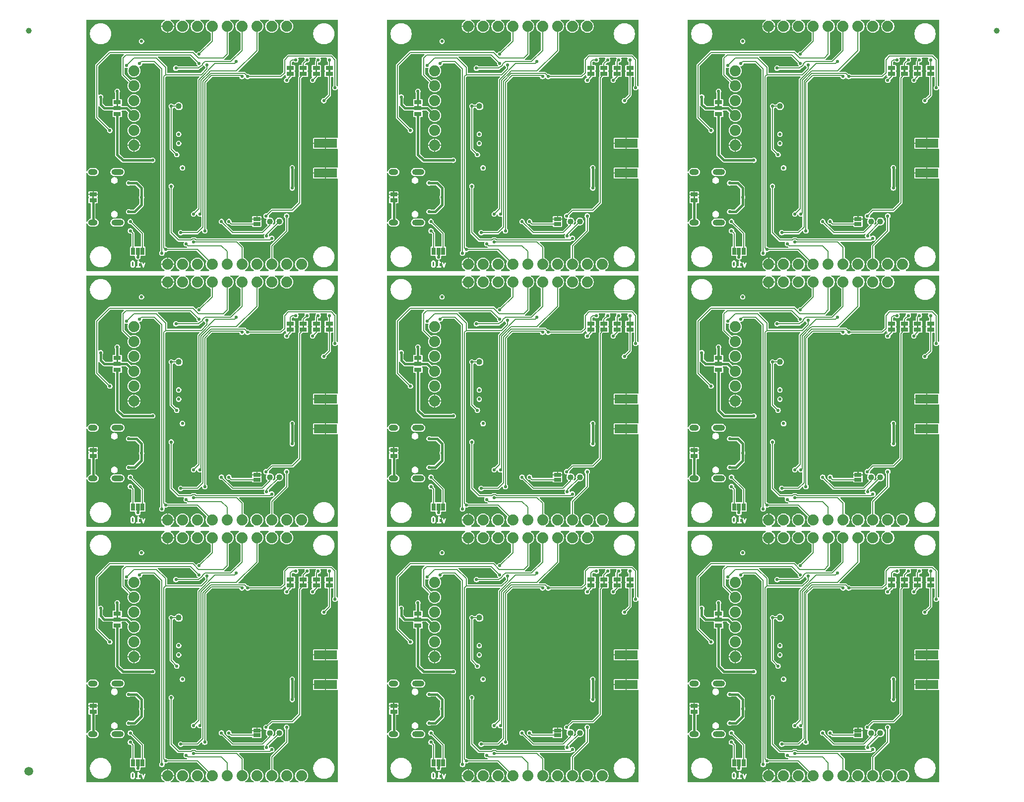
<source format=gbl>
%TF.GenerationSoftware,KiCad,Pcbnew,9.0.1*%
%TF.CreationDate,2025-04-24T15:23:20-06:00*%
%TF.ProjectId,SparkFun_GNSS_ZED-X20P_panelized,53706172-6b46-4756-9e5f-474e53535f5a,rev?*%
%TF.SameCoordinates,Original*%
%TF.FileFunction,Copper,L4,Bot*%
%TF.FilePolarity,Positive*%
%FSLAX46Y46*%
G04 Gerber Fmt 4.6, Leading zero omitted, Abs format (unit mm)*
G04 Created by KiCad (PCBNEW 9.0.1) date 2025-04-24 15:23:20*
%MOMM*%
%LPD*%
G01*
G04 APERTURE LIST*
G04 Aperture macros list*
%AMRoundRect*
0 Rectangle with rounded corners*
0 $1 Rounding radius*
0 $2 $3 $4 $5 $6 $7 $8 $9 X,Y pos of 4 corners*
0 Add a 4 corners polygon primitive as box body*
4,1,4,$2,$3,$4,$5,$6,$7,$8,$9,$2,$3,0*
0 Add four circle primitives for the rounded corners*
1,1,$1+$1,$2,$3*
1,1,$1+$1,$4,$5*
1,1,$1+$1,$6,$7*
1,1,$1+$1,$8,$9*
0 Add four rect primitives between the rounded corners*
20,1,$1+$1,$2,$3,$4,$5,0*
20,1,$1+$1,$4,$5,$6,$7,0*
20,1,$1+$1,$6,$7,$8,$9,0*
20,1,$1+$1,$8,$9,$2,$3,0*%
G04 Aperture macros list end*
%ADD10C,0.250000*%
%TA.AperFunction,EtchedComponent*%
%ADD11C,0.000000*%
%TD*%
%TA.AperFunction,SMDPad,CuDef*%
%ADD12C,1.000000*%
%TD*%
%TA.AperFunction,SMDPad,CuDef*%
%ADD13C,1.500000*%
%TD*%
%TA.AperFunction,SMDPad,CuDef*%
%ADD14R,1.270000X0.660400*%
%TD*%
%TA.AperFunction,SMDPad,CuDef*%
%ADD15RoundRect,0.508000X0.000010X0.000010X-0.000010X0.000010X-0.000010X-0.000010X0.000010X-0.000010X0*%
%TD*%
%TA.AperFunction,SMDPad,CuDef*%
%ADD16R,1.270000X0.635000*%
%TD*%
%TA.AperFunction,SMDPad,CuDef*%
%ADD17R,0.635000X1.270000*%
%TD*%
%TA.AperFunction,ComponentPad*%
%ADD18C,1.879600*%
%TD*%
%TA.AperFunction,SMDPad,CuDef*%
%ADD19R,4.000000X1.500000*%
%TD*%
%TA.AperFunction,ComponentPad*%
%ADD20O,1.600000X1.000000*%
%TD*%
%TA.AperFunction,ComponentPad*%
%ADD21O,2.100000X1.000000*%
%TD*%
%TA.AperFunction,ViaPad*%
%ADD22C,0.560000*%
%TD*%
%TA.AperFunction,Conductor*%
%ADD23C,0.177800*%
%TD*%
%TA.AperFunction,Conductor*%
%ADD24C,0.406400*%
%TD*%
%TA.AperFunction,Conductor*%
%ADD25C,0.152400*%
%TD*%
G04 APERTURE END LIST*
D10*
G36*
X110701668Y89030031D02*
G01*
X110720600Y89011098D01*
X110753010Y88946277D01*
X110793570Y88784040D01*
X110793570Y88576723D01*
X110753010Y88414487D01*
X110720599Y88349664D01*
X110701668Y88330732D01*
X110650967Y88305381D01*
X110614746Y88305381D01*
X110564044Y88330732D01*
X110545112Y88349664D01*
X110512701Y88414485D01*
X110472142Y88576723D01*
X110472142Y88784040D01*
X110512701Y88946278D01*
X110545111Y89011099D01*
X110564044Y89030031D01*
X110614746Y89055381D01*
X110650967Y89055381D01*
X110701668Y89030031D01*
G37*
G36*
X112929132Y87930381D02*
G01*
X110097142Y87930381D01*
X110097142Y88799429D01*
X110222142Y88799429D01*
X110222142Y88561334D01*
X110222561Y88557080D01*
X110222290Y88555258D01*
X110223639Y88546130D01*
X110224544Y88536948D01*
X110225248Y88535247D01*
X110225874Y88531017D01*
X110273493Y88340541D01*
X110274136Y88338742D01*
X110274200Y88337842D01*
X110278082Y88327696D01*
X110281738Y88317466D01*
X110282274Y88316742D01*
X110282958Y88314956D01*
X110330576Y88219719D01*
X110337183Y88209223D01*
X110338446Y88206175D01*
X110341263Y88202742D01*
X110343631Y88198981D01*
X110346125Y88196818D01*
X110353991Y88187233D01*
X110401610Y88139613D01*
X110411198Y88131744D01*
X110413360Y88129251D01*
X110417114Y88126888D01*
X110420551Y88124067D01*
X110423604Y88122803D01*
X110434097Y88116197D01*
X110529335Y88068578D01*
X110552221Y88059820D01*
X110556701Y88059502D01*
X110560851Y88057783D01*
X110585237Y88055381D01*
X110680475Y88055381D01*
X110704861Y88057783D01*
X110709009Y88059502D01*
X110713491Y88059820D01*
X110736377Y88068578D01*
X110831614Y88116196D01*
X110842110Y88122804D01*
X110845160Y88124067D01*
X110848593Y88126886D01*
X110852352Y88129251D01*
X110854514Y88131745D01*
X110864102Y88139613D01*
X110911721Y88187232D01*
X110919588Y88196820D01*
X110922081Y88198981D01*
X110924447Y88202741D01*
X110926110Y88204767D01*
X111176925Y88204767D01*
X111176925Y88155995D01*
X111195589Y88110935D01*
X111230077Y88076447D01*
X111275137Y88057783D01*
X111299523Y88055381D01*
X111870951Y88055381D01*
X111895337Y88057783D01*
X111940397Y88076447D01*
X111974885Y88110935D01*
X111993549Y88155995D01*
X111993549Y88204767D01*
X111974885Y88249827D01*
X111940397Y88284315D01*
X111895337Y88302979D01*
X111870951Y88305381D01*
X111710237Y88305381D01*
X111710237Y88836510D01*
X111719811Y88830483D01*
X111815049Y88782864D01*
X111837935Y88774106D01*
X111886584Y88770649D01*
X111932855Y88786072D01*
X111969700Y88818028D01*
X111975075Y88828779D01*
X112080627Y88828779D01*
X112086567Y88805006D01*
X112324662Y88138339D01*
X112335126Y88116182D01*
X112339336Y88111531D01*
X112342023Y88105859D01*
X112355582Y88093584D01*
X112367858Y88080024D01*
X112373530Y88077338D01*
X112378181Y88073127D01*
X112395405Y88066976D01*
X112411936Y88059145D01*
X112418201Y88058834D01*
X112424111Y88056723D01*
X112442386Y88057632D01*
X112460649Y88056724D01*
X112466555Y88058834D01*
X112472823Y88059145D01*
X112489355Y88066976D01*
X112506579Y88073127D01*
X112511230Y88077338D01*
X112516902Y88080024D01*
X112529177Y88093584D01*
X112542737Y88105859D01*
X112545423Y88111531D01*
X112549634Y88116182D01*
X112560098Y88138339D01*
X112798193Y88805006D01*
X112804132Y88828779D01*
X112801711Y88877491D01*
X112780832Y88921570D01*
X112744674Y88954302D01*
X112698744Y88970705D01*
X112650031Y88968284D01*
X112605953Y88947405D01*
X112573221Y88911247D01*
X112562757Y88889090D01*
X112442380Y88552034D01*
X112322003Y88889090D01*
X112311539Y88911247D01*
X112278807Y88947405D01*
X112234728Y88968284D01*
X112186016Y88970706D01*
X112140086Y88954302D01*
X112103928Y88921570D01*
X112083049Y88877491D01*
X112080627Y88828779D01*
X111975075Y88828779D01*
X111991511Y88861651D01*
X111994969Y88910301D01*
X111979546Y88956571D01*
X111947590Y88993416D01*
X111926852Y89006471D01*
X111849756Y89045019D01*
X111777615Y89117160D01*
X111689243Y89249719D01*
X111689187Y89249787D01*
X111689171Y89249827D01*
X111689080Y89249918D01*
X111673718Y89268677D01*
X111663433Y89275565D01*
X111654683Y89284315D01*
X111643370Y89289001D01*
X111633194Y89295816D01*
X111621055Y89298244D01*
X111609623Y89302979D01*
X111597378Y89302979D01*
X111585367Y89305381D01*
X111573225Y89302979D01*
X111560851Y89302979D01*
X111549537Y89298294D01*
X111537522Y89295916D01*
X111527223Y89289051D01*
X111515791Y89284315D01*
X111507132Y89275656D01*
X111496941Y89268862D01*
X111490053Y89258578D01*
X111481303Y89249827D01*
X111476617Y89238515D01*
X111469802Y89228338D01*
X111467374Y89216200D01*
X111462639Y89204767D01*
X111460262Y89180638D01*
X111460237Y89180511D01*
X111460245Y89180468D01*
X111460237Y89180381D01*
X111460237Y88305381D01*
X111299523Y88305381D01*
X111275137Y88302979D01*
X111230077Y88284315D01*
X111195589Y88249827D01*
X111176925Y88204767D01*
X110926110Y88204767D01*
X110927266Y88206175D01*
X110928528Y88209224D01*
X110935135Y88219718D01*
X110982754Y88314956D01*
X110983437Y88316742D01*
X110983974Y88317466D01*
X110987629Y88327696D01*
X110991512Y88337842D01*
X110991575Y88338742D01*
X110992219Y88340541D01*
X111039838Y88531017D01*
X111040463Y88535247D01*
X111041168Y88536948D01*
X111042072Y88546128D01*
X111043422Y88555257D01*
X111043150Y88557080D01*
X111043570Y88561334D01*
X111043570Y88799429D01*
X111043150Y88803684D01*
X111043422Y88805506D01*
X111042072Y88814636D01*
X111041168Y88823815D01*
X111040463Y88825517D01*
X111039838Y88829746D01*
X110992219Y89020222D01*
X110991575Y89022022D01*
X110991512Y89022921D01*
X110987629Y89033068D01*
X110983974Y89043297D01*
X110983437Y89044022D01*
X110982754Y89045807D01*
X110935135Y89141045D01*
X110928528Y89151540D01*
X110927265Y89154590D01*
X110924446Y89158025D01*
X110922081Y89161782D01*
X110919589Y89163944D01*
X110911720Y89173532D01*
X110864101Y89221150D01*
X110854515Y89229017D01*
X110852352Y89231511D01*
X110848590Y89233880D01*
X110845159Y89236695D01*
X110842112Y89237957D01*
X110831614Y89244566D01*
X110736377Y89292184D01*
X110713491Y89300942D01*
X110709009Y89301261D01*
X110704861Y89302979D01*
X110680475Y89305381D01*
X110585237Y89305381D01*
X110560851Y89302979D01*
X110556701Y89301261D01*
X110552221Y89300942D01*
X110529335Y89292184D01*
X110434097Y89244565D01*
X110423602Y89237959D01*
X110420552Y89236695D01*
X110417117Y89233877D01*
X110413360Y89231511D01*
X110411198Y89229020D01*
X110401610Y89221150D01*
X110353992Y89173531D01*
X110346125Y89163946D01*
X110343631Y89161782D01*
X110341262Y89158021D01*
X110338447Y89154589D01*
X110337185Y89151543D01*
X110330576Y89141044D01*
X110282958Y89045807D01*
X110282274Y89044022D01*
X110281738Y89043297D01*
X110278082Y89033068D01*
X110274200Y89022921D01*
X110274136Y89022022D01*
X110273493Y89020222D01*
X110225874Y88829746D01*
X110225248Y88825517D01*
X110224544Y88823815D01*
X110223639Y88814634D01*
X110222290Y88805505D01*
X110222561Y88803684D01*
X110222142Y88799429D01*
X110097142Y88799429D01*
X110097142Y89430381D01*
X112929132Y89430381D01*
X112929132Y87930381D01*
G37*
G36*
X110701668Y45350031D02*
G01*
X110720600Y45331098D01*
X110753010Y45266277D01*
X110793570Y45104040D01*
X110793570Y44896723D01*
X110753010Y44734487D01*
X110720599Y44669664D01*
X110701668Y44650732D01*
X110650967Y44625381D01*
X110614746Y44625381D01*
X110564044Y44650732D01*
X110545112Y44669664D01*
X110512701Y44734485D01*
X110472142Y44896723D01*
X110472142Y45104040D01*
X110512701Y45266278D01*
X110545111Y45331099D01*
X110564044Y45350031D01*
X110614746Y45375381D01*
X110650967Y45375381D01*
X110701668Y45350031D01*
G37*
G36*
X112929132Y44250381D02*
G01*
X110097142Y44250381D01*
X110097142Y45119429D01*
X110222142Y45119429D01*
X110222142Y44881334D01*
X110222561Y44877080D01*
X110222290Y44875258D01*
X110223639Y44866130D01*
X110224544Y44856948D01*
X110225248Y44855247D01*
X110225874Y44851017D01*
X110273493Y44660541D01*
X110274136Y44658742D01*
X110274200Y44657842D01*
X110278082Y44647696D01*
X110281738Y44637466D01*
X110282274Y44636742D01*
X110282958Y44634956D01*
X110330576Y44539719D01*
X110337183Y44529223D01*
X110338446Y44526175D01*
X110341263Y44522742D01*
X110343631Y44518981D01*
X110346125Y44516818D01*
X110353991Y44507233D01*
X110401610Y44459613D01*
X110411198Y44451744D01*
X110413360Y44449251D01*
X110417114Y44446888D01*
X110420551Y44444067D01*
X110423604Y44442803D01*
X110434097Y44436197D01*
X110529335Y44388578D01*
X110552221Y44379820D01*
X110556701Y44379502D01*
X110560851Y44377783D01*
X110585237Y44375381D01*
X110680475Y44375381D01*
X110704861Y44377783D01*
X110709009Y44379502D01*
X110713491Y44379820D01*
X110736377Y44388578D01*
X110831614Y44436196D01*
X110842110Y44442804D01*
X110845160Y44444067D01*
X110848593Y44446886D01*
X110852352Y44449251D01*
X110854514Y44451745D01*
X110864102Y44459613D01*
X110911721Y44507232D01*
X110919588Y44516820D01*
X110922081Y44518981D01*
X110924447Y44522741D01*
X110926110Y44524767D01*
X111176925Y44524767D01*
X111176925Y44475995D01*
X111195589Y44430935D01*
X111230077Y44396447D01*
X111275137Y44377783D01*
X111299523Y44375381D01*
X111870951Y44375381D01*
X111895337Y44377783D01*
X111940397Y44396447D01*
X111974885Y44430935D01*
X111993549Y44475995D01*
X111993549Y44524767D01*
X111974885Y44569827D01*
X111940397Y44604315D01*
X111895337Y44622979D01*
X111870951Y44625381D01*
X111710237Y44625381D01*
X111710237Y45156510D01*
X111719811Y45150483D01*
X111815049Y45102864D01*
X111837935Y45094106D01*
X111886584Y45090649D01*
X111932855Y45106072D01*
X111969700Y45138028D01*
X111975075Y45148779D01*
X112080627Y45148779D01*
X112086567Y45125006D01*
X112324662Y44458339D01*
X112335126Y44436182D01*
X112339336Y44431531D01*
X112342023Y44425859D01*
X112355582Y44413584D01*
X112367858Y44400024D01*
X112373530Y44397338D01*
X112378181Y44393127D01*
X112395405Y44386976D01*
X112411936Y44379145D01*
X112418201Y44378834D01*
X112424111Y44376723D01*
X112442386Y44377632D01*
X112460649Y44376724D01*
X112466555Y44378834D01*
X112472823Y44379145D01*
X112489355Y44386976D01*
X112506579Y44393127D01*
X112511230Y44397338D01*
X112516902Y44400024D01*
X112529177Y44413584D01*
X112542737Y44425859D01*
X112545423Y44431531D01*
X112549634Y44436182D01*
X112560098Y44458339D01*
X112798193Y45125006D01*
X112804132Y45148779D01*
X112801711Y45197491D01*
X112780832Y45241570D01*
X112744674Y45274302D01*
X112698744Y45290705D01*
X112650031Y45288284D01*
X112605953Y45267405D01*
X112573221Y45231247D01*
X112562757Y45209090D01*
X112442380Y44872034D01*
X112322003Y45209090D01*
X112311539Y45231247D01*
X112278807Y45267405D01*
X112234728Y45288284D01*
X112186016Y45290706D01*
X112140086Y45274302D01*
X112103928Y45241570D01*
X112083049Y45197491D01*
X112080627Y45148779D01*
X111975075Y45148779D01*
X111991511Y45181651D01*
X111994969Y45230301D01*
X111979546Y45276571D01*
X111947590Y45313416D01*
X111926852Y45326471D01*
X111849756Y45365019D01*
X111777615Y45437160D01*
X111689243Y45569719D01*
X111689187Y45569787D01*
X111689171Y45569827D01*
X111689080Y45569918D01*
X111673718Y45588677D01*
X111663433Y45595565D01*
X111654683Y45604315D01*
X111643370Y45609001D01*
X111633194Y45615816D01*
X111621055Y45618244D01*
X111609623Y45622979D01*
X111597378Y45622979D01*
X111585367Y45625381D01*
X111573225Y45622979D01*
X111560851Y45622979D01*
X111549537Y45618294D01*
X111537522Y45615916D01*
X111527223Y45609051D01*
X111515791Y45604315D01*
X111507132Y45595656D01*
X111496941Y45588862D01*
X111490053Y45578578D01*
X111481303Y45569827D01*
X111476617Y45558515D01*
X111469802Y45548338D01*
X111467374Y45536200D01*
X111462639Y45524767D01*
X111460262Y45500638D01*
X111460237Y45500511D01*
X111460245Y45500468D01*
X111460237Y45500381D01*
X111460237Y44625381D01*
X111299523Y44625381D01*
X111275137Y44622979D01*
X111230077Y44604315D01*
X111195589Y44569827D01*
X111176925Y44524767D01*
X110926110Y44524767D01*
X110927266Y44526175D01*
X110928528Y44529224D01*
X110935135Y44539718D01*
X110982754Y44634956D01*
X110983437Y44636742D01*
X110983974Y44637466D01*
X110987629Y44647696D01*
X110991512Y44657842D01*
X110991575Y44658742D01*
X110992219Y44660541D01*
X111039838Y44851017D01*
X111040463Y44855247D01*
X111041168Y44856948D01*
X111042072Y44866128D01*
X111043422Y44875257D01*
X111043150Y44877080D01*
X111043570Y44881334D01*
X111043570Y45119429D01*
X111043150Y45123684D01*
X111043422Y45125506D01*
X111042072Y45134636D01*
X111041168Y45143815D01*
X111040463Y45145517D01*
X111039838Y45149746D01*
X110992219Y45340222D01*
X110991575Y45342022D01*
X110991512Y45342921D01*
X110987629Y45353068D01*
X110983974Y45363297D01*
X110983437Y45364022D01*
X110982754Y45365807D01*
X110935135Y45461045D01*
X110928528Y45471540D01*
X110927265Y45474590D01*
X110924446Y45478025D01*
X110922081Y45481782D01*
X110919589Y45483944D01*
X110911720Y45493532D01*
X110864101Y45541150D01*
X110854515Y45549017D01*
X110852352Y45551511D01*
X110848590Y45553880D01*
X110845159Y45556695D01*
X110842112Y45557957D01*
X110831614Y45564566D01*
X110736377Y45612184D01*
X110713491Y45620942D01*
X110709009Y45621261D01*
X110704861Y45622979D01*
X110680475Y45625381D01*
X110585237Y45625381D01*
X110560851Y45622979D01*
X110556701Y45621261D01*
X110552221Y45620942D01*
X110529335Y45612184D01*
X110434097Y45564565D01*
X110423602Y45557959D01*
X110420552Y45556695D01*
X110417117Y45553877D01*
X110413360Y45551511D01*
X110411198Y45549020D01*
X110401610Y45541150D01*
X110353992Y45493531D01*
X110346125Y45483946D01*
X110343631Y45481782D01*
X110341262Y45478021D01*
X110338447Y45474589D01*
X110337185Y45471543D01*
X110330576Y45461044D01*
X110282958Y45365807D01*
X110282274Y45364022D01*
X110281738Y45363297D01*
X110278082Y45353068D01*
X110274200Y45342921D01*
X110274136Y45342022D01*
X110273493Y45340222D01*
X110225874Y45149746D01*
X110225248Y45145517D01*
X110224544Y45143815D01*
X110223639Y45134634D01*
X110222290Y45125505D01*
X110222561Y45123684D01*
X110222142Y45119429D01*
X110097142Y45119429D01*
X110097142Y45750381D01*
X112929132Y45750381D01*
X112929132Y44250381D01*
G37*
G36*
X110701668Y1670031D02*
G01*
X110720600Y1651098D01*
X110753010Y1586277D01*
X110793570Y1424040D01*
X110793570Y1216723D01*
X110753010Y1054487D01*
X110720599Y989664D01*
X110701668Y970732D01*
X110650967Y945381D01*
X110614746Y945381D01*
X110564044Y970732D01*
X110545112Y989664D01*
X110512701Y1054485D01*
X110472142Y1216723D01*
X110472142Y1424040D01*
X110512701Y1586278D01*
X110545111Y1651099D01*
X110564044Y1670031D01*
X110614746Y1695381D01*
X110650967Y1695381D01*
X110701668Y1670031D01*
G37*
G36*
X112929132Y570381D02*
G01*
X110097142Y570381D01*
X110097142Y1439429D01*
X110222142Y1439429D01*
X110222142Y1201334D01*
X110222561Y1197080D01*
X110222290Y1195258D01*
X110223639Y1186130D01*
X110224544Y1176948D01*
X110225248Y1175247D01*
X110225874Y1171017D01*
X110273493Y980541D01*
X110274136Y978742D01*
X110274200Y977842D01*
X110278082Y967696D01*
X110281738Y957466D01*
X110282274Y956742D01*
X110282958Y954956D01*
X110330576Y859719D01*
X110337183Y849223D01*
X110338446Y846175D01*
X110341263Y842742D01*
X110343631Y838981D01*
X110346125Y836818D01*
X110353991Y827233D01*
X110401610Y779613D01*
X110411198Y771744D01*
X110413360Y769251D01*
X110417114Y766888D01*
X110420551Y764067D01*
X110423604Y762803D01*
X110434097Y756197D01*
X110529335Y708578D01*
X110552221Y699820D01*
X110556701Y699502D01*
X110560851Y697783D01*
X110585237Y695381D01*
X110680475Y695381D01*
X110704861Y697783D01*
X110709009Y699502D01*
X110713491Y699820D01*
X110736377Y708578D01*
X110831614Y756196D01*
X110842110Y762804D01*
X110845160Y764067D01*
X110848593Y766886D01*
X110852352Y769251D01*
X110854514Y771745D01*
X110864102Y779613D01*
X110911721Y827232D01*
X110919588Y836820D01*
X110922081Y838981D01*
X110924447Y842741D01*
X110926110Y844767D01*
X111176925Y844767D01*
X111176925Y795995D01*
X111195589Y750935D01*
X111230077Y716447D01*
X111275137Y697783D01*
X111299523Y695381D01*
X111870951Y695381D01*
X111895337Y697783D01*
X111940397Y716447D01*
X111974885Y750935D01*
X111993549Y795995D01*
X111993549Y844767D01*
X111974885Y889827D01*
X111940397Y924315D01*
X111895337Y942979D01*
X111870951Y945381D01*
X111710237Y945381D01*
X111710237Y1476510D01*
X111719811Y1470483D01*
X111815049Y1422864D01*
X111837935Y1414106D01*
X111886584Y1410649D01*
X111932855Y1426072D01*
X111969700Y1458028D01*
X111975075Y1468779D01*
X112080627Y1468779D01*
X112086567Y1445006D01*
X112324662Y778339D01*
X112335126Y756182D01*
X112339336Y751531D01*
X112342023Y745859D01*
X112355582Y733584D01*
X112367858Y720024D01*
X112373530Y717338D01*
X112378181Y713127D01*
X112395405Y706976D01*
X112411936Y699145D01*
X112418201Y698834D01*
X112424111Y696723D01*
X112442386Y697632D01*
X112460649Y696724D01*
X112466555Y698834D01*
X112472823Y699145D01*
X112489355Y706976D01*
X112506579Y713127D01*
X112511230Y717338D01*
X112516902Y720024D01*
X112529177Y733584D01*
X112542737Y745859D01*
X112545423Y751531D01*
X112549634Y756182D01*
X112560098Y778339D01*
X112798193Y1445006D01*
X112804132Y1468779D01*
X112801711Y1517491D01*
X112780832Y1561570D01*
X112744674Y1594302D01*
X112698744Y1610705D01*
X112650031Y1608284D01*
X112605953Y1587405D01*
X112573221Y1551247D01*
X112562757Y1529090D01*
X112442380Y1192034D01*
X112322003Y1529090D01*
X112311539Y1551247D01*
X112278807Y1587405D01*
X112234728Y1608284D01*
X112186016Y1610706D01*
X112140086Y1594302D01*
X112103928Y1561570D01*
X112083049Y1517491D01*
X112080627Y1468779D01*
X111975075Y1468779D01*
X111991511Y1501651D01*
X111994969Y1550301D01*
X111979546Y1596571D01*
X111947590Y1633416D01*
X111926852Y1646471D01*
X111849756Y1685019D01*
X111777615Y1757160D01*
X111689243Y1889719D01*
X111689187Y1889787D01*
X111689171Y1889827D01*
X111689080Y1889918D01*
X111673718Y1908677D01*
X111663433Y1915565D01*
X111654683Y1924315D01*
X111643370Y1929001D01*
X111633194Y1935816D01*
X111621055Y1938244D01*
X111609623Y1942979D01*
X111597378Y1942979D01*
X111585367Y1945381D01*
X111573225Y1942979D01*
X111560851Y1942979D01*
X111549537Y1938294D01*
X111537522Y1935916D01*
X111527223Y1929051D01*
X111515791Y1924315D01*
X111507132Y1915656D01*
X111496941Y1908862D01*
X111490053Y1898578D01*
X111481303Y1889827D01*
X111476617Y1878515D01*
X111469802Y1868338D01*
X111467374Y1856200D01*
X111462639Y1844767D01*
X111460262Y1820638D01*
X111460237Y1820511D01*
X111460245Y1820468D01*
X111460237Y1820381D01*
X111460237Y945381D01*
X111299523Y945381D01*
X111275137Y942979D01*
X111230077Y924315D01*
X111195589Y889827D01*
X111176925Y844767D01*
X110926110Y844767D01*
X110927266Y846175D01*
X110928528Y849224D01*
X110935135Y859718D01*
X110982754Y954956D01*
X110983437Y956742D01*
X110983974Y957466D01*
X110987629Y967696D01*
X110991512Y977842D01*
X110991575Y978742D01*
X110992219Y980541D01*
X111039838Y1171017D01*
X111040463Y1175247D01*
X111041168Y1176948D01*
X111042072Y1186128D01*
X111043422Y1195257D01*
X111043150Y1197080D01*
X111043570Y1201334D01*
X111043570Y1439429D01*
X111043150Y1443684D01*
X111043422Y1445506D01*
X111042072Y1454636D01*
X111041168Y1463815D01*
X111040463Y1465517D01*
X111039838Y1469746D01*
X110992219Y1660222D01*
X110991575Y1662022D01*
X110991512Y1662921D01*
X110987629Y1673068D01*
X110983974Y1683297D01*
X110983437Y1684022D01*
X110982754Y1685807D01*
X110935135Y1781045D01*
X110928528Y1791540D01*
X110927265Y1794590D01*
X110924446Y1798025D01*
X110922081Y1801782D01*
X110919589Y1803944D01*
X110911720Y1813532D01*
X110864101Y1861150D01*
X110854515Y1869017D01*
X110852352Y1871511D01*
X110848590Y1873880D01*
X110845159Y1876695D01*
X110842112Y1877957D01*
X110831614Y1884566D01*
X110736377Y1932184D01*
X110713491Y1940942D01*
X110709009Y1941261D01*
X110704861Y1942979D01*
X110680475Y1945381D01*
X110585237Y1945381D01*
X110560851Y1942979D01*
X110556701Y1941261D01*
X110552221Y1940942D01*
X110529335Y1932184D01*
X110434097Y1884565D01*
X110423602Y1877959D01*
X110420552Y1876695D01*
X110417117Y1873877D01*
X110413360Y1871511D01*
X110411198Y1869020D01*
X110401610Y1861150D01*
X110353992Y1813531D01*
X110346125Y1803946D01*
X110343631Y1801782D01*
X110341262Y1798021D01*
X110338447Y1794589D01*
X110337185Y1791543D01*
X110330576Y1781044D01*
X110282958Y1685807D01*
X110282274Y1684022D01*
X110281738Y1683297D01*
X110278082Y1673068D01*
X110274200Y1662921D01*
X110274136Y1662022D01*
X110273493Y1660222D01*
X110225874Y1469746D01*
X110225248Y1465517D01*
X110224544Y1463815D01*
X110223639Y1454634D01*
X110222290Y1445505D01*
X110222561Y1443684D01*
X110222142Y1439429D01*
X110097142Y1439429D01*
X110097142Y2070381D01*
X112929132Y2070381D01*
X112929132Y570381D01*
G37*
G36*
X59401668Y89030031D02*
G01*
X59420600Y89011098D01*
X59453010Y88946277D01*
X59493570Y88784040D01*
X59493570Y88576723D01*
X59453010Y88414487D01*
X59420599Y88349664D01*
X59401668Y88330732D01*
X59350967Y88305381D01*
X59314746Y88305381D01*
X59264044Y88330732D01*
X59245112Y88349664D01*
X59212701Y88414485D01*
X59172142Y88576723D01*
X59172142Y88784040D01*
X59212701Y88946278D01*
X59245111Y89011099D01*
X59264044Y89030031D01*
X59314746Y89055381D01*
X59350967Y89055381D01*
X59401668Y89030031D01*
G37*
G36*
X61629132Y87930381D02*
G01*
X58797142Y87930381D01*
X58797142Y88799429D01*
X58922142Y88799429D01*
X58922142Y88561334D01*
X58922561Y88557080D01*
X58922290Y88555258D01*
X58923639Y88546130D01*
X58924544Y88536948D01*
X58925248Y88535247D01*
X58925874Y88531017D01*
X58973493Y88340541D01*
X58974136Y88338742D01*
X58974200Y88337842D01*
X58978082Y88327696D01*
X58981738Y88317466D01*
X58982274Y88316742D01*
X58982958Y88314956D01*
X59030576Y88219719D01*
X59037183Y88209223D01*
X59038446Y88206175D01*
X59041263Y88202742D01*
X59043631Y88198981D01*
X59046125Y88196818D01*
X59053991Y88187233D01*
X59101610Y88139613D01*
X59111198Y88131744D01*
X59113360Y88129251D01*
X59117114Y88126888D01*
X59120551Y88124067D01*
X59123604Y88122803D01*
X59134097Y88116197D01*
X59229335Y88068578D01*
X59252221Y88059820D01*
X59256701Y88059502D01*
X59260851Y88057783D01*
X59285237Y88055381D01*
X59380475Y88055381D01*
X59404861Y88057783D01*
X59409009Y88059502D01*
X59413491Y88059820D01*
X59436377Y88068578D01*
X59531614Y88116196D01*
X59542110Y88122804D01*
X59545160Y88124067D01*
X59548593Y88126886D01*
X59552352Y88129251D01*
X59554514Y88131745D01*
X59564102Y88139613D01*
X59611721Y88187232D01*
X59619588Y88196820D01*
X59622081Y88198981D01*
X59624447Y88202741D01*
X59626110Y88204767D01*
X59876925Y88204767D01*
X59876925Y88155995D01*
X59895589Y88110935D01*
X59930077Y88076447D01*
X59975137Y88057783D01*
X59999523Y88055381D01*
X60570951Y88055381D01*
X60595337Y88057783D01*
X60640397Y88076447D01*
X60674885Y88110935D01*
X60693549Y88155995D01*
X60693549Y88204767D01*
X60674885Y88249827D01*
X60640397Y88284315D01*
X60595337Y88302979D01*
X60570951Y88305381D01*
X60410237Y88305381D01*
X60410237Y88836510D01*
X60419811Y88830483D01*
X60515049Y88782864D01*
X60537935Y88774106D01*
X60586584Y88770649D01*
X60632855Y88786072D01*
X60669700Y88818028D01*
X60675075Y88828779D01*
X60780627Y88828779D01*
X60786567Y88805006D01*
X61024662Y88138339D01*
X61035126Y88116182D01*
X61039336Y88111531D01*
X61042023Y88105859D01*
X61055582Y88093584D01*
X61067858Y88080024D01*
X61073530Y88077338D01*
X61078181Y88073127D01*
X61095405Y88066976D01*
X61111936Y88059145D01*
X61118201Y88058834D01*
X61124111Y88056723D01*
X61142386Y88057632D01*
X61160649Y88056724D01*
X61166555Y88058834D01*
X61172823Y88059145D01*
X61189355Y88066976D01*
X61206579Y88073127D01*
X61211230Y88077338D01*
X61216902Y88080024D01*
X61229177Y88093584D01*
X61242737Y88105859D01*
X61245423Y88111531D01*
X61249634Y88116182D01*
X61260098Y88138339D01*
X61498193Y88805006D01*
X61504132Y88828779D01*
X61501711Y88877491D01*
X61480832Y88921570D01*
X61444674Y88954302D01*
X61398744Y88970705D01*
X61350031Y88968284D01*
X61305953Y88947405D01*
X61273221Y88911247D01*
X61262757Y88889090D01*
X61142380Y88552034D01*
X61022003Y88889090D01*
X61011539Y88911247D01*
X60978807Y88947405D01*
X60934728Y88968284D01*
X60886016Y88970706D01*
X60840086Y88954302D01*
X60803928Y88921570D01*
X60783049Y88877491D01*
X60780627Y88828779D01*
X60675075Y88828779D01*
X60691511Y88861651D01*
X60694969Y88910301D01*
X60679546Y88956571D01*
X60647590Y88993416D01*
X60626852Y89006471D01*
X60549756Y89045019D01*
X60477615Y89117160D01*
X60389243Y89249719D01*
X60389187Y89249787D01*
X60389171Y89249827D01*
X60389080Y89249918D01*
X60373718Y89268677D01*
X60363433Y89275565D01*
X60354683Y89284315D01*
X60343370Y89289001D01*
X60333194Y89295816D01*
X60321055Y89298244D01*
X60309623Y89302979D01*
X60297378Y89302979D01*
X60285367Y89305381D01*
X60273225Y89302979D01*
X60260851Y89302979D01*
X60249537Y89298294D01*
X60237522Y89295916D01*
X60227223Y89289051D01*
X60215791Y89284315D01*
X60207132Y89275656D01*
X60196941Y89268862D01*
X60190053Y89258578D01*
X60181303Y89249827D01*
X60176617Y89238515D01*
X60169802Y89228338D01*
X60167374Y89216200D01*
X60162639Y89204767D01*
X60160262Y89180638D01*
X60160237Y89180511D01*
X60160245Y89180468D01*
X60160237Y89180381D01*
X60160237Y88305381D01*
X59999523Y88305381D01*
X59975137Y88302979D01*
X59930077Y88284315D01*
X59895589Y88249827D01*
X59876925Y88204767D01*
X59626110Y88204767D01*
X59627266Y88206175D01*
X59628528Y88209224D01*
X59635135Y88219718D01*
X59682754Y88314956D01*
X59683437Y88316742D01*
X59683974Y88317466D01*
X59687629Y88327696D01*
X59691512Y88337842D01*
X59691575Y88338742D01*
X59692219Y88340541D01*
X59739838Y88531017D01*
X59740463Y88535247D01*
X59741168Y88536948D01*
X59742072Y88546128D01*
X59743422Y88555257D01*
X59743150Y88557080D01*
X59743570Y88561334D01*
X59743570Y88799429D01*
X59743150Y88803684D01*
X59743422Y88805506D01*
X59742072Y88814636D01*
X59741168Y88823815D01*
X59740463Y88825517D01*
X59739838Y88829746D01*
X59692219Y89020222D01*
X59691575Y89022022D01*
X59691512Y89022921D01*
X59687629Y89033068D01*
X59683974Y89043297D01*
X59683437Y89044022D01*
X59682754Y89045807D01*
X59635135Y89141045D01*
X59628528Y89151540D01*
X59627265Y89154590D01*
X59624446Y89158025D01*
X59622081Y89161782D01*
X59619589Y89163944D01*
X59611720Y89173532D01*
X59564101Y89221150D01*
X59554515Y89229017D01*
X59552352Y89231511D01*
X59548590Y89233880D01*
X59545159Y89236695D01*
X59542112Y89237957D01*
X59531614Y89244566D01*
X59436377Y89292184D01*
X59413491Y89300942D01*
X59409009Y89301261D01*
X59404861Y89302979D01*
X59380475Y89305381D01*
X59285237Y89305381D01*
X59260851Y89302979D01*
X59256701Y89301261D01*
X59252221Y89300942D01*
X59229335Y89292184D01*
X59134097Y89244565D01*
X59123602Y89237959D01*
X59120552Y89236695D01*
X59117117Y89233877D01*
X59113360Y89231511D01*
X59111198Y89229020D01*
X59101610Y89221150D01*
X59053992Y89173531D01*
X59046125Y89163946D01*
X59043631Y89161782D01*
X59041262Y89158021D01*
X59038447Y89154589D01*
X59037185Y89151543D01*
X59030576Y89141044D01*
X58982958Y89045807D01*
X58982274Y89044022D01*
X58981738Y89043297D01*
X58978082Y89033068D01*
X58974200Y89022921D01*
X58974136Y89022022D01*
X58973493Y89020222D01*
X58925874Y88829746D01*
X58925248Y88825517D01*
X58924544Y88823815D01*
X58923639Y88814634D01*
X58922290Y88805505D01*
X58922561Y88803684D01*
X58922142Y88799429D01*
X58797142Y88799429D01*
X58797142Y89430381D01*
X61629132Y89430381D01*
X61629132Y87930381D01*
G37*
G36*
X59401668Y45350031D02*
G01*
X59420600Y45331098D01*
X59453010Y45266277D01*
X59493570Y45104040D01*
X59493570Y44896723D01*
X59453010Y44734487D01*
X59420599Y44669664D01*
X59401668Y44650732D01*
X59350967Y44625381D01*
X59314746Y44625381D01*
X59264044Y44650732D01*
X59245112Y44669664D01*
X59212701Y44734485D01*
X59172142Y44896723D01*
X59172142Y45104040D01*
X59212701Y45266278D01*
X59245111Y45331099D01*
X59264044Y45350031D01*
X59314746Y45375381D01*
X59350967Y45375381D01*
X59401668Y45350031D01*
G37*
G36*
X61629132Y44250381D02*
G01*
X58797142Y44250381D01*
X58797142Y45119429D01*
X58922142Y45119429D01*
X58922142Y44881334D01*
X58922561Y44877080D01*
X58922290Y44875258D01*
X58923639Y44866130D01*
X58924544Y44856948D01*
X58925248Y44855247D01*
X58925874Y44851017D01*
X58973493Y44660541D01*
X58974136Y44658742D01*
X58974200Y44657842D01*
X58978082Y44647696D01*
X58981738Y44637466D01*
X58982274Y44636742D01*
X58982958Y44634956D01*
X59030576Y44539719D01*
X59037183Y44529223D01*
X59038446Y44526175D01*
X59041263Y44522742D01*
X59043631Y44518981D01*
X59046125Y44516818D01*
X59053991Y44507233D01*
X59101610Y44459613D01*
X59111198Y44451744D01*
X59113360Y44449251D01*
X59117114Y44446888D01*
X59120551Y44444067D01*
X59123604Y44442803D01*
X59134097Y44436197D01*
X59229335Y44388578D01*
X59252221Y44379820D01*
X59256701Y44379502D01*
X59260851Y44377783D01*
X59285237Y44375381D01*
X59380475Y44375381D01*
X59404861Y44377783D01*
X59409009Y44379502D01*
X59413491Y44379820D01*
X59436377Y44388578D01*
X59531614Y44436196D01*
X59542110Y44442804D01*
X59545160Y44444067D01*
X59548593Y44446886D01*
X59552352Y44449251D01*
X59554514Y44451745D01*
X59564102Y44459613D01*
X59611721Y44507232D01*
X59619588Y44516820D01*
X59622081Y44518981D01*
X59624447Y44522741D01*
X59626110Y44524767D01*
X59876925Y44524767D01*
X59876925Y44475995D01*
X59895589Y44430935D01*
X59930077Y44396447D01*
X59975137Y44377783D01*
X59999523Y44375381D01*
X60570951Y44375381D01*
X60595337Y44377783D01*
X60640397Y44396447D01*
X60674885Y44430935D01*
X60693549Y44475995D01*
X60693549Y44524767D01*
X60674885Y44569827D01*
X60640397Y44604315D01*
X60595337Y44622979D01*
X60570951Y44625381D01*
X60410237Y44625381D01*
X60410237Y45156510D01*
X60419811Y45150483D01*
X60515049Y45102864D01*
X60537935Y45094106D01*
X60586584Y45090649D01*
X60632855Y45106072D01*
X60669700Y45138028D01*
X60675075Y45148779D01*
X60780627Y45148779D01*
X60786567Y45125006D01*
X61024662Y44458339D01*
X61035126Y44436182D01*
X61039336Y44431531D01*
X61042023Y44425859D01*
X61055582Y44413584D01*
X61067858Y44400024D01*
X61073530Y44397338D01*
X61078181Y44393127D01*
X61095405Y44386976D01*
X61111936Y44379145D01*
X61118201Y44378834D01*
X61124111Y44376723D01*
X61142386Y44377632D01*
X61160649Y44376724D01*
X61166555Y44378834D01*
X61172823Y44379145D01*
X61189355Y44386976D01*
X61206579Y44393127D01*
X61211230Y44397338D01*
X61216902Y44400024D01*
X61229177Y44413584D01*
X61242737Y44425859D01*
X61245423Y44431531D01*
X61249634Y44436182D01*
X61260098Y44458339D01*
X61498193Y45125006D01*
X61504132Y45148779D01*
X61501711Y45197491D01*
X61480832Y45241570D01*
X61444674Y45274302D01*
X61398744Y45290705D01*
X61350031Y45288284D01*
X61305953Y45267405D01*
X61273221Y45231247D01*
X61262757Y45209090D01*
X61142380Y44872034D01*
X61022003Y45209090D01*
X61011539Y45231247D01*
X60978807Y45267405D01*
X60934728Y45288284D01*
X60886016Y45290706D01*
X60840086Y45274302D01*
X60803928Y45241570D01*
X60783049Y45197491D01*
X60780627Y45148779D01*
X60675075Y45148779D01*
X60691511Y45181651D01*
X60694969Y45230301D01*
X60679546Y45276571D01*
X60647590Y45313416D01*
X60626852Y45326471D01*
X60549756Y45365019D01*
X60477615Y45437160D01*
X60389243Y45569719D01*
X60389187Y45569787D01*
X60389171Y45569827D01*
X60389080Y45569918D01*
X60373718Y45588677D01*
X60363433Y45595565D01*
X60354683Y45604315D01*
X60343370Y45609001D01*
X60333194Y45615816D01*
X60321055Y45618244D01*
X60309623Y45622979D01*
X60297378Y45622979D01*
X60285367Y45625381D01*
X60273225Y45622979D01*
X60260851Y45622979D01*
X60249537Y45618294D01*
X60237522Y45615916D01*
X60227223Y45609051D01*
X60215791Y45604315D01*
X60207132Y45595656D01*
X60196941Y45588862D01*
X60190053Y45578578D01*
X60181303Y45569827D01*
X60176617Y45558515D01*
X60169802Y45548338D01*
X60167374Y45536200D01*
X60162639Y45524767D01*
X60160262Y45500638D01*
X60160237Y45500511D01*
X60160245Y45500468D01*
X60160237Y45500381D01*
X60160237Y44625381D01*
X59999523Y44625381D01*
X59975137Y44622979D01*
X59930077Y44604315D01*
X59895589Y44569827D01*
X59876925Y44524767D01*
X59626110Y44524767D01*
X59627266Y44526175D01*
X59628528Y44529224D01*
X59635135Y44539718D01*
X59682754Y44634956D01*
X59683437Y44636742D01*
X59683974Y44637466D01*
X59687629Y44647696D01*
X59691512Y44657842D01*
X59691575Y44658742D01*
X59692219Y44660541D01*
X59739838Y44851017D01*
X59740463Y44855247D01*
X59741168Y44856948D01*
X59742072Y44866128D01*
X59743422Y44875257D01*
X59743150Y44877080D01*
X59743570Y44881334D01*
X59743570Y45119429D01*
X59743150Y45123684D01*
X59743422Y45125506D01*
X59742072Y45134636D01*
X59741168Y45143815D01*
X59740463Y45145517D01*
X59739838Y45149746D01*
X59692219Y45340222D01*
X59691575Y45342022D01*
X59691512Y45342921D01*
X59687629Y45353068D01*
X59683974Y45363297D01*
X59683437Y45364022D01*
X59682754Y45365807D01*
X59635135Y45461045D01*
X59628528Y45471540D01*
X59627265Y45474590D01*
X59624446Y45478025D01*
X59622081Y45481782D01*
X59619589Y45483944D01*
X59611720Y45493532D01*
X59564101Y45541150D01*
X59554515Y45549017D01*
X59552352Y45551511D01*
X59548590Y45553880D01*
X59545159Y45556695D01*
X59542112Y45557957D01*
X59531614Y45564566D01*
X59436377Y45612184D01*
X59413491Y45620942D01*
X59409009Y45621261D01*
X59404861Y45622979D01*
X59380475Y45625381D01*
X59285237Y45625381D01*
X59260851Y45622979D01*
X59256701Y45621261D01*
X59252221Y45620942D01*
X59229335Y45612184D01*
X59134097Y45564565D01*
X59123602Y45557959D01*
X59120552Y45556695D01*
X59117117Y45553877D01*
X59113360Y45551511D01*
X59111198Y45549020D01*
X59101610Y45541150D01*
X59053992Y45493531D01*
X59046125Y45483946D01*
X59043631Y45481782D01*
X59041262Y45478021D01*
X59038447Y45474589D01*
X59037185Y45471543D01*
X59030576Y45461044D01*
X58982958Y45365807D01*
X58982274Y45364022D01*
X58981738Y45363297D01*
X58978082Y45353068D01*
X58974200Y45342921D01*
X58974136Y45342022D01*
X58973493Y45340222D01*
X58925874Y45149746D01*
X58925248Y45145517D01*
X58924544Y45143815D01*
X58923639Y45134634D01*
X58922290Y45125505D01*
X58922561Y45123684D01*
X58922142Y45119429D01*
X58797142Y45119429D01*
X58797142Y45750381D01*
X61629132Y45750381D01*
X61629132Y44250381D01*
G37*
G36*
X59401668Y1670031D02*
G01*
X59420600Y1651098D01*
X59453010Y1586277D01*
X59493570Y1424040D01*
X59493570Y1216723D01*
X59453010Y1054487D01*
X59420599Y989664D01*
X59401668Y970732D01*
X59350967Y945381D01*
X59314746Y945381D01*
X59264044Y970732D01*
X59245112Y989664D01*
X59212701Y1054485D01*
X59172142Y1216723D01*
X59172142Y1424040D01*
X59212701Y1586278D01*
X59245111Y1651099D01*
X59264044Y1670031D01*
X59314746Y1695381D01*
X59350967Y1695381D01*
X59401668Y1670031D01*
G37*
G36*
X61629132Y570381D02*
G01*
X58797142Y570381D01*
X58797142Y1439429D01*
X58922142Y1439429D01*
X58922142Y1201334D01*
X58922561Y1197080D01*
X58922290Y1195258D01*
X58923639Y1186130D01*
X58924544Y1176948D01*
X58925248Y1175247D01*
X58925874Y1171017D01*
X58973493Y980541D01*
X58974136Y978742D01*
X58974200Y977842D01*
X58978082Y967696D01*
X58981738Y957466D01*
X58982274Y956742D01*
X58982958Y954956D01*
X59030576Y859719D01*
X59037183Y849223D01*
X59038446Y846175D01*
X59041263Y842742D01*
X59043631Y838981D01*
X59046125Y836818D01*
X59053991Y827233D01*
X59101610Y779613D01*
X59111198Y771744D01*
X59113360Y769251D01*
X59117114Y766888D01*
X59120551Y764067D01*
X59123604Y762803D01*
X59134097Y756197D01*
X59229335Y708578D01*
X59252221Y699820D01*
X59256701Y699502D01*
X59260851Y697783D01*
X59285237Y695381D01*
X59380475Y695381D01*
X59404861Y697783D01*
X59409009Y699502D01*
X59413491Y699820D01*
X59436377Y708578D01*
X59531614Y756196D01*
X59542110Y762804D01*
X59545160Y764067D01*
X59548593Y766886D01*
X59552352Y769251D01*
X59554514Y771745D01*
X59564102Y779613D01*
X59611721Y827232D01*
X59619588Y836820D01*
X59622081Y838981D01*
X59624447Y842741D01*
X59626110Y844767D01*
X59876925Y844767D01*
X59876925Y795995D01*
X59895589Y750935D01*
X59930077Y716447D01*
X59975137Y697783D01*
X59999523Y695381D01*
X60570951Y695381D01*
X60595337Y697783D01*
X60640397Y716447D01*
X60674885Y750935D01*
X60693549Y795995D01*
X60693549Y844767D01*
X60674885Y889827D01*
X60640397Y924315D01*
X60595337Y942979D01*
X60570951Y945381D01*
X60410237Y945381D01*
X60410237Y1476510D01*
X60419811Y1470483D01*
X60515049Y1422864D01*
X60537935Y1414106D01*
X60586584Y1410649D01*
X60632855Y1426072D01*
X60669700Y1458028D01*
X60675075Y1468779D01*
X60780627Y1468779D01*
X60786567Y1445006D01*
X61024662Y778339D01*
X61035126Y756182D01*
X61039336Y751531D01*
X61042023Y745859D01*
X61055582Y733584D01*
X61067858Y720024D01*
X61073530Y717338D01*
X61078181Y713127D01*
X61095405Y706976D01*
X61111936Y699145D01*
X61118201Y698834D01*
X61124111Y696723D01*
X61142386Y697632D01*
X61160649Y696724D01*
X61166555Y698834D01*
X61172823Y699145D01*
X61189355Y706976D01*
X61206579Y713127D01*
X61211230Y717338D01*
X61216902Y720024D01*
X61229177Y733584D01*
X61242737Y745859D01*
X61245423Y751531D01*
X61249634Y756182D01*
X61260098Y778339D01*
X61498193Y1445006D01*
X61504132Y1468779D01*
X61501711Y1517491D01*
X61480832Y1561570D01*
X61444674Y1594302D01*
X61398744Y1610705D01*
X61350031Y1608284D01*
X61305953Y1587405D01*
X61273221Y1551247D01*
X61262757Y1529090D01*
X61142380Y1192034D01*
X61022003Y1529090D01*
X61011539Y1551247D01*
X60978807Y1587405D01*
X60934728Y1608284D01*
X60886016Y1610706D01*
X60840086Y1594302D01*
X60803928Y1561570D01*
X60783049Y1517491D01*
X60780627Y1468779D01*
X60675075Y1468779D01*
X60691511Y1501651D01*
X60694969Y1550301D01*
X60679546Y1596571D01*
X60647590Y1633416D01*
X60626852Y1646471D01*
X60549756Y1685019D01*
X60477615Y1757160D01*
X60389243Y1889719D01*
X60389187Y1889787D01*
X60389171Y1889827D01*
X60389080Y1889918D01*
X60373718Y1908677D01*
X60363433Y1915565D01*
X60354683Y1924315D01*
X60343370Y1929001D01*
X60333194Y1935816D01*
X60321055Y1938244D01*
X60309623Y1942979D01*
X60297378Y1942979D01*
X60285367Y1945381D01*
X60273225Y1942979D01*
X60260851Y1942979D01*
X60249537Y1938294D01*
X60237522Y1935916D01*
X60227223Y1929051D01*
X60215791Y1924315D01*
X60207132Y1915656D01*
X60196941Y1908862D01*
X60190053Y1898578D01*
X60181303Y1889827D01*
X60176617Y1878515D01*
X60169802Y1868338D01*
X60167374Y1856200D01*
X60162639Y1844767D01*
X60160262Y1820638D01*
X60160237Y1820511D01*
X60160245Y1820468D01*
X60160237Y1820381D01*
X60160237Y945381D01*
X59999523Y945381D01*
X59975137Y942979D01*
X59930077Y924315D01*
X59895589Y889827D01*
X59876925Y844767D01*
X59626110Y844767D01*
X59627266Y846175D01*
X59628528Y849224D01*
X59635135Y859718D01*
X59682754Y954956D01*
X59683437Y956742D01*
X59683974Y957466D01*
X59687629Y967696D01*
X59691512Y977842D01*
X59691575Y978742D01*
X59692219Y980541D01*
X59739838Y1171017D01*
X59740463Y1175247D01*
X59741168Y1176948D01*
X59742072Y1186128D01*
X59743422Y1195257D01*
X59743150Y1197080D01*
X59743570Y1201334D01*
X59743570Y1439429D01*
X59743150Y1443684D01*
X59743422Y1445506D01*
X59742072Y1454636D01*
X59741168Y1463815D01*
X59740463Y1465517D01*
X59739838Y1469746D01*
X59692219Y1660222D01*
X59691575Y1662022D01*
X59691512Y1662921D01*
X59687629Y1673068D01*
X59683974Y1683297D01*
X59683437Y1684022D01*
X59682754Y1685807D01*
X59635135Y1781045D01*
X59628528Y1791540D01*
X59627265Y1794590D01*
X59624446Y1798025D01*
X59622081Y1801782D01*
X59619589Y1803944D01*
X59611720Y1813532D01*
X59564101Y1861150D01*
X59554515Y1869017D01*
X59552352Y1871511D01*
X59548590Y1873880D01*
X59545159Y1876695D01*
X59542112Y1877957D01*
X59531614Y1884566D01*
X59436377Y1932184D01*
X59413491Y1940942D01*
X59409009Y1941261D01*
X59404861Y1942979D01*
X59380475Y1945381D01*
X59285237Y1945381D01*
X59260851Y1942979D01*
X59256701Y1941261D01*
X59252221Y1940942D01*
X59229335Y1932184D01*
X59134097Y1884565D01*
X59123602Y1877959D01*
X59120552Y1876695D01*
X59117117Y1873877D01*
X59113360Y1871511D01*
X59111198Y1869020D01*
X59101610Y1861150D01*
X59053992Y1813531D01*
X59046125Y1803946D01*
X59043631Y1801782D01*
X59041262Y1798021D01*
X59038447Y1794589D01*
X59037185Y1791543D01*
X59030576Y1781044D01*
X58982958Y1685807D01*
X58982274Y1684022D01*
X58981738Y1683297D01*
X58978082Y1673068D01*
X58974200Y1662921D01*
X58974136Y1662022D01*
X58973493Y1660222D01*
X58925874Y1469746D01*
X58925248Y1465517D01*
X58924544Y1463815D01*
X58923639Y1454634D01*
X58922290Y1445505D01*
X58922561Y1443684D01*
X58922142Y1439429D01*
X58797142Y1439429D01*
X58797142Y2070381D01*
X61629132Y2070381D01*
X61629132Y570381D01*
G37*
G36*
X8101668Y89030031D02*
G01*
X8120600Y89011098D01*
X8153010Y88946277D01*
X8193570Y88784040D01*
X8193570Y88576723D01*
X8153010Y88414487D01*
X8120599Y88349664D01*
X8101668Y88330732D01*
X8050967Y88305381D01*
X8014746Y88305381D01*
X7964044Y88330732D01*
X7945112Y88349664D01*
X7912701Y88414485D01*
X7872142Y88576723D01*
X7872142Y88784040D01*
X7912701Y88946278D01*
X7945111Y89011099D01*
X7964044Y89030031D01*
X8014746Y89055381D01*
X8050967Y89055381D01*
X8101668Y89030031D01*
G37*
G36*
X10329132Y87930381D02*
G01*
X7497142Y87930381D01*
X7497142Y88799429D01*
X7622142Y88799429D01*
X7622142Y88561334D01*
X7622561Y88557080D01*
X7622290Y88555258D01*
X7623639Y88546130D01*
X7624544Y88536948D01*
X7625248Y88535247D01*
X7625874Y88531017D01*
X7673493Y88340541D01*
X7674136Y88338742D01*
X7674200Y88337842D01*
X7678082Y88327696D01*
X7681738Y88317466D01*
X7682274Y88316742D01*
X7682958Y88314956D01*
X7730576Y88219719D01*
X7737183Y88209223D01*
X7738446Y88206175D01*
X7741263Y88202742D01*
X7743631Y88198981D01*
X7746125Y88196818D01*
X7753991Y88187233D01*
X7801610Y88139613D01*
X7811198Y88131744D01*
X7813360Y88129251D01*
X7817114Y88126888D01*
X7820551Y88124067D01*
X7823604Y88122803D01*
X7834097Y88116197D01*
X7929335Y88068578D01*
X7952221Y88059820D01*
X7956701Y88059502D01*
X7960851Y88057783D01*
X7985237Y88055381D01*
X8080475Y88055381D01*
X8104861Y88057783D01*
X8109009Y88059502D01*
X8113491Y88059820D01*
X8136377Y88068578D01*
X8231614Y88116196D01*
X8242110Y88122804D01*
X8245160Y88124067D01*
X8248593Y88126886D01*
X8252352Y88129251D01*
X8254514Y88131745D01*
X8264102Y88139613D01*
X8311721Y88187232D01*
X8319588Y88196820D01*
X8322081Y88198981D01*
X8324447Y88202741D01*
X8326110Y88204767D01*
X8576925Y88204767D01*
X8576925Y88155995D01*
X8595589Y88110935D01*
X8630077Y88076447D01*
X8675137Y88057783D01*
X8699523Y88055381D01*
X9270951Y88055381D01*
X9295337Y88057783D01*
X9340397Y88076447D01*
X9374885Y88110935D01*
X9393549Y88155995D01*
X9393549Y88204767D01*
X9374885Y88249827D01*
X9340397Y88284315D01*
X9295337Y88302979D01*
X9270951Y88305381D01*
X9110237Y88305381D01*
X9110237Y88836510D01*
X9119811Y88830483D01*
X9215049Y88782864D01*
X9237935Y88774106D01*
X9286584Y88770649D01*
X9332855Y88786072D01*
X9369700Y88818028D01*
X9375075Y88828779D01*
X9480627Y88828779D01*
X9486567Y88805006D01*
X9724662Y88138339D01*
X9735126Y88116182D01*
X9739336Y88111531D01*
X9742023Y88105859D01*
X9755582Y88093584D01*
X9767858Y88080024D01*
X9773530Y88077338D01*
X9778181Y88073127D01*
X9795405Y88066976D01*
X9811936Y88059145D01*
X9818201Y88058834D01*
X9824111Y88056723D01*
X9842386Y88057632D01*
X9860649Y88056724D01*
X9866555Y88058834D01*
X9872823Y88059145D01*
X9889355Y88066976D01*
X9906579Y88073127D01*
X9911230Y88077338D01*
X9916902Y88080024D01*
X9929177Y88093584D01*
X9942737Y88105859D01*
X9945423Y88111531D01*
X9949634Y88116182D01*
X9960098Y88138339D01*
X10198193Y88805006D01*
X10204132Y88828779D01*
X10201711Y88877491D01*
X10180832Y88921570D01*
X10144674Y88954302D01*
X10098744Y88970705D01*
X10050031Y88968284D01*
X10005953Y88947405D01*
X9973221Y88911247D01*
X9962757Y88889090D01*
X9842380Y88552034D01*
X9722003Y88889090D01*
X9711539Y88911247D01*
X9678807Y88947405D01*
X9634728Y88968284D01*
X9586016Y88970706D01*
X9540086Y88954302D01*
X9503928Y88921570D01*
X9483049Y88877491D01*
X9480627Y88828779D01*
X9375075Y88828779D01*
X9391511Y88861651D01*
X9394969Y88910301D01*
X9379546Y88956571D01*
X9347590Y88993416D01*
X9326852Y89006471D01*
X9249756Y89045019D01*
X9177615Y89117160D01*
X9089243Y89249719D01*
X9089187Y89249787D01*
X9089171Y89249827D01*
X9089080Y89249918D01*
X9073718Y89268677D01*
X9063433Y89275565D01*
X9054683Y89284315D01*
X9043370Y89289001D01*
X9033194Y89295816D01*
X9021055Y89298244D01*
X9009623Y89302979D01*
X8997378Y89302979D01*
X8985367Y89305381D01*
X8973225Y89302979D01*
X8960851Y89302979D01*
X8949537Y89298294D01*
X8937522Y89295916D01*
X8927223Y89289051D01*
X8915791Y89284315D01*
X8907132Y89275656D01*
X8896941Y89268862D01*
X8890053Y89258578D01*
X8881303Y89249827D01*
X8876617Y89238515D01*
X8869802Y89228338D01*
X8867374Y89216200D01*
X8862639Y89204767D01*
X8860262Y89180638D01*
X8860237Y89180511D01*
X8860245Y89180468D01*
X8860237Y89180381D01*
X8860237Y88305381D01*
X8699523Y88305381D01*
X8675137Y88302979D01*
X8630077Y88284315D01*
X8595589Y88249827D01*
X8576925Y88204767D01*
X8326110Y88204767D01*
X8327266Y88206175D01*
X8328528Y88209224D01*
X8335135Y88219718D01*
X8382754Y88314956D01*
X8383437Y88316742D01*
X8383974Y88317466D01*
X8387629Y88327696D01*
X8391512Y88337842D01*
X8391575Y88338742D01*
X8392219Y88340541D01*
X8439838Y88531017D01*
X8440463Y88535247D01*
X8441168Y88536948D01*
X8442072Y88546128D01*
X8443422Y88555257D01*
X8443150Y88557080D01*
X8443570Y88561334D01*
X8443570Y88799429D01*
X8443150Y88803684D01*
X8443422Y88805506D01*
X8442072Y88814636D01*
X8441168Y88823815D01*
X8440463Y88825517D01*
X8439838Y88829746D01*
X8392219Y89020222D01*
X8391575Y89022022D01*
X8391512Y89022921D01*
X8387629Y89033068D01*
X8383974Y89043297D01*
X8383437Y89044022D01*
X8382754Y89045807D01*
X8335135Y89141045D01*
X8328528Y89151540D01*
X8327265Y89154590D01*
X8324446Y89158025D01*
X8322081Y89161782D01*
X8319589Y89163944D01*
X8311720Y89173532D01*
X8264101Y89221150D01*
X8254515Y89229017D01*
X8252352Y89231511D01*
X8248590Y89233880D01*
X8245159Y89236695D01*
X8242112Y89237957D01*
X8231614Y89244566D01*
X8136377Y89292184D01*
X8113491Y89300942D01*
X8109009Y89301261D01*
X8104861Y89302979D01*
X8080475Y89305381D01*
X7985237Y89305381D01*
X7960851Y89302979D01*
X7956701Y89301261D01*
X7952221Y89300942D01*
X7929335Y89292184D01*
X7834097Y89244565D01*
X7823602Y89237959D01*
X7820552Y89236695D01*
X7817117Y89233877D01*
X7813360Y89231511D01*
X7811198Y89229020D01*
X7801610Y89221150D01*
X7753992Y89173531D01*
X7746125Y89163946D01*
X7743631Y89161782D01*
X7741262Y89158021D01*
X7738447Y89154589D01*
X7737185Y89151543D01*
X7730576Y89141044D01*
X7682958Y89045807D01*
X7682274Y89044022D01*
X7681738Y89043297D01*
X7678082Y89033068D01*
X7674200Y89022921D01*
X7674136Y89022022D01*
X7673493Y89020222D01*
X7625874Y88829746D01*
X7625248Y88825517D01*
X7624544Y88823815D01*
X7623639Y88814634D01*
X7622290Y88805505D01*
X7622561Y88803684D01*
X7622142Y88799429D01*
X7497142Y88799429D01*
X7497142Y89430381D01*
X10329132Y89430381D01*
X10329132Y87930381D01*
G37*
G36*
X8101668Y45350031D02*
G01*
X8120600Y45331098D01*
X8153010Y45266277D01*
X8193570Y45104040D01*
X8193570Y44896723D01*
X8153010Y44734487D01*
X8120599Y44669664D01*
X8101668Y44650732D01*
X8050967Y44625381D01*
X8014746Y44625381D01*
X7964044Y44650732D01*
X7945112Y44669664D01*
X7912701Y44734485D01*
X7872142Y44896723D01*
X7872142Y45104040D01*
X7912701Y45266278D01*
X7945111Y45331099D01*
X7964044Y45350031D01*
X8014746Y45375381D01*
X8050967Y45375381D01*
X8101668Y45350031D01*
G37*
G36*
X10329132Y44250381D02*
G01*
X7497142Y44250381D01*
X7497142Y45119429D01*
X7622142Y45119429D01*
X7622142Y44881334D01*
X7622561Y44877080D01*
X7622290Y44875258D01*
X7623639Y44866130D01*
X7624544Y44856948D01*
X7625248Y44855247D01*
X7625874Y44851017D01*
X7673493Y44660541D01*
X7674136Y44658742D01*
X7674200Y44657842D01*
X7678082Y44647696D01*
X7681738Y44637466D01*
X7682274Y44636742D01*
X7682958Y44634956D01*
X7730576Y44539719D01*
X7737183Y44529223D01*
X7738446Y44526175D01*
X7741263Y44522742D01*
X7743631Y44518981D01*
X7746125Y44516818D01*
X7753991Y44507233D01*
X7801610Y44459613D01*
X7811198Y44451744D01*
X7813360Y44449251D01*
X7817114Y44446888D01*
X7820551Y44444067D01*
X7823604Y44442803D01*
X7834097Y44436197D01*
X7929335Y44388578D01*
X7952221Y44379820D01*
X7956701Y44379502D01*
X7960851Y44377783D01*
X7985237Y44375381D01*
X8080475Y44375381D01*
X8104861Y44377783D01*
X8109009Y44379502D01*
X8113491Y44379820D01*
X8136377Y44388578D01*
X8231614Y44436196D01*
X8242110Y44442804D01*
X8245160Y44444067D01*
X8248593Y44446886D01*
X8252352Y44449251D01*
X8254514Y44451745D01*
X8264102Y44459613D01*
X8311721Y44507232D01*
X8319588Y44516820D01*
X8322081Y44518981D01*
X8324447Y44522741D01*
X8326110Y44524767D01*
X8576925Y44524767D01*
X8576925Y44475995D01*
X8595589Y44430935D01*
X8630077Y44396447D01*
X8675137Y44377783D01*
X8699523Y44375381D01*
X9270951Y44375381D01*
X9295337Y44377783D01*
X9340397Y44396447D01*
X9374885Y44430935D01*
X9393549Y44475995D01*
X9393549Y44524767D01*
X9374885Y44569827D01*
X9340397Y44604315D01*
X9295337Y44622979D01*
X9270951Y44625381D01*
X9110237Y44625381D01*
X9110237Y45156510D01*
X9119811Y45150483D01*
X9215049Y45102864D01*
X9237935Y45094106D01*
X9286584Y45090649D01*
X9332855Y45106072D01*
X9369700Y45138028D01*
X9375075Y45148779D01*
X9480627Y45148779D01*
X9486567Y45125006D01*
X9724662Y44458339D01*
X9735126Y44436182D01*
X9739336Y44431531D01*
X9742023Y44425859D01*
X9755582Y44413584D01*
X9767858Y44400024D01*
X9773530Y44397338D01*
X9778181Y44393127D01*
X9795405Y44386976D01*
X9811936Y44379145D01*
X9818201Y44378834D01*
X9824111Y44376723D01*
X9842386Y44377632D01*
X9860649Y44376724D01*
X9866555Y44378834D01*
X9872823Y44379145D01*
X9889355Y44386976D01*
X9906579Y44393127D01*
X9911230Y44397338D01*
X9916902Y44400024D01*
X9929177Y44413584D01*
X9942737Y44425859D01*
X9945423Y44431531D01*
X9949634Y44436182D01*
X9960098Y44458339D01*
X10198193Y45125006D01*
X10204132Y45148779D01*
X10201711Y45197491D01*
X10180832Y45241570D01*
X10144674Y45274302D01*
X10098744Y45290705D01*
X10050031Y45288284D01*
X10005953Y45267405D01*
X9973221Y45231247D01*
X9962757Y45209090D01*
X9842380Y44872034D01*
X9722003Y45209090D01*
X9711539Y45231247D01*
X9678807Y45267405D01*
X9634728Y45288284D01*
X9586016Y45290706D01*
X9540086Y45274302D01*
X9503928Y45241570D01*
X9483049Y45197491D01*
X9480627Y45148779D01*
X9375075Y45148779D01*
X9391511Y45181651D01*
X9394969Y45230301D01*
X9379546Y45276571D01*
X9347590Y45313416D01*
X9326852Y45326471D01*
X9249756Y45365019D01*
X9177615Y45437160D01*
X9089243Y45569719D01*
X9089187Y45569787D01*
X9089171Y45569827D01*
X9089080Y45569918D01*
X9073718Y45588677D01*
X9063433Y45595565D01*
X9054683Y45604315D01*
X9043370Y45609001D01*
X9033194Y45615816D01*
X9021055Y45618244D01*
X9009623Y45622979D01*
X8997378Y45622979D01*
X8985367Y45625381D01*
X8973225Y45622979D01*
X8960851Y45622979D01*
X8949537Y45618294D01*
X8937522Y45615916D01*
X8927223Y45609051D01*
X8915791Y45604315D01*
X8907132Y45595656D01*
X8896941Y45588862D01*
X8890053Y45578578D01*
X8881303Y45569827D01*
X8876617Y45558515D01*
X8869802Y45548338D01*
X8867374Y45536200D01*
X8862639Y45524767D01*
X8860262Y45500638D01*
X8860237Y45500511D01*
X8860245Y45500468D01*
X8860237Y45500381D01*
X8860237Y44625381D01*
X8699523Y44625381D01*
X8675137Y44622979D01*
X8630077Y44604315D01*
X8595589Y44569827D01*
X8576925Y44524767D01*
X8326110Y44524767D01*
X8327266Y44526175D01*
X8328528Y44529224D01*
X8335135Y44539718D01*
X8382754Y44634956D01*
X8383437Y44636742D01*
X8383974Y44637466D01*
X8387629Y44647696D01*
X8391512Y44657842D01*
X8391575Y44658742D01*
X8392219Y44660541D01*
X8439838Y44851017D01*
X8440463Y44855247D01*
X8441168Y44856948D01*
X8442072Y44866128D01*
X8443422Y44875257D01*
X8443150Y44877080D01*
X8443570Y44881334D01*
X8443570Y45119429D01*
X8443150Y45123684D01*
X8443422Y45125506D01*
X8442072Y45134636D01*
X8441168Y45143815D01*
X8440463Y45145517D01*
X8439838Y45149746D01*
X8392219Y45340222D01*
X8391575Y45342022D01*
X8391512Y45342921D01*
X8387629Y45353068D01*
X8383974Y45363297D01*
X8383437Y45364022D01*
X8382754Y45365807D01*
X8335135Y45461045D01*
X8328528Y45471540D01*
X8327265Y45474590D01*
X8324446Y45478025D01*
X8322081Y45481782D01*
X8319589Y45483944D01*
X8311720Y45493532D01*
X8264101Y45541150D01*
X8254515Y45549017D01*
X8252352Y45551511D01*
X8248590Y45553880D01*
X8245159Y45556695D01*
X8242112Y45557957D01*
X8231614Y45564566D01*
X8136377Y45612184D01*
X8113491Y45620942D01*
X8109009Y45621261D01*
X8104861Y45622979D01*
X8080475Y45625381D01*
X7985237Y45625381D01*
X7960851Y45622979D01*
X7956701Y45621261D01*
X7952221Y45620942D01*
X7929335Y45612184D01*
X7834097Y45564565D01*
X7823602Y45557959D01*
X7820552Y45556695D01*
X7817117Y45553877D01*
X7813360Y45551511D01*
X7811198Y45549020D01*
X7801610Y45541150D01*
X7753992Y45493531D01*
X7746125Y45483946D01*
X7743631Y45481782D01*
X7741262Y45478021D01*
X7738447Y45474589D01*
X7737185Y45471543D01*
X7730576Y45461044D01*
X7682958Y45365807D01*
X7682274Y45364022D01*
X7681738Y45363297D01*
X7678082Y45353068D01*
X7674200Y45342921D01*
X7674136Y45342022D01*
X7673493Y45340222D01*
X7625874Y45149746D01*
X7625248Y45145517D01*
X7624544Y45143815D01*
X7623639Y45134634D01*
X7622290Y45125505D01*
X7622561Y45123684D01*
X7622142Y45119429D01*
X7497142Y45119429D01*
X7497142Y45750381D01*
X10329132Y45750381D01*
X10329132Y44250381D01*
G37*
G36*
X8101668Y1670031D02*
G01*
X8120600Y1651098D01*
X8153010Y1586277D01*
X8193570Y1424040D01*
X8193570Y1216723D01*
X8153010Y1054487D01*
X8120599Y989664D01*
X8101668Y970732D01*
X8050967Y945381D01*
X8014746Y945381D01*
X7964044Y970732D01*
X7945112Y989664D01*
X7912701Y1054485D01*
X7872142Y1216723D01*
X7872142Y1424040D01*
X7912701Y1586278D01*
X7945111Y1651099D01*
X7964044Y1670031D01*
X8014746Y1695381D01*
X8050967Y1695381D01*
X8101668Y1670031D01*
G37*
G36*
X10329132Y570381D02*
G01*
X7497142Y570381D01*
X7497142Y1439429D01*
X7622142Y1439429D01*
X7622142Y1201334D01*
X7622561Y1197080D01*
X7622290Y1195258D01*
X7623639Y1186130D01*
X7624544Y1176948D01*
X7625248Y1175247D01*
X7625874Y1171017D01*
X7673493Y980541D01*
X7674136Y978742D01*
X7674200Y977842D01*
X7678082Y967696D01*
X7681738Y957466D01*
X7682274Y956742D01*
X7682958Y954956D01*
X7730576Y859719D01*
X7737183Y849223D01*
X7738446Y846175D01*
X7741263Y842742D01*
X7743631Y838981D01*
X7746125Y836818D01*
X7753991Y827233D01*
X7801610Y779613D01*
X7811198Y771744D01*
X7813360Y769251D01*
X7817114Y766888D01*
X7820551Y764067D01*
X7823604Y762803D01*
X7834097Y756197D01*
X7929335Y708578D01*
X7952221Y699820D01*
X7956701Y699502D01*
X7960851Y697783D01*
X7985237Y695381D01*
X8080475Y695381D01*
X8104861Y697783D01*
X8109009Y699502D01*
X8113491Y699820D01*
X8136377Y708578D01*
X8231614Y756196D01*
X8242110Y762804D01*
X8245160Y764067D01*
X8248593Y766886D01*
X8252352Y769251D01*
X8254514Y771745D01*
X8264102Y779613D01*
X8311721Y827232D01*
X8319588Y836820D01*
X8322081Y838981D01*
X8324447Y842741D01*
X8326110Y844767D01*
X8576925Y844767D01*
X8576925Y795995D01*
X8595589Y750935D01*
X8630077Y716447D01*
X8675137Y697783D01*
X8699523Y695381D01*
X9270951Y695381D01*
X9295337Y697783D01*
X9340397Y716447D01*
X9374885Y750935D01*
X9393549Y795995D01*
X9393549Y844767D01*
X9374885Y889827D01*
X9340397Y924315D01*
X9295337Y942979D01*
X9270951Y945381D01*
X9110237Y945381D01*
X9110237Y1476510D01*
X9119811Y1470483D01*
X9215049Y1422864D01*
X9237935Y1414106D01*
X9286584Y1410649D01*
X9332855Y1426072D01*
X9369700Y1458028D01*
X9375075Y1468779D01*
X9480627Y1468779D01*
X9486567Y1445006D01*
X9724662Y778339D01*
X9735126Y756182D01*
X9739336Y751531D01*
X9742023Y745859D01*
X9755582Y733584D01*
X9767858Y720024D01*
X9773530Y717338D01*
X9778181Y713127D01*
X9795405Y706976D01*
X9811936Y699145D01*
X9818201Y698834D01*
X9824111Y696723D01*
X9842386Y697632D01*
X9860649Y696724D01*
X9866555Y698834D01*
X9872823Y699145D01*
X9889355Y706976D01*
X9906579Y713127D01*
X9911230Y717338D01*
X9916902Y720024D01*
X9929177Y733584D01*
X9942737Y745859D01*
X9945423Y751531D01*
X9949634Y756182D01*
X9960098Y778339D01*
X10198193Y1445006D01*
X10204132Y1468779D01*
X10201711Y1517491D01*
X10180832Y1561570D01*
X10144674Y1594302D01*
X10098744Y1610705D01*
X10050031Y1608284D01*
X10005953Y1587405D01*
X9973221Y1551247D01*
X9962757Y1529090D01*
X9842380Y1192034D01*
X9722003Y1529090D01*
X9711539Y1551247D01*
X9678807Y1587405D01*
X9634728Y1608284D01*
X9586016Y1610706D01*
X9540086Y1594302D01*
X9503928Y1561570D01*
X9483049Y1517491D01*
X9480627Y1468779D01*
X9375075Y1468779D01*
X9391511Y1501651D01*
X9394969Y1550301D01*
X9379546Y1596571D01*
X9347590Y1633416D01*
X9326852Y1646471D01*
X9249756Y1685019D01*
X9177615Y1757160D01*
X9089243Y1889719D01*
X9089187Y1889787D01*
X9089171Y1889827D01*
X9089080Y1889918D01*
X9073718Y1908677D01*
X9063433Y1915565D01*
X9054683Y1924315D01*
X9043370Y1929001D01*
X9033194Y1935816D01*
X9021055Y1938244D01*
X9009623Y1942979D01*
X8997378Y1942979D01*
X8985367Y1945381D01*
X8973225Y1942979D01*
X8960851Y1942979D01*
X8949537Y1938294D01*
X8937522Y1935916D01*
X8927223Y1929051D01*
X8915791Y1924315D01*
X8907132Y1915656D01*
X8896941Y1908862D01*
X8890053Y1898578D01*
X8881303Y1889827D01*
X8876617Y1878515D01*
X8869802Y1868338D01*
X8867374Y1856200D01*
X8862639Y1844767D01*
X8860262Y1820638D01*
X8860237Y1820511D01*
X8860245Y1820468D01*
X8860237Y1820381D01*
X8860237Y945381D01*
X8699523Y945381D01*
X8675137Y942979D01*
X8630077Y924315D01*
X8595589Y889827D01*
X8576925Y844767D01*
X8326110Y844767D01*
X8327266Y846175D01*
X8328528Y849224D01*
X8335135Y859718D01*
X8382754Y954956D01*
X8383437Y956742D01*
X8383974Y957466D01*
X8387629Y967696D01*
X8391512Y977842D01*
X8391575Y978742D01*
X8392219Y980541D01*
X8439838Y1171017D01*
X8440463Y1175247D01*
X8441168Y1176948D01*
X8442072Y1186128D01*
X8443422Y1195257D01*
X8443150Y1197080D01*
X8443570Y1201334D01*
X8443570Y1439429D01*
X8443150Y1443684D01*
X8443422Y1445506D01*
X8442072Y1454636D01*
X8441168Y1463815D01*
X8440463Y1465517D01*
X8439838Y1469746D01*
X8392219Y1660222D01*
X8391575Y1662022D01*
X8391512Y1662921D01*
X8387629Y1673068D01*
X8383974Y1683297D01*
X8383437Y1684022D01*
X8382754Y1685807D01*
X8335135Y1781045D01*
X8328528Y1791540D01*
X8327265Y1794590D01*
X8324446Y1798025D01*
X8322081Y1801782D01*
X8319589Y1803944D01*
X8311720Y1813532D01*
X8264101Y1861150D01*
X8254515Y1869017D01*
X8252352Y1871511D01*
X8248590Y1873880D01*
X8245159Y1876695D01*
X8242112Y1877957D01*
X8231614Y1884566D01*
X8136377Y1932184D01*
X8113491Y1940942D01*
X8109009Y1941261D01*
X8104861Y1942979D01*
X8080475Y1945381D01*
X7985237Y1945381D01*
X7960851Y1942979D01*
X7956701Y1941261D01*
X7952221Y1940942D01*
X7929335Y1932184D01*
X7834097Y1884565D01*
X7823602Y1877959D01*
X7820552Y1876695D01*
X7817117Y1873877D01*
X7813360Y1871511D01*
X7811198Y1869020D01*
X7801610Y1861150D01*
X7753992Y1813531D01*
X7746125Y1803946D01*
X7743631Y1801782D01*
X7741262Y1798021D01*
X7738447Y1794589D01*
X7737185Y1791543D01*
X7730576Y1781044D01*
X7682958Y1685807D01*
X7682274Y1684022D01*
X7681738Y1683297D01*
X7678082Y1673068D01*
X7674200Y1662921D01*
X7674136Y1662022D01*
X7673493Y1660222D01*
X7625874Y1469746D01*
X7625248Y1465517D01*
X7624544Y1463815D01*
X7623639Y1454634D01*
X7622290Y1445505D01*
X7622561Y1443684D01*
X7622142Y1439429D01*
X7497142Y1439429D01*
X7497142Y2070381D01*
X10329132Y2070381D01*
X10329132Y570381D01*
G37*
D11*
%TA.AperFunction,EtchedComponent*%
%TO.C,JP5*%
G36*
X142120000Y121400000D02*
G01*
X141820000Y121400000D01*
X141820000Y121900000D01*
X142120000Y121900000D01*
X142120000Y121400000D01*
G37*
%TD.AperFunction*%
%TA.AperFunction,EtchedComponent*%
G36*
X142120000Y77720000D02*
G01*
X141820000Y77720000D01*
X141820000Y78220000D01*
X142120000Y78220000D01*
X142120000Y77720000D01*
G37*
%TD.AperFunction*%
%TA.AperFunction,EtchedComponent*%
G36*
X142120000Y34040000D02*
G01*
X141820000Y34040000D01*
X141820000Y34540000D01*
X142120000Y34540000D01*
X142120000Y34040000D01*
G37*
%TD.AperFunction*%
%TA.AperFunction,EtchedComponent*%
G36*
X90820000Y121400000D02*
G01*
X90520000Y121400000D01*
X90520000Y121900000D01*
X90820000Y121900000D01*
X90820000Y121400000D01*
G37*
%TD.AperFunction*%
%TA.AperFunction,EtchedComponent*%
G36*
X90820000Y77720000D02*
G01*
X90520000Y77720000D01*
X90520000Y78220000D01*
X90820000Y78220000D01*
X90820000Y77720000D01*
G37*
%TD.AperFunction*%
%TA.AperFunction,EtchedComponent*%
G36*
X90820000Y34040000D02*
G01*
X90520000Y34040000D01*
X90520000Y34540000D01*
X90820000Y34540000D01*
X90820000Y34040000D01*
G37*
%TD.AperFunction*%
%TA.AperFunction,EtchedComponent*%
G36*
X39520000Y121400000D02*
G01*
X39220000Y121400000D01*
X39220000Y121900000D01*
X39520000Y121900000D01*
X39520000Y121400000D01*
G37*
%TD.AperFunction*%
%TA.AperFunction,EtchedComponent*%
G36*
X39520000Y77720000D02*
G01*
X39220000Y77720000D01*
X39220000Y78220000D01*
X39520000Y78220000D01*
X39520000Y77720000D01*
G37*
%TD.AperFunction*%
%TA.AperFunction,EtchedComponent*%
%TO.C,JP2*%
G36*
X137675000Y121400000D02*
G01*
X137375000Y121400000D01*
X137375000Y121900000D01*
X137675000Y121900000D01*
X137675000Y121400000D01*
G37*
%TD.AperFunction*%
%TA.AperFunction,EtchedComponent*%
G36*
X137675000Y77720000D02*
G01*
X137375000Y77720000D01*
X137375000Y78220000D01*
X137675000Y78220000D01*
X137675000Y77720000D01*
G37*
%TD.AperFunction*%
%TA.AperFunction,EtchedComponent*%
G36*
X137675000Y34040000D02*
G01*
X137375000Y34040000D01*
X137375000Y34540000D01*
X137675000Y34540000D01*
X137675000Y34040000D01*
G37*
%TD.AperFunction*%
%TA.AperFunction,EtchedComponent*%
G36*
X86375000Y121400000D02*
G01*
X86075000Y121400000D01*
X86075000Y121900000D01*
X86375000Y121900000D01*
X86375000Y121400000D01*
G37*
%TD.AperFunction*%
%TA.AperFunction,EtchedComponent*%
G36*
X86375000Y77720000D02*
G01*
X86075000Y77720000D01*
X86075000Y78220000D01*
X86375000Y78220000D01*
X86375000Y77720000D01*
G37*
%TD.AperFunction*%
%TA.AperFunction,EtchedComponent*%
G36*
X86375000Y34040000D02*
G01*
X86075000Y34040000D01*
X86075000Y34540000D01*
X86375000Y34540000D01*
X86375000Y34040000D01*
G37*
%TD.AperFunction*%
%TA.AperFunction,EtchedComponent*%
G36*
X35075000Y121400000D02*
G01*
X34775000Y121400000D01*
X34775000Y121900000D01*
X35075000Y121900000D01*
X35075000Y121400000D01*
G37*
%TD.AperFunction*%
%TA.AperFunction,EtchedComponent*%
G36*
X35075000Y77720000D02*
G01*
X34775000Y77720000D01*
X34775000Y78220000D01*
X35075000Y78220000D01*
X35075000Y77720000D01*
G37*
%TD.AperFunction*%
%TA.AperFunction,EtchedComponent*%
%TO.C,JP8*%
G36*
X144342500Y121400000D02*
G01*
X144042500Y121400000D01*
X144042500Y121900000D01*
X144342500Y121900000D01*
X144342500Y121400000D01*
G37*
%TD.AperFunction*%
%TA.AperFunction,EtchedComponent*%
G36*
X144342500Y77720000D02*
G01*
X144042500Y77720000D01*
X144042500Y78220000D01*
X144342500Y78220000D01*
X144342500Y77720000D01*
G37*
%TD.AperFunction*%
%TA.AperFunction,EtchedComponent*%
G36*
X144342500Y34040000D02*
G01*
X144042500Y34040000D01*
X144042500Y34540000D01*
X144342500Y34540000D01*
X144342500Y34040000D01*
G37*
%TD.AperFunction*%
%TA.AperFunction,EtchedComponent*%
G36*
X93042500Y121400000D02*
G01*
X92742500Y121400000D01*
X92742500Y121900000D01*
X93042500Y121900000D01*
X93042500Y121400000D01*
G37*
%TD.AperFunction*%
%TA.AperFunction,EtchedComponent*%
G36*
X93042500Y77720000D02*
G01*
X92742500Y77720000D01*
X92742500Y78220000D01*
X93042500Y78220000D01*
X93042500Y77720000D01*
G37*
%TD.AperFunction*%
%TA.AperFunction,EtchedComponent*%
G36*
X93042500Y34040000D02*
G01*
X92742500Y34040000D01*
X92742500Y34540000D01*
X93042500Y34540000D01*
X93042500Y34040000D01*
G37*
%TD.AperFunction*%
%TA.AperFunction,EtchedComponent*%
G36*
X41742500Y121400000D02*
G01*
X41442500Y121400000D01*
X41442500Y121900000D01*
X41742500Y121900000D01*
X41742500Y121400000D01*
G37*
%TD.AperFunction*%
%TA.AperFunction,EtchedComponent*%
G36*
X41742500Y77720000D02*
G01*
X41442500Y77720000D01*
X41442500Y78220000D01*
X41742500Y78220000D01*
X41742500Y77720000D01*
G37*
%TD.AperFunction*%
%TA.AperFunction,EtchedComponent*%
%TO.C,JP7*%
G36*
X104016250Y99810000D02*
G01*
X103716250Y99810000D01*
X103716250Y100310000D01*
X104016250Y100310000D01*
X104016250Y99810000D01*
G37*
%TD.AperFunction*%
%TA.AperFunction,EtchedComponent*%
G36*
X104016250Y56130000D02*
G01*
X103716250Y56130000D01*
X103716250Y56630000D01*
X104016250Y56630000D01*
X104016250Y56130000D01*
G37*
%TD.AperFunction*%
%TA.AperFunction,EtchedComponent*%
G36*
X104016250Y12450000D02*
G01*
X103716250Y12450000D01*
X103716250Y12950000D01*
X104016250Y12950000D01*
X104016250Y12450000D01*
G37*
%TD.AperFunction*%
%TA.AperFunction,EtchedComponent*%
G36*
X52716250Y99810000D02*
G01*
X52416250Y99810000D01*
X52416250Y100310000D01*
X52716250Y100310000D01*
X52716250Y99810000D01*
G37*
%TD.AperFunction*%
%TA.AperFunction,EtchedComponent*%
G36*
X52716250Y56130000D02*
G01*
X52416250Y56130000D01*
X52416250Y56630000D01*
X52716250Y56630000D01*
X52716250Y56130000D01*
G37*
%TD.AperFunction*%
%TA.AperFunction,EtchedComponent*%
G36*
X52716250Y12450000D02*
G01*
X52416250Y12450000D01*
X52416250Y12950000D01*
X52716250Y12950000D01*
X52716250Y12450000D01*
G37*
%TD.AperFunction*%
%TA.AperFunction,EtchedComponent*%
G36*
X1416250Y99810000D02*
G01*
X1116250Y99810000D01*
X1116250Y100310000D01*
X1416250Y100310000D01*
X1416250Y99810000D01*
G37*
%TD.AperFunction*%
%TA.AperFunction,EtchedComponent*%
G36*
X1416250Y56130000D02*
G01*
X1116250Y56130000D01*
X1116250Y56630000D01*
X1416250Y56630000D01*
X1416250Y56130000D01*
G37*
%TD.AperFunction*%
%TA.AperFunction,EtchedComponent*%
%TO.C,JP3*%
G36*
X139897500Y121400000D02*
G01*
X139597500Y121400000D01*
X139597500Y121900000D01*
X139897500Y121900000D01*
X139897500Y121400000D01*
G37*
%TD.AperFunction*%
%TA.AperFunction,EtchedComponent*%
G36*
X139897500Y77720000D02*
G01*
X139597500Y77720000D01*
X139597500Y78220000D01*
X139897500Y78220000D01*
X139897500Y77720000D01*
G37*
%TD.AperFunction*%
%TA.AperFunction,EtchedComponent*%
G36*
X139897500Y34040000D02*
G01*
X139597500Y34040000D01*
X139597500Y34540000D01*
X139897500Y34540000D01*
X139897500Y34040000D01*
G37*
%TD.AperFunction*%
%TA.AperFunction,EtchedComponent*%
G36*
X88597500Y121400000D02*
G01*
X88297500Y121400000D01*
X88297500Y121900000D01*
X88597500Y121900000D01*
X88597500Y121400000D01*
G37*
%TD.AperFunction*%
%TA.AperFunction,EtchedComponent*%
G36*
X88597500Y77720000D02*
G01*
X88297500Y77720000D01*
X88297500Y78220000D01*
X88597500Y78220000D01*
X88597500Y77720000D01*
G37*
%TD.AperFunction*%
%TA.AperFunction,EtchedComponent*%
G36*
X88597500Y34040000D02*
G01*
X88297500Y34040000D01*
X88297500Y34540000D01*
X88597500Y34540000D01*
X88597500Y34040000D01*
G37*
%TD.AperFunction*%
%TA.AperFunction,EtchedComponent*%
G36*
X37297500Y121400000D02*
G01*
X36997500Y121400000D01*
X36997500Y121900000D01*
X37297500Y121900000D01*
X37297500Y121400000D01*
G37*
%TD.AperFunction*%
%TA.AperFunction,EtchedComponent*%
G36*
X37297500Y77720000D02*
G01*
X36997500Y77720000D01*
X36997500Y78220000D01*
X37297500Y78220000D01*
X37297500Y77720000D01*
G37*
%TD.AperFunction*%
%TA.AperFunction,EtchedComponent*%
%TO.C,JP4*%
G36*
X108147500Y115570700D02*
G01*
X107847500Y115570700D01*
X107847500Y116070700D01*
X108147500Y116070700D01*
X108147500Y115570700D01*
G37*
%TD.AperFunction*%
%TA.AperFunction,EtchedComponent*%
G36*
X108147500Y71890700D02*
G01*
X107847500Y71890700D01*
X107847500Y72390700D01*
X108147500Y72390700D01*
X108147500Y71890700D01*
G37*
%TD.AperFunction*%
%TA.AperFunction,EtchedComponent*%
G36*
X108147500Y28210700D02*
G01*
X107847500Y28210700D01*
X107847500Y28710700D01*
X108147500Y28710700D01*
X108147500Y28210700D01*
G37*
%TD.AperFunction*%
%TA.AperFunction,EtchedComponent*%
G36*
X56847500Y115570700D02*
G01*
X56547500Y115570700D01*
X56547500Y116070700D01*
X56847500Y116070700D01*
X56847500Y115570700D01*
G37*
%TD.AperFunction*%
%TA.AperFunction,EtchedComponent*%
G36*
X56847500Y71890700D02*
G01*
X56547500Y71890700D01*
X56547500Y72390700D01*
X56847500Y72390700D01*
X56847500Y71890700D01*
G37*
%TD.AperFunction*%
%TA.AperFunction,EtchedComponent*%
G36*
X56847500Y28210700D02*
G01*
X56547500Y28210700D01*
X56547500Y28710700D01*
X56847500Y28710700D01*
X56847500Y28210700D01*
G37*
%TD.AperFunction*%
%TA.AperFunction,EtchedComponent*%
G36*
X5547500Y115570700D02*
G01*
X5247500Y115570700D01*
X5247500Y116070700D01*
X5547500Y116070700D01*
X5547500Y115570700D01*
G37*
%TD.AperFunction*%
%TA.AperFunction,EtchedComponent*%
G36*
X5547500Y71890700D02*
G01*
X5247500Y71890700D01*
X5247500Y72390700D01*
X5547500Y72390700D01*
X5547500Y71890700D01*
G37*
%TD.AperFunction*%
%TA.AperFunction,EtchedComponent*%
G36*
X5547500Y28210700D02*
G01*
X5247500Y28210700D01*
X5247500Y28710700D01*
X5547500Y28710700D01*
X5547500Y28210700D01*
G37*
%TD.AperFunction*%
%TA.AperFunction,EtchedComponent*%
%TO.C,JP3*%
G36*
X37297500Y34040000D02*
G01*
X36997500Y34040000D01*
X36997500Y34540000D01*
X37297500Y34540000D01*
X37297500Y34040000D01*
G37*
%TD.AperFunction*%
%TA.AperFunction,EtchedComponent*%
%TO.C,JP7*%
G36*
X1416250Y12450000D02*
G01*
X1116250Y12450000D01*
X1116250Y12950000D01*
X1416250Y12950000D01*
X1416250Y12450000D01*
G37*
%TD.AperFunction*%
%TA.AperFunction,EtchedComponent*%
%TO.C,JP8*%
G36*
X41742500Y34040000D02*
G01*
X41442500Y34040000D01*
X41442500Y34540000D01*
X41742500Y34540000D01*
X41742500Y34040000D01*
G37*
%TD.AperFunction*%
%TA.AperFunction,EtchedComponent*%
%TO.C,JP2*%
G36*
X35075000Y34040000D02*
G01*
X34775000Y34040000D01*
X34775000Y34540000D01*
X35075000Y34540000D01*
X35075000Y34040000D01*
G37*
%TD.AperFunction*%
%TA.AperFunction,EtchedComponent*%
%TO.C,JP5*%
G36*
X39520000Y34040000D02*
G01*
X39220000Y34040000D01*
X39220000Y34540000D01*
X39520000Y34540000D01*
X39520000Y34040000D01*
G37*
%TD.AperFunction*%
%TD*%
D12*
%TO.P,,*%
%TO.N,*%
X155487500Y128540000D03*
%TD*%
%TO.P,,*%
%TO.N,*%
X-9707500Y128540000D03*
%TD*%
D13*
%TO.P,,*%
%TO.N,*%
X-9707500Y2000000D03*
%TD*%
D14*
%TO.P,JP5,1,A*%
%TO.N,Net-(JP5-A)*%
X141970000Y122170700D03*
%TO.P,JP5,2,B*%
%TO.N,3.3V*%
X141970000Y121129300D03*
%TD*%
%TO.P,JP5,1,A*%
%TO.N,Net-(JP5-A)*%
X141970000Y78490700D03*
%TO.P,JP5,2,B*%
%TO.N,3.3V*%
X141970000Y77449300D03*
%TD*%
%TO.P,JP5,1,A*%
%TO.N,Net-(JP5-A)*%
X141970000Y34810700D03*
%TO.P,JP5,2,B*%
%TO.N,3.3V*%
X141970000Y33769300D03*
%TD*%
%TO.P,JP5,1,A*%
%TO.N,Net-(JP5-A)*%
X90670000Y122170700D03*
%TO.P,JP5,2,B*%
%TO.N,3.3V*%
X90670000Y121129300D03*
%TD*%
%TO.P,JP5,1,A*%
%TO.N,Net-(JP5-A)*%
X90670000Y78490700D03*
%TO.P,JP5,2,B*%
%TO.N,3.3V*%
X90670000Y77449300D03*
%TD*%
%TO.P,JP5,1,A*%
%TO.N,Net-(JP5-A)*%
X90670000Y34810700D03*
%TO.P,JP5,2,B*%
%TO.N,3.3V*%
X90670000Y33769300D03*
%TD*%
%TO.P,JP5,1,A*%
%TO.N,Net-(JP5-A)*%
X39370000Y122170700D03*
%TO.P,JP5,2,B*%
%TO.N,3.3V*%
X39370000Y121129300D03*
%TD*%
%TO.P,JP5,1,A*%
%TO.N,Net-(JP5-A)*%
X39370000Y78490700D03*
%TO.P,JP5,2,B*%
%TO.N,3.3V*%
X39370000Y77449300D03*
%TD*%
D15*
%TO.P,TP1,1,1*%
%TO.N,TX_READY*%
X134032500Y95932500D03*
%TD*%
%TO.P,TP1,1,1*%
%TO.N,TX_READY*%
X134032500Y52252500D03*
%TD*%
%TO.P,TP1,1,1*%
%TO.N,TX_READY*%
X134032500Y8572500D03*
%TD*%
%TO.P,TP1,1,1*%
%TO.N,TX_READY*%
X82732500Y95932500D03*
%TD*%
%TO.P,TP1,1,1*%
%TO.N,TX_READY*%
X82732500Y52252500D03*
%TD*%
%TO.P,TP1,1,1*%
%TO.N,TX_READY*%
X82732500Y8572500D03*
%TD*%
%TO.P,TP1,1,1*%
%TO.N,TX_READY*%
X31432500Y95932500D03*
%TD*%
%TO.P,TP1,1,1*%
%TO.N,TX_READY*%
X31432500Y52252500D03*
%TD*%
D14*
%TO.P,JP2,1,A*%
%TO.N,Net-(JP2-A)*%
X137525000Y122170700D03*
%TO.P,JP2,2,B*%
%TO.N,3.3V*%
X137525000Y121129300D03*
%TD*%
%TO.P,JP2,1,A*%
%TO.N,Net-(JP2-A)*%
X137525000Y78490700D03*
%TO.P,JP2,2,B*%
%TO.N,3.3V*%
X137525000Y77449300D03*
%TD*%
%TO.P,JP2,1,A*%
%TO.N,Net-(JP2-A)*%
X137525000Y34810700D03*
%TO.P,JP2,2,B*%
%TO.N,3.3V*%
X137525000Y33769300D03*
%TD*%
%TO.P,JP2,1,A*%
%TO.N,Net-(JP2-A)*%
X86225000Y122170700D03*
%TO.P,JP2,2,B*%
%TO.N,3.3V*%
X86225000Y121129300D03*
%TD*%
%TO.P,JP2,1,A*%
%TO.N,Net-(JP2-A)*%
X86225000Y78490700D03*
%TO.P,JP2,2,B*%
%TO.N,3.3V*%
X86225000Y77449300D03*
%TD*%
%TO.P,JP2,1,A*%
%TO.N,Net-(JP2-A)*%
X86225000Y34810700D03*
%TO.P,JP2,2,B*%
%TO.N,3.3V*%
X86225000Y33769300D03*
%TD*%
%TO.P,JP2,1,A*%
%TO.N,Net-(JP2-A)*%
X34925000Y122170700D03*
%TO.P,JP2,2,B*%
%TO.N,3.3V*%
X34925000Y121129300D03*
%TD*%
%TO.P,JP2,1,A*%
%TO.N,Net-(JP2-A)*%
X34925000Y78490700D03*
%TO.P,JP2,2,B*%
%TO.N,3.3V*%
X34925000Y77449300D03*
%TD*%
D16*
%TO.P,JP10,1,A*%
%TO.N,GND*%
X131810000Y96338900D03*
%TO.P,JP10,2,B*%
%TO.N,Net-(JP10-B)*%
X131810000Y95526100D03*
%TD*%
%TO.P,JP10,1,A*%
%TO.N,GND*%
X131810000Y52658900D03*
%TO.P,JP10,2,B*%
%TO.N,Net-(JP10-B)*%
X131810000Y51846100D03*
%TD*%
%TO.P,JP10,1,A*%
%TO.N,GND*%
X131810000Y8978900D03*
%TO.P,JP10,2,B*%
%TO.N,Net-(JP10-B)*%
X131810000Y8166100D03*
%TD*%
%TO.P,JP10,1,A*%
%TO.N,GND*%
X80510000Y96338900D03*
%TO.P,JP10,2,B*%
%TO.N,Net-(JP10-B)*%
X80510000Y95526100D03*
%TD*%
%TO.P,JP10,1,A*%
%TO.N,GND*%
X80510000Y52658900D03*
%TO.P,JP10,2,B*%
%TO.N,Net-(JP10-B)*%
X80510000Y51846100D03*
%TD*%
%TO.P,JP10,1,A*%
%TO.N,GND*%
X80510000Y8978900D03*
%TO.P,JP10,2,B*%
%TO.N,Net-(JP10-B)*%
X80510000Y8166100D03*
%TD*%
%TO.P,JP10,1,A*%
%TO.N,GND*%
X29210000Y96338900D03*
%TO.P,JP10,2,B*%
%TO.N,Net-(JP10-B)*%
X29210000Y95526100D03*
%TD*%
%TO.P,JP10,1,A*%
%TO.N,GND*%
X29210000Y52658900D03*
%TO.P,JP10,2,B*%
%TO.N,Net-(JP10-B)*%
X29210000Y51846100D03*
%TD*%
D15*
%TO.P,TP4,1,1*%
%TO.N,~{SAFEBOOT}*%
X135620000Y95932500D03*
%TD*%
%TO.P,TP4,1,1*%
%TO.N,~{SAFEBOOT}*%
X135620000Y52252500D03*
%TD*%
%TO.P,TP4,1,1*%
%TO.N,~{SAFEBOOT}*%
X135620000Y8572500D03*
%TD*%
%TO.P,TP4,1,1*%
%TO.N,~{SAFEBOOT}*%
X84320000Y95932500D03*
%TD*%
%TO.P,TP4,1,1*%
%TO.N,~{SAFEBOOT}*%
X84320000Y52252500D03*
%TD*%
%TO.P,TP4,1,1*%
%TO.N,~{SAFEBOOT}*%
X84320000Y8572500D03*
%TD*%
%TO.P,TP4,1,1*%
%TO.N,~{SAFEBOOT}*%
X33020000Y95932500D03*
%TD*%
%TO.P,TP4,1,1*%
%TO.N,~{SAFEBOOT}*%
X33020000Y52252500D03*
%TD*%
D14*
%TO.P,JP8,1,A*%
%TO.N,Net-(JP8-A)*%
X144192500Y122170700D03*
%TO.P,JP8,2,B*%
%TO.N,3.3V*%
X144192500Y121129300D03*
%TD*%
%TO.P,JP8,1,A*%
%TO.N,Net-(JP8-A)*%
X144192500Y78490700D03*
%TO.P,JP8,2,B*%
%TO.N,3.3V*%
X144192500Y77449300D03*
%TD*%
%TO.P,JP8,1,A*%
%TO.N,Net-(JP8-A)*%
X144192500Y34810700D03*
%TO.P,JP8,2,B*%
%TO.N,3.3V*%
X144192500Y33769300D03*
%TD*%
%TO.P,JP8,1,A*%
%TO.N,Net-(JP8-A)*%
X92892500Y122170700D03*
%TO.P,JP8,2,B*%
%TO.N,3.3V*%
X92892500Y121129300D03*
%TD*%
%TO.P,JP8,1,A*%
%TO.N,Net-(JP8-A)*%
X92892500Y78490700D03*
%TO.P,JP8,2,B*%
%TO.N,3.3V*%
X92892500Y77449300D03*
%TD*%
%TO.P,JP8,1,A*%
%TO.N,Net-(JP8-A)*%
X92892500Y34810700D03*
%TO.P,JP8,2,B*%
%TO.N,3.3V*%
X92892500Y33769300D03*
%TD*%
%TO.P,JP8,1,A*%
%TO.N,Net-(JP8-A)*%
X41592500Y122170700D03*
%TO.P,JP8,2,B*%
%TO.N,3.3V*%
X41592500Y121129300D03*
%TD*%
%TO.P,JP8,1,A*%
%TO.N,Net-(JP8-A)*%
X41592500Y78490700D03*
%TO.P,JP8,2,B*%
%TO.N,3.3V*%
X41592500Y77449300D03*
%TD*%
%TO.P,JP7,1,A*%
%TO.N,GND*%
X103866250Y100580700D03*
%TO.P,JP7,2,B*%
%TO.N,Net-(J1-SHIELD)*%
X103866250Y99539300D03*
%TD*%
%TO.P,JP7,1,A*%
%TO.N,GND*%
X103866250Y56900700D03*
%TO.P,JP7,2,B*%
%TO.N,Net-(J1-SHIELD)*%
X103866250Y55859300D03*
%TD*%
%TO.P,JP7,1,A*%
%TO.N,GND*%
X103866250Y13220700D03*
%TO.P,JP7,2,B*%
%TO.N,Net-(J1-SHIELD)*%
X103866250Y12179300D03*
%TD*%
%TO.P,JP7,1,A*%
%TO.N,GND*%
X52566250Y100580700D03*
%TO.P,JP7,2,B*%
%TO.N,Net-(J1-SHIELD)*%
X52566250Y99539300D03*
%TD*%
%TO.P,JP7,1,A*%
%TO.N,GND*%
X52566250Y56900700D03*
%TO.P,JP7,2,B*%
%TO.N,Net-(J1-SHIELD)*%
X52566250Y55859300D03*
%TD*%
%TO.P,JP7,1,A*%
%TO.N,GND*%
X52566250Y13220700D03*
%TO.P,JP7,2,B*%
%TO.N,Net-(J1-SHIELD)*%
X52566250Y12179300D03*
%TD*%
%TO.P,JP7,1,A*%
%TO.N,GND*%
X1266250Y100580700D03*
%TO.P,JP7,2,B*%
%TO.N,Net-(J1-SHIELD)*%
X1266250Y99539300D03*
%TD*%
%TO.P,JP7,1,A*%
%TO.N,GND*%
X1266250Y56900700D03*
%TO.P,JP7,2,B*%
%TO.N,Net-(J1-SHIELD)*%
X1266250Y55859300D03*
%TD*%
%TO.P,JP3,1,A*%
%TO.N,Net-(JP3-A)*%
X139747500Y122170700D03*
%TO.P,JP3,2,B*%
%TO.N,PPS*%
X139747500Y121129300D03*
%TD*%
%TO.P,JP3,1,A*%
%TO.N,Net-(JP3-A)*%
X139747500Y78490700D03*
%TO.P,JP3,2,B*%
%TO.N,PPS*%
X139747500Y77449300D03*
%TD*%
%TO.P,JP3,1,A*%
%TO.N,Net-(JP3-A)*%
X139747500Y34810700D03*
%TO.P,JP3,2,B*%
%TO.N,PPS*%
X139747500Y33769300D03*
%TD*%
%TO.P,JP3,1,A*%
%TO.N,Net-(JP3-A)*%
X88447500Y122170700D03*
%TO.P,JP3,2,B*%
%TO.N,PPS*%
X88447500Y121129300D03*
%TD*%
%TO.P,JP3,1,A*%
%TO.N,Net-(JP3-A)*%
X88447500Y78490700D03*
%TO.P,JP3,2,B*%
%TO.N,PPS*%
X88447500Y77449300D03*
%TD*%
%TO.P,JP3,1,A*%
%TO.N,Net-(JP3-A)*%
X88447500Y34810700D03*
%TO.P,JP3,2,B*%
%TO.N,PPS*%
X88447500Y33769300D03*
%TD*%
%TO.P,JP3,1,A*%
%TO.N,Net-(JP3-A)*%
X37147500Y122170700D03*
%TO.P,JP3,2,B*%
%TO.N,PPS*%
X37147500Y121129300D03*
%TD*%
%TO.P,JP3,1,A*%
%TO.N,Net-(JP3-A)*%
X37147500Y78490700D03*
%TO.P,JP3,2,B*%
%TO.N,PPS*%
X37147500Y77449300D03*
%TD*%
D15*
%TO.P,TP2,1,1*%
%TO.N,V_BCKP*%
X118475000Y115617500D03*
%TD*%
%TO.P,TP2,1,1*%
%TO.N,V_BCKP*%
X118475000Y71937500D03*
%TD*%
%TO.P,TP2,1,1*%
%TO.N,V_BCKP*%
X118475000Y28257500D03*
%TD*%
%TO.P,TP2,1,1*%
%TO.N,V_BCKP*%
X67175000Y115617500D03*
%TD*%
%TO.P,TP2,1,1*%
%TO.N,V_BCKP*%
X67175000Y71937500D03*
%TD*%
%TO.P,TP2,1,1*%
%TO.N,V_BCKP*%
X67175000Y28257500D03*
%TD*%
%TO.P,TP2,1,1*%
%TO.N,V_BCKP*%
X15875000Y115617500D03*
%TD*%
%TO.P,TP2,1,1*%
%TO.N,V_BCKP*%
X15875000Y71937500D03*
%TD*%
D14*
%TO.P,JP4,1,A*%
%TO.N,3.3V*%
X107997500Y116341400D03*
%TO.P,JP4,2,B*%
%TO.N,VOUT*%
X107997500Y115300000D03*
%TO.P,JP4,3,C*%
%TO.N,5V*%
X107997500Y114258600D03*
%TD*%
%TO.P,JP4,1,A*%
%TO.N,3.3V*%
X107997500Y72661400D03*
%TO.P,JP4,2,B*%
%TO.N,VOUT*%
X107997500Y71620000D03*
%TO.P,JP4,3,C*%
%TO.N,5V*%
X107997500Y70578600D03*
%TD*%
%TO.P,JP4,1,A*%
%TO.N,3.3V*%
X107997500Y28981400D03*
%TO.P,JP4,2,B*%
%TO.N,VOUT*%
X107997500Y27940000D03*
%TO.P,JP4,3,C*%
%TO.N,5V*%
X107997500Y26898600D03*
%TD*%
%TO.P,JP4,1,A*%
%TO.N,3.3V*%
X56697500Y116341400D03*
%TO.P,JP4,2,B*%
%TO.N,VOUT*%
X56697500Y115300000D03*
%TO.P,JP4,3,C*%
%TO.N,5V*%
X56697500Y114258600D03*
%TD*%
%TO.P,JP4,1,A*%
%TO.N,3.3V*%
X56697500Y72661400D03*
%TO.P,JP4,2,B*%
%TO.N,VOUT*%
X56697500Y71620000D03*
%TO.P,JP4,3,C*%
%TO.N,5V*%
X56697500Y70578600D03*
%TD*%
%TO.P,JP4,1,A*%
%TO.N,3.3V*%
X56697500Y28981400D03*
%TO.P,JP4,2,B*%
%TO.N,VOUT*%
X56697500Y27940000D03*
%TO.P,JP4,3,C*%
%TO.N,5V*%
X56697500Y26898600D03*
%TD*%
%TO.P,JP4,1,A*%
%TO.N,3.3V*%
X5397500Y116341400D03*
%TO.P,JP4,2,B*%
%TO.N,VOUT*%
X5397500Y115300000D03*
%TO.P,JP4,3,C*%
%TO.N,5V*%
X5397500Y114258600D03*
%TD*%
%TO.P,JP4,1,A*%
%TO.N,3.3V*%
X5397500Y72661400D03*
%TO.P,JP4,2,B*%
%TO.N,VOUT*%
X5397500Y71620000D03*
%TO.P,JP4,3,C*%
%TO.N,5V*%
X5397500Y70578600D03*
%TD*%
D17*
%TO.P,JP9,1,A*%
%TO.N,Net-(JP9-A)*%
X112302800Y90852500D03*
%TO.P,JP9,2,B*%
%TO.N,3.3V*%
X111490000Y90852500D03*
%TO.P,JP9,3,C*%
%TO.N,Net-(JP9-C)*%
X110677200Y90852500D03*
%TD*%
%TO.P,JP9,1,A*%
%TO.N,Net-(JP9-A)*%
X112302800Y47172500D03*
%TO.P,JP9,2,B*%
%TO.N,3.3V*%
X111490000Y47172500D03*
%TO.P,JP9,3,C*%
%TO.N,Net-(JP9-C)*%
X110677200Y47172500D03*
%TD*%
%TO.P,JP9,1,A*%
%TO.N,Net-(JP9-A)*%
X112302800Y3492500D03*
%TO.P,JP9,2,B*%
%TO.N,3.3V*%
X111490000Y3492500D03*
%TO.P,JP9,3,C*%
%TO.N,Net-(JP9-C)*%
X110677200Y3492500D03*
%TD*%
%TO.P,JP9,1,A*%
%TO.N,Net-(JP9-A)*%
X61002800Y90852500D03*
%TO.P,JP9,2,B*%
%TO.N,3.3V*%
X60190000Y90852500D03*
%TO.P,JP9,3,C*%
%TO.N,Net-(JP9-C)*%
X59377200Y90852500D03*
%TD*%
%TO.P,JP9,1,A*%
%TO.N,Net-(JP9-A)*%
X61002800Y47172500D03*
%TO.P,JP9,2,B*%
%TO.N,3.3V*%
X60190000Y47172500D03*
%TO.P,JP9,3,C*%
%TO.N,Net-(JP9-C)*%
X59377200Y47172500D03*
%TD*%
%TO.P,JP9,1,A*%
%TO.N,Net-(JP9-A)*%
X61002800Y3492500D03*
%TO.P,JP9,2,B*%
%TO.N,3.3V*%
X60190000Y3492500D03*
%TO.P,JP9,3,C*%
%TO.N,Net-(JP9-C)*%
X59377200Y3492500D03*
%TD*%
%TO.P,JP9,1,A*%
%TO.N,Net-(JP9-A)*%
X9702800Y90852500D03*
%TO.P,JP9,2,B*%
%TO.N,3.3V*%
X8890000Y90852500D03*
%TO.P,JP9,3,C*%
%TO.N,Net-(JP9-C)*%
X8077200Y90852500D03*
%TD*%
%TO.P,JP9,1,A*%
%TO.N,Net-(JP9-A)*%
X9702800Y47172500D03*
%TO.P,JP9,2,B*%
%TO.N,3.3V*%
X8890000Y47172500D03*
%TO.P,JP9,3,C*%
%TO.N,Net-(JP9-C)*%
X8077200Y47172500D03*
%TD*%
D18*
%TO.P,J3,1,Pin_1*%
%TO.N,SCL{slash}SCK*%
X136890000Y129270000D03*
%TO.P,J3,2,Pin_2*%
%TO.N,TX1{slash}POCI*%
X134350000Y129270000D03*
%TO.P,J3,3,Pin_3*%
%TO.N,RX1{slash}PICO*%
X131810000Y129270000D03*
%TO.P,J3,4,Pin_4*%
%TO.N,SDA{slash}~{CS}*%
X129270000Y129270000D03*
%TO.P,J3,5,Pin_5*%
%TO.N,RX2*%
X126730000Y129270000D03*
%TO.P,J3,6,Pin_6*%
%TO.N,TX2*%
X124190000Y129270000D03*
%TO.P,J3,7,Pin_7*%
%TO.N,3.3V*%
X121650000Y129270000D03*
%TO.P,J3,8,Pin_8*%
%TO.N,VIN*%
X119110000Y129270000D03*
%TO.P,J3,9,Pin_9*%
%TO.N,GND*%
X116570000Y129270000D03*
%TD*%
%TO.P,J3,1,Pin_1*%
%TO.N,SCL{slash}SCK*%
X136890000Y85590000D03*
%TO.P,J3,2,Pin_2*%
%TO.N,TX1{slash}POCI*%
X134350000Y85590000D03*
%TO.P,J3,3,Pin_3*%
%TO.N,RX1{slash}PICO*%
X131810000Y85590000D03*
%TO.P,J3,4,Pin_4*%
%TO.N,SDA{slash}~{CS}*%
X129270000Y85590000D03*
%TO.P,J3,5,Pin_5*%
%TO.N,RX2*%
X126730000Y85590000D03*
%TO.P,J3,6,Pin_6*%
%TO.N,TX2*%
X124190000Y85590000D03*
%TO.P,J3,7,Pin_7*%
%TO.N,3.3V*%
X121650000Y85590000D03*
%TO.P,J3,8,Pin_8*%
%TO.N,VIN*%
X119110000Y85590000D03*
%TO.P,J3,9,Pin_9*%
%TO.N,GND*%
X116570000Y85590000D03*
%TD*%
%TO.P,J3,1,Pin_1*%
%TO.N,SCL{slash}SCK*%
X136890000Y41910000D03*
%TO.P,J3,2,Pin_2*%
%TO.N,TX1{slash}POCI*%
X134350000Y41910000D03*
%TO.P,J3,3,Pin_3*%
%TO.N,RX1{slash}PICO*%
X131810000Y41910000D03*
%TO.P,J3,4,Pin_4*%
%TO.N,SDA{slash}~{CS}*%
X129270000Y41910000D03*
%TO.P,J3,5,Pin_5*%
%TO.N,RX2*%
X126730000Y41910000D03*
%TO.P,J3,6,Pin_6*%
%TO.N,TX2*%
X124190000Y41910000D03*
%TO.P,J3,7,Pin_7*%
%TO.N,3.3V*%
X121650000Y41910000D03*
%TO.P,J3,8,Pin_8*%
%TO.N,VIN*%
X119110000Y41910000D03*
%TO.P,J3,9,Pin_9*%
%TO.N,GND*%
X116570000Y41910000D03*
%TD*%
%TO.P,J3,1,Pin_1*%
%TO.N,SCL{slash}SCK*%
X85590000Y129270000D03*
%TO.P,J3,2,Pin_2*%
%TO.N,TX1{slash}POCI*%
X83050000Y129270000D03*
%TO.P,J3,3,Pin_3*%
%TO.N,RX1{slash}PICO*%
X80510000Y129270000D03*
%TO.P,J3,4,Pin_4*%
%TO.N,SDA{slash}~{CS}*%
X77970000Y129270000D03*
%TO.P,J3,5,Pin_5*%
%TO.N,RX2*%
X75430000Y129270000D03*
%TO.P,J3,6,Pin_6*%
%TO.N,TX2*%
X72890000Y129270000D03*
%TO.P,J3,7,Pin_7*%
%TO.N,3.3V*%
X70350000Y129270000D03*
%TO.P,J3,8,Pin_8*%
%TO.N,VIN*%
X67810000Y129270000D03*
%TO.P,J3,9,Pin_9*%
%TO.N,GND*%
X65270000Y129270000D03*
%TD*%
%TO.P,J3,1,Pin_1*%
%TO.N,SCL{slash}SCK*%
X85590000Y85590000D03*
%TO.P,J3,2,Pin_2*%
%TO.N,TX1{slash}POCI*%
X83050000Y85590000D03*
%TO.P,J3,3,Pin_3*%
%TO.N,RX1{slash}PICO*%
X80510000Y85590000D03*
%TO.P,J3,4,Pin_4*%
%TO.N,SDA{slash}~{CS}*%
X77970000Y85590000D03*
%TO.P,J3,5,Pin_5*%
%TO.N,RX2*%
X75430000Y85590000D03*
%TO.P,J3,6,Pin_6*%
%TO.N,TX2*%
X72890000Y85590000D03*
%TO.P,J3,7,Pin_7*%
%TO.N,3.3V*%
X70350000Y85590000D03*
%TO.P,J3,8,Pin_8*%
%TO.N,VIN*%
X67810000Y85590000D03*
%TO.P,J3,9,Pin_9*%
%TO.N,GND*%
X65270000Y85590000D03*
%TD*%
%TO.P,J3,1,Pin_1*%
%TO.N,SCL{slash}SCK*%
X85590000Y41910000D03*
%TO.P,J3,2,Pin_2*%
%TO.N,TX1{slash}POCI*%
X83050000Y41910000D03*
%TO.P,J3,3,Pin_3*%
%TO.N,RX1{slash}PICO*%
X80510000Y41910000D03*
%TO.P,J3,4,Pin_4*%
%TO.N,SDA{slash}~{CS}*%
X77970000Y41910000D03*
%TO.P,J3,5,Pin_5*%
%TO.N,RX2*%
X75430000Y41910000D03*
%TO.P,J3,6,Pin_6*%
%TO.N,TX2*%
X72890000Y41910000D03*
%TO.P,J3,7,Pin_7*%
%TO.N,3.3V*%
X70350000Y41910000D03*
%TO.P,J3,8,Pin_8*%
%TO.N,VIN*%
X67810000Y41910000D03*
%TO.P,J3,9,Pin_9*%
%TO.N,GND*%
X65270000Y41910000D03*
%TD*%
%TO.P,J3,1,Pin_1*%
%TO.N,SCL{slash}SCK*%
X34290000Y129270000D03*
%TO.P,J3,2,Pin_2*%
%TO.N,TX1{slash}POCI*%
X31750000Y129270000D03*
%TO.P,J3,3,Pin_3*%
%TO.N,RX1{slash}PICO*%
X29210000Y129270000D03*
%TO.P,J3,4,Pin_4*%
%TO.N,SDA{slash}~{CS}*%
X26670000Y129270000D03*
%TO.P,J3,5,Pin_5*%
%TO.N,RX2*%
X24130000Y129270000D03*
%TO.P,J3,6,Pin_6*%
%TO.N,TX2*%
X21590000Y129270000D03*
%TO.P,J3,7,Pin_7*%
%TO.N,3.3V*%
X19050000Y129270000D03*
%TO.P,J3,8,Pin_8*%
%TO.N,VIN*%
X16510000Y129270000D03*
%TO.P,J3,9,Pin_9*%
%TO.N,GND*%
X13970000Y129270000D03*
%TD*%
%TO.P,J3,1,Pin_1*%
%TO.N,SCL{slash}SCK*%
X34290000Y85590000D03*
%TO.P,J3,2,Pin_2*%
%TO.N,TX1{slash}POCI*%
X31750000Y85590000D03*
%TO.P,J3,3,Pin_3*%
%TO.N,RX1{slash}PICO*%
X29210000Y85590000D03*
%TO.P,J3,4,Pin_4*%
%TO.N,SDA{slash}~{CS}*%
X26670000Y85590000D03*
%TO.P,J3,5,Pin_5*%
%TO.N,RX2*%
X24130000Y85590000D03*
%TO.P,J3,6,Pin_6*%
%TO.N,TX2*%
X21590000Y85590000D03*
%TO.P,J3,7,Pin_7*%
%TO.N,3.3V*%
X19050000Y85590000D03*
%TO.P,J3,8,Pin_8*%
%TO.N,VIN*%
X16510000Y85590000D03*
%TO.P,J3,9,Pin_9*%
%TO.N,GND*%
X13970000Y85590000D03*
%TD*%
%TO.P,J9,1,Pin_1*%
%TO.N,GND*%
X116570000Y88630000D03*
%TO.P,J9,2,Pin_2*%
%TO.N,3.3V*%
X119110000Y88630000D03*
%TO.P,J9,3,Pin_3*%
%TO.N,SDA{slash}~{CS}*%
X121650000Y88630000D03*
%TO.P,J9,4,Pin_4*%
%TO.N,SCL{slash}SCK*%
X124190000Y88630000D03*
%TD*%
%TO.P,J9,1,Pin_1*%
%TO.N,GND*%
X116570000Y44950000D03*
%TO.P,J9,2,Pin_2*%
%TO.N,3.3V*%
X119110000Y44950000D03*
%TO.P,J9,3,Pin_3*%
%TO.N,SDA{slash}~{CS}*%
X121650000Y44950000D03*
%TO.P,J9,4,Pin_4*%
%TO.N,SCL{slash}SCK*%
X124190000Y44950000D03*
%TD*%
%TO.P,J9,1,Pin_1*%
%TO.N,GND*%
X116570000Y1270000D03*
%TO.P,J9,2,Pin_2*%
%TO.N,3.3V*%
X119110000Y1270000D03*
%TO.P,J9,3,Pin_3*%
%TO.N,SDA{slash}~{CS}*%
X121650000Y1270000D03*
%TO.P,J9,4,Pin_4*%
%TO.N,SCL{slash}SCK*%
X124190000Y1270000D03*
%TD*%
%TO.P,J9,1,Pin_1*%
%TO.N,GND*%
X65270000Y88630000D03*
%TO.P,J9,2,Pin_2*%
%TO.N,3.3V*%
X67810000Y88630000D03*
%TO.P,J9,3,Pin_3*%
%TO.N,SDA{slash}~{CS}*%
X70350000Y88630000D03*
%TO.P,J9,4,Pin_4*%
%TO.N,SCL{slash}SCK*%
X72890000Y88630000D03*
%TD*%
%TO.P,J9,1,Pin_1*%
%TO.N,GND*%
X65270000Y44950000D03*
%TO.P,J9,2,Pin_2*%
%TO.N,3.3V*%
X67810000Y44950000D03*
%TO.P,J9,3,Pin_3*%
%TO.N,SDA{slash}~{CS}*%
X70350000Y44950000D03*
%TO.P,J9,4,Pin_4*%
%TO.N,SCL{slash}SCK*%
X72890000Y44950000D03*
%TD*%
%TO.P,J9,1,Pin_1*%
%TO.N,GND*%
X65270000Y1270000D03*
%TO.P,J9,2,Pin_2*%
%TO.N,3.3V*%
X67810000Y1270000D03*
%TO.P,J9,3,Pin_3*%
%TO.N,SDA{slash}~{CS}*%
X70350000Y1270000D03*
%TO.P,J9,4,Pin_4*%
%TO.N,SCL{slash}SCK*%
X72890000Y1270000D03*
%TD*%
%TO.P,J9,1,Pin_1*%
%TO.N,GND*%
X13970000Y88630000D03*
%TO.P,J9,2,Pin_2*%
%TO.N,3.3V*%
X16510000Y88630000D03*
%TO.P,J9,3,Pin_3*%
%TO.N,SDA{slash}~{CS}*%
X19050000Y88630000D03*
%TO.P,J9,4,Pin_4*%
%TO.N,SCL{slash}SCK*%
X21590000Y88630000D03*
%TD*%
%TO.P,J9,1,Pin_1*%
%TO.N,GND*%
X13970000Y44950000D03*
%TO.P,J9,2,Pin_2*%
%TO.N,3.3V*%
X16510000Y44950000D03*
%TO.P,J9,3,Pin_3*%
%TO.N,SDA{slash}~{CS}*%
X19050000Y44950000D03*
%TO.P,J9,4,Pin_4*%
%TO.N,SCL{slash}SCK*%
X21590000Y44950000D03*
%TD*%
D19*
%TO.P,J5,2,Ext*%
%TO.N,GND*%
X143557500Y109267500D03*
X143557500Y104187500D03*
%TD*%
%TO.P,J5,2,Ext*%
%TO.N,GND*%
X143557500Y65587500D03*
X143557500Y60507500D03*
%TD*%
%TO.P,J5,2,Ext*%
%TO.N,GND*%
X143557500Y21907500D03*
X143557500Y16827500D03*
%TD*%
%TO.P,J5,2,Ext*%
%TO.N,GND*%
X92257500Y109267500D03*
X92257500Y104187500D03*
%TD*%
%TO.P,J5,2,Ext*%
%TO.N,GND*%
X92257500Y65587500D03*
X92257500Y60507500D03*
%TD*%
%TO.P,J5,2,Ext*%
%TO.N,GND*%
X92257500Y21907500D03*
X92257500Y16827500D03*
%TD*%
%TO.P,J5,2,Ext*%
%TO.N,GND*%
X40957500Y109267500D03*
X40957500Y104187500D03*
%TD*%
%TO.P,J5,2,Ext*%
%TO.N,GND*%
X40957500Y65587500D03*
X40957500Y60507500D03*
%TD*%
D20*
%TO.P,J1,NC1,NC*%
%TO.N,unconnected-(J1-NC-PadNC1)*%
X103855000Y104378000D03*
D21*
%TO.P,J1,NC2,NC*%
%TO.N,unconnected-(J1-NC-PadNC2)*%
X108035000Y104378000D03*
%TO.P,J1,NC3,NC*%
%TO.N,unconnected-(J1-NC-PadNC3)*%
X108035000Y95742000D03*
D20*
%TO.P,J1,S,SHIELD*%
%TO.N,Net-(J1-SHIELD)*%
X103855000Y95742000D03*
%TD*%
%TO.P,J1,NC1,NC*%
%TO.N,unconnected-(J1-NC-PadNC1)*%
X103855000Y60698000D03*
D21*
%TO.P,J1,NC2,NC*%
%TO.N,unconnected-(J1-NC-PadNC2)*%
X108035000Y60698000D03*
%TO.P,J1,NC3,NC*%
%TO.N,unconnected-(J1-NC-PadNC3)*%
X108035000Y52062000D03*
D20*
%TO.P,J1,S,SHIELD*%
%TO.N,Net-(J1-SHIELD)*%
X103855000Y52062000D03*
%TD*%
%TO.P,J1,NC1,NC*%
%TO.N,unconnected-(J1-NC-PadNC1)*%
X103855000Y17018000D03*
D21*
%TO.P,J1,NC2,NC*%
%TO.N,unconnected-(J1-NC-PadNC2)*%
X108035000Y17018000D03*
%TO.P,J1,NC3,NC*%
%TO.N,unconnected-(J1-NC-PadNC3)*%
X108035000Y8382000D03*
D20*
%TO.P,J1,S,SHIELD*%
%TO.N,Net-(J1-SHIELD)*%
X103855000Y8382000D03*
%TD*%
%TO.P,J1,NC1,NC*%
%TO.N,unconnected-(J1-NC-PadNC1)*%
X52555000Y104378000D03*
D21*
%TO.P,J1,NC2,NC*%
%TO.N,unconnected-(J1-NC-PadNC2)*%
X56735000Y104378000D03*
%TO.P,J1,NC3,NC*%
%TO.N,unconnected-(J1-NC-PadNC3)*%
X56735000Y95742000D03*
D20*
%TO.P,J1,S,SHIELD*%
%TO.N,Net-(J1-SHIELD)*%
X52555000Y95742000D03*
%TD*%
%TO.P,J1,NC1,NC*%
%TO.N,unconnected-(J1-NC-PadNC1)*%
X52555000Y60698000D03*
D21*
%TO.P,J1,NC2,NC*%
%TO.N,unconnected-(J1-NC-PadNC2)*%
X56735000Y60698000D03*
%TO.P,J1,NC3,NC*%
%TO.N,unconnected-(J1-NC-PadNC3)*%
X56735000Y52062000D03*
D20*
%TO.P,J1,S,SHIELD*%
%TO.N,Net-(J1-SHIELD)*%
X52555000Y52062000D03*
%TD*%
%TO.P,J1,NC1,NC*%
%TO.N,unconnected-(J1-NC-PadNC1)*%
X52555000Y17018000D03*
D21*
%TO.P,J1,NC2,NC*%
%TO.N,unconnected-(J1-NC-PadNC2)*%
X56735000Y17018000D03*
%TO.P,J1,NC3,NC*%
%TO.N,unconnected-(J1-NC-PadNC3)*%
X56735000Y8382000D03*
D20*
%TO.P,J1,S,SHIELD*%
%TO.N,Net-(J1-SHIELD)*%
X52555000Y8382000D03*
%TD*%
%TO.P,J1,NC1,NC*%
%TO.N,unconnected-(J1-NC-PadNC1)*%
X1255000Y104378000D03*
D21*
%TO.P,J1,NC2,NC*%
%TO.N,unconnected-(J1-NC-PadNC2)*%
X5435000Y104378000D03*
%TO.P,J1,NC3,NC*%
%TO.N,unconnected-(J1-NC-PadNC3)*%
X5435000Y95742000D03*
D20*
%TO.P,J1,S,SHIELD*%
%TO.N,Net-(J1-SHIELD)*%
X1255000Y95742000D03*
%TD*%
%TO.P,J1,NC1,NC*%
%TO.N,unconnected-(J1-NC-PadNC1)*%
X1255000Y60698000D03*
D21*
%TO.P,J1,NC2,NC*%
%TO.N,unconnected-(J1-NC-PadNC2)*%
X5435000Y60698000D03*
%TO.P,J1,NC3,NC*%
%TO.N,unconnected-(J1-NC-PadNC3)*%
X5435000Y52062000D03*
D20*
%TO.P,J1,S,SHIELD*%
%TO.N,Net-(J1-SHIELD)*%
X1255000Y52062000D03*
%TD*%
D18*
%TO.P,J11,1,Pin_1*%
%TO.N,GEO_STAT*%
X126730000Y88630000D03*
%TO.P,J11,2,Pin_2*%
%TO.N,RTK_STAT*%
X129270000Y88630000D03*
%TO.P,J11,3,Pin_3*%
%TO.N,PPS*%
X131810000Y88630000D03*
%TO.P,J11,4,Pin_4*%
%TO.N,~{RESET}*%
X134350000Y88630000D03*
%TO.P,J11,5,Pin_5*%
%TO.N,3V3_EN*%
X136890000Y88630000D03*
%TO.P,J11,6,Pin_6*%
%TO.N,EVENT*%
X139430000Y88630000D03*
%TD*%
%TO.P,J11,1,Pin_1*%
%TO.N,GEO_STAT*%
X126730000Y44950000D03*
%TO.P,J11,2,Pin_2*%
%TO.N,RTK_STAT*%
X129270000Y44950000D03*
%TO.P,J11,3,Pin_3*%
%TO.N,PPS*%
X131810000Y44950000D03*
%TO.P,J11,4,Pin_4*%
%TO.N,~{RESET}*%
X134350000Y44950000D03*
%TO.P,J11,5,Pin_5*%
%TO.N,3V3_EN*%
X136890000Y44950000D03*
%TO.P,J11,6,Pin_6*%
%TO.N,EVENT*%
X139430000Y44950000D03*
%TD*%
%TO.P,J11,1,Pin_1*%
%TO.N,GEO_STAT*%
X126730000Y1270000D03*
%TO.P,J11,2,Pin_2*%
%TO.N,RTK_STAT*%
X129270000Y1270000D03*
%TO.P,J11,3,Pin_3*%
%TO.N,PPS*%
X131810000Y1270000D03*
%TO.P,J11,4,Pin_4*%
%TO.N,~{RESET}*%
X134350000Y1270000D03*
%TO.P,J11,5,Pin_5*%
%TO.N,3V3_EN*%
X136890000Y1270000D03*
%TO.P,J11,6,Pin_6*%
%TO.N,EVENT*%
X139430000Y1270000D03*
%TD*%
%TO.P,J11,1,Pin_1*%
%TO.N,GEO_STAT*%
X75430000Y88630000D03*
%TO.P,J11,2,Pin_2*%
%TO.N,RTK_STAT*%
X77970000Y88630000D03*
%TO.P,J11,3,Pin_3*%
%TO.N,PPS*%
X80510000Y88630000D03*
%TO.P,J11,4,Pin_4*%
%TO.N,~{RESET}*%
X83050000Y88630000D03*
%TO.P,J11,5,Pin_5*%
%TO.N,3V3_EN*%
X85590000Y88630000D03*
%TO.P,J11,6,Pin_6*%
%TO.N,EVENT*%
X88130000Y88630000D03*
%TD*%
%TO.P,J11,1,Pin_1*%
%TO.N,GEO_STAT*%
X75430000Y44950000D03*
%TO.P,J11,2,Pin_2*%
%TO.N,RTK_STAT*%
X77970000Y44950000D03*
%TO.P,J11,3,Pin_3*%
%TO.N,PPS*%
X80510000Y44950000D03*
%TO.P,J11,4,Pin_4*%
%TO.N,~{RESET}*%
X83050000Y44950000D03*
%TO.P,J11,5,Pin_5*%
%TO.N,3V3_EN*%
X85590000Y44950000D03*
%TO.P,J11,6,Pin_6*%
%TO.N,EVENT*%
X88130000Y44950000D03*
%TD*%
%TO.P,J11,1,Pin_1*%
%TO.N,GEO_STAT*%
X75430000Y1270000D03*
%TO.P,J11,2,Pin_2*%
%TO.N,RTK_STAT*%
X77970000Y1270000D03*
%TO.P,J11,3,Pin_3*%
%TO.N,PPS*%
X80510000Y1270000D03*
%TO.P,J11,4,Pin_4*%
%TO.N,~{RESET}*%
X83050000Y1270000D03*
%TO.P,J11,5,Pin_5*%
%TO.N,3V3_EN*%
X85590000Y1270000D03*
%TO.P,J11,6,Pin_6*%
%TO.N,EVENT*%
X88130000Y1270000D03*
%TD*%
%TO.P,J11,1,Pin_1*%
%TO.N,GEO_STAT*%
X24130000Y88630000D03*
%TO.P,J11,2,Pin_2*%
%TO.N,RTK_STAT*%
X26670000Y88630000D03*
%TO.P,J11,3,Pin_3*%
%TO.N,PPS*%
X29210000Y88630000D03*
%TO.P,J11,4,Pin_4*%
%TO.N,~{RESET}*%
X31750000Y88630000D03*
%TO.P,J11,5,Pin_5*%
%TO.N,3V3_EN*%
X34290000Y88630000D03*
%TO.P,J11,6,Pin_6*%
%TO.N,EVENT*%
X36830000Y88630000D03*
%TD*%
%TO.P,J11,1,Pin_1*%
%TO.N,GEO_STAT*%
X24130000Y44950000D03*
%TO.P,J11,2,Pin_2*%
%TO.N,RTK_STAT*%
X26670000Y44950000D03*
%TO.P,J11,3,Pin_3*%
%TO.N,PPS*%
X29210000Y44950000D03*
%TO.P,J11,4,Pin_4*%
%TO.N,~{RESET}*%
X31750000Y44950000D03*
%TO.P,J11,5,Pin_5*%
%TO.N,3V3_EN*%
X34290000Y44950000D03*
%TO.P,J11,6,Pin_6*%
%TO.N,EVENT*%
X36830000Y44950000D03*
%TD*%
%TO.P,J2,1,Pin_1*%
%TO.N,unconnected-(J2-Pin_1-Pad1)*%
X110855000Y121650000D03*
%TO.P,J2,2,Pin_2*%
%TO.N,TX2*%
X110855000Y119110000D03*
%TO.P,J2,3,Pin_3*%
%TO.N,HV-RX2*%
X110855000Y116570000D03*
%TO.P,J2,4,Pin_4*%
%TO.N,VOUT*%
X110855000Y114030000D03*
%TO.P,J2,5,Pin_5*%
%TO.N,unconnected-(J2-Pin_5-Pad5)*%
X110855000Y111490000D03*
%TO.P,J2,6,Pin_6*%
%TO.N,GND*%
X110855000Y108950000D03*
%TD*%
%TO.P,J2,1,Pin_1*%
%TO.N,unconnected-(J2-Pin_1-Pad1)*%
X110855000Y77970000D03*
%TO.P,J2,2,Pin_2*%
%TO.N,TX2*%
X110855000Y75430000D03*
%TO.P,J2,3,Pin_3*%
%TO.N,HV-RX2*%
X110855000Y72890000D03*
%TO.P,J2,4,Pin_4*%
%TO.N,VOUT*%
X110855000Y70350000D03*
%TO.P,J2,5,Pin_5*%
%TO.N,unconnected-(J2-Pin_5-Pad5)*%
X110855000Y67810000D03*
%TO.P,J2,6,Pin_6*%
%TO.N,GND*%
X110855000Y65270000D03*
%TD*%
%TO.P,J2,1,Pin_1*%
%TO.N,unconnected-(J2-Pin_1-Pad1)*%
X110855000Y34290000D03*
%TO.P,J2,2,Pin_2*%
%TO.N,TX2*%
X110855000Y31750000D03*
%TO.P,J2,3,Pin_3*%
%TO.N,HV-RX2*%
X110855000Y29210000D03*
%TO.P,J2,4,Pin_4*%
%TO.N,VOUT*%
X110855000Y26670000D03*
%TO.P,J2,5,Pin_5*%
%TO.N,unconnected-(J2-Pin_5-Pad5)*%
X110855000Y24130000D03*
%TO.P,J2,6,Pin_6*%
%TO.N,GND*%
X110855000Y21590000D03*
%TD*%
%TO.P,J2,1,Pin_1*%
%TO.N,unconnected-(J2-Pin_1-Pad1)*%
X59555000Y121650000D03*
%TO.P,J2,2,Pin_2*%
%TO.N,TX2*%
X59555000Y119110000D03*
%TO.P,J2,3,Pin_3*%
%TO.N,HV-RX2*%
X59555000Y116570000D03*
%TO.P,J2,4,Pin_4*%
%TO.N,VOUT*%
X59555000Y114030000D03*
%TO.P,J2,5,Pin_5*%
%TO.N,unconnected-(J2-Pin_5-Pad5)*%
X59555000Y111490000D03*
%TO.P,J2,6,Pin_6*%
%TO.N,GND*%
X59555000Y108950000D03*
%TD*%
%TO.P,J2,1,Pin_1*%
%TO.N,unconnected-(J2-Pin_1-Pad1)*%
X59555000Y77970000D03*
%TO.P,J2,2,Pin_2*%
%TO.N,TX2*%
X59555000Y75430000D03*
%TO.P,J2,3,Pin_3*%
%TO.N,HV-RX2*%
X59555000Y72890000D03*
%TO.P,J2,4,Pin_4*%
%TO.N,VOUT*%
X59555000Y70350000D03*
%TO.P,J2,5,Pin_5*%
%TO.N,unconnected-(J2-Pin_5-Pad5)*%
X59555000Y67810000D03*
%TO.P,J2,6,Pin_6*%
%TO.N,GND*%
X59555000Y65270000D03*
%TD*%
%TO.P,J2,1,Pin_1*%
%TO.N,unconnected-(J2-Pin_1-Pad1)*%
X59555000Y34290000D03*
%TO.P,J2,2,Pin_2*%
%TO.N,TX2*%
X59555000Y31750000D03*
%TO.P,J2,3,Pin_3*%
%TO.N,HV-RX2*%
X59555000Y29210000D03*
%TO.P,J2,4,Pin_4*%
%TO.N,VOUT*%
X59555000Y26670000D03*
%TO.P,J2,5,Pin_5*%
%TO.N,unconnected-(J2-Pin_5-Pad5)*%
X59555000Y24130000D03*
%TO.P,J2,6,Pin_6*%
%TO.N,GND*%
X59555000Y21590000D03*
%TD*%
%TO.P,J2,1,Pin_1*%
%TO.N,unconnected-(J2-Pin_1-Pad1)*%
X8255000Y121650000D03*
%TO.P,J2,2,Pin_2*%
%TO.N,TX2*%
X8255000Y119110000D03*
%TO.P,J2,3,Pin_3*%
%TO.N,HV-RX2*%
X8255000Y116570000D03*
%TO.P,J2,4,Pin_4*%
%TO.N,VOUT*%
X8255000Y114030000D03*
%TO.P,J2,5,Pin_5*%
%TO.N,unconnected-(J2-Pin_5-Pad5)*%
X8255000Y111490000D03*
%TO.P,J2,6,Pin_6*%
%TO.N,GND*%
X8255000Y108950000D03*
%TD*%
%TO.P,J2,1,Pin_1*%
%TO.N,unconnected-(J2-Pin_1-Pad1)*%
X8255000Y77970000D03*
%TO.P,J2,2,Pin_2*%
%TO.N,TX2*%
X8255000Y75430000D03*
%TO.P,J2,3,Pin_3*%
%TO.N,HV-RX2*%
X8255000Y72890000D03*
%TO.P,J2,4,Pin_4*%
%TO.N,VOUT*%
X8255000Y70350000D03*
%TO.P,J2,5,Pin_5*%
%TO.N,unconnected-(J2-Pin_5-Pad5)*%
X8255000Y67810000D03*
%TO.P,J2,6,Pin_6*%
%TO.N,GND*%
X8255000Y65270000D03*
%TD*%
%TO.P,J2,1,Pin_1*%
%TO.N,unconnected-(J2-Pin_1-Pad1)*%
X8255000Y34290000D03*
%TO.P,J2,2,Pin_2*%
%TO.N,TX2*%
X8255000Y31750000D03*
%TO.P,J2,3,Pin_3*%
%TO.N,HV-RX2*%
X8255000Y29210000D03*
%TO.P,J2,4,Pin_4*%
%TO.N,VOUT*%
X8255000Y26670000D03*
%TO.P,J2,5,Pin_5*%
%TO.N,unconnected-(J2-Pin_5-Pad5)*%
X8255000Y24130000D03*
%TO.P,J2,6,Pin_6*%
%TO.N,GND*%
X8255000Y21590000D03*
%TD*%
%TO.P,J11,1,Pin_1*%
%TO.N,GEO_STAT*%
X24130000Y1270000D03*
%TO.P,J11,2,Pin_2*%
%TO.N,RTK_STAT*%
X26670000Y1270000D03*
%TO.P,J11,3,Pin_3*%
%TO.N,PPS*%
X29210000Y1270000D03*
%TO.P,J11,4,Pin_4*%
%TO.N,~{RESET}*%
X31750000Y1270000D03*
%TO.P,J11,5,Pin_5*%
%TO.N,3V3_EN*%
X34290000Y1270000D03*
%TO.P,J11,6,Pin_6*%
%TO.N,EVENT*%
X36830000Y1270000D03*
%TD*%
D20*
%TO.P,J1,NC1,NC*%
%TO.N,unconnected-(J1-NC-PadNC1)*%
X1255000Y17018000D03*
D21*
%TO.P,J1,NC2,NC*%
%TO.N,unconnected-(J1-NC-PadNC2)*%
X5435000Y17018000D03*
%TO.P,J1,NC3,NC*%
%TO.N,unconnected-(J1-NC-PadNC3)*%
X5435000Y8382000D03*
D20*
%TO.P,J1,S,SHIELD*%
%TO.N,Net-(J1-SHIELD)*%
X1255000Y8382000D03*
%TD*%
D19*
%TO.P,J5,2,Ext*%
%TO.N,GND*%
X40957500Y21907500D03*
X40957500Y16827500D03*
%TD*%
D18*
%TO.P,J9,1,Pin_1*%
%TO.N,GND*%
X13970000Y1270000D03*
%TO.P,J9,2,Pin_2*%
%TO.N,3.3V*%
X16510000Y1270000D03*
%TO.P,J9,3,Pin_3*%
%TO.N,SDA{slash}~{CS}*%
X19050000Y1270000D03*
%TO.P,J9,4,Pin_4*%
%TO.N,SCL{slash}SCK*%
X21590000Y1270000D03*
%TD*%
%TO.P,J3,1,Pin_1*%
%TO.N,SCL{slash}SCK*%
X34290000Y41910000D03*
%TO.P,J3,2,Pin_2*%
%TO.N,TX1{slash}POCI*%
X31750000Y41910000D03*
%TO.P,J3,3,Pin_3*%
%TO.N,RX1{slash}PICO*%
X29210000Y41910000D03*
%TO.P,J3,4,Pin_4*%
%TO.N,SDA{slash}~{CS}*%
X26670000Y41910000D03*
%TO.P,J3,5,Pin_5*%
%TO.N,RX2*%
X24130000Y41910000D03*
%TO.P,J3,6,Pin_6*%
%TO.N,TX2*%
X21590000Y41910000D03*
%TO.P,J3,7,Pin_7*%
%TO.N,3.3V*%
X19050000Y41910000D03*
%TO.P,J3,8,Pin_8*%
%TO.N,VIN*%
X16510000Y41910000D03*
%TO.P,J3,9,Pin_9*%
%TO.N,GND*%
X13970000Y41910000D03*
%TD*%
D17*
%TO.P,JP9,1,A*%
%TO.N,Net-(JP9-A)*%
X9702800Y3492500D03*
%TO.P,JP9,2,B*%
%TO.N,3.3V*%
X8890000Y3492500D03*
%TO.P,JP9,3,C*%
%TO.N,Net-(JP9-C)*%
X8077200Y3492500D03*
%TD*%
D14*
%TO.P,JP4,1,A*%
%TO.N,3.3V*%
X5397500Y28981400D03*
%TO.P,JP4,2,B*%
%TO.N,VOUT*%
X5397500Y27940000D03*
%TO.P,JP4,3,C*%
%TO.N,5V*%
X5397500Y26898600D03*
%TD*%
D15*
%TO.P,TP2,1,1*%
%TO.N,V_BCKP*%
X15875000Y28257500D03*
%TD*%
D14*
%TO.P,JP3,1,A*%
%TO.N,Net-(JP3-A)*%
X37147500Y34810700D03*
%TO.P,JP3,2,B*%
%TO.N,PPS*%
X37147500Y33769300D03*
%TD*%
%TO.P,JP7,1,A*%
%TO.N,GND*%
X1266250Y13220700D03*
%TO.P,JP7,2,B*%
%TO.N,Net-(J1-SHIELD)*%
X1266250Y12179300D03*
%TD*%
%TO.P,JP8,1,A*%
%TO.N,Net-(JP8-A)*%
X41592500Y34810700D03*
%TO.P,JP8,2,B*%
%TO.N,3.3V*%
X41592500Y33769300D03*
%TD*%
D15*
%TO.P,TP4,1,1*%
%TO.N,~{SAFEBOOT}*%
X33020000Y8572500D03*
%TD*%
D16*
%TO.P,JP10,1,A*%
%TO.N,GND*%
X29210000Y8978900D03*
%TO.P,JP10,2,B*%
%TO.N,Net-(JP10-B)*%
X29210000Y8166100D03*
%TD*%
D14*
%TO.P,JP2,1,A*%
%TO.N,Net-(JP2-A)*%
X34925000Y34810700D03*
%TO.P,JP2,2,B*%
%TO.N,3.3V*%
X34925000Y33769300D03*
%TD*%
D15*
%TO.P,TP1,1,1*%
%TO.N,TX_READY*%
X31432500Y8572500D03*
%TD*%
D14*
%TO.P,JP5,1,A*%
%TO.N,Net-(JP5-A)*%
X39370000Y34810700D03*
%TO.P,JP5,2,B*%
%TO.N,3.3V*%
X39370000Y33769300D03*
%TD*%
D22*
%TO.N,Net-(JP8-A)*%
X144192500Y123555000D03*
X144192500Y79875000D03*
X144192500Y36195000D03*
X92892500Y123555000D03*
X92892500Y79875000D03*
X92892500Y36195000D03*
X41592500Y123555000D03*
X41592500Y79875000D03*
%TO.N,VOUT*%
X105140000Y117205000D03*
X105140000Y73525000D03*
X105140000Y29845000D03*
X53840000Y117205000D03*
X53840000Y73525000D03*
X53840000Y29845000D03*
X2540000Y117205000D03*
X2540000Y73525000D03*
%TO.N,~{SAFEBOOT}*%
X133448615Y93443615D03*
X133448615Y49763615D03*
X133448615Y6083615D03*
X82148615Y93443615D03*
X82148615Y49763615D03*
X82148615Y6083615D03*
X30848615Y93443615D03*
X30848615Y49763615D03*
%TO.N,TX_READY*%
X125777500Y95932500D03*
X125777500Y52252500D03*
X125777500Y8572500D03*
X74477500Y95932500D03*
X74477500Y52252500D03*
X74477500Y8572500D03*
X23177500Y95932500D03*
X23177500Y52252500D03*
%TO.N,Net-(JP10-B)*%
X127047500Y95932500D03*
X127047500Y52252500D03*
X127047500Y8572500D03*
X75747500Y95932500D03*
X75747500Y52252500D03*
X75747500Y8572500D03*
X24447500Y95932500D03*
X24447500Y52252500D03*
%TO.N,Net-(JP9-C)*%
X110220000Y94345000D03*
X110220000Y50665000D03*
X110220000Y6985000D03*
X58920000Y94345000D03*
X58920000Y50665000D03*
X58920000Y6985000D03*
X7620000Y94345000D03*
X7620000Y50665000D03*
%TO.N,Net-(JP9-A)*%
X110220000Y95932500D03*
X110220000Y52252500D03*
X110220000Y8572500D03*
X58920000Y95932500D03*
X58920000Y52252500D03*
X58920000Y8572500D03*
X7620000Y95932500D03*
X7620000Y52252500D03*
%TO.N,GEO_STAT*%
X118792500Y94027500D03*
X118792500Y50347500D03*
X118792500Y6667500D03*
X67492500Y94027500D03*
X67492500Y50347500D03*
X67492500Y6667500D03*
X16192500Y94027500D03*
X16192500Y50347500D03*
X130222500Y120697500D03*
X130222500Y77017500D03*
X130222500Y33337500D03*
X78922500Y120697500D03*
X78922500Y77017500D03*
X78922500Y33337500D03*
X27622500Y120697500D03*
X27622500Y77017500D03*
X119745000Y92122500D03*
X119745000Y48442500D03*
X119745000Y4762500D03*
X68445000Y92122500D03*
X68445000Y48442500D03*
X68445000Y4762500D03*
X17145000Y92122500D03*
X17145000Y48442500D03*
X145145000Y118792500D03*
X145145000Y75112500D03*
X145145000Y31432500D03*
X93845000Y118792500D03*
X93845000Y75112500D03*
X93845000Y31432500D03*
X42545000Y118792500D03*
X42545000Y75112500D03*
%TO.N,3V3_EN*%
X117205000Y101965000D03*
X117205000Y58285000D03*
X117205000Y14605000D03*
X65905000Y101965000D03*
X65905000Y58285000D03*
X65905000Y14605000D03*
X14605000Y101965000D03*
X14605000Y58285000D03*
X134350000Y93075000D03*
X134350000Y49395000D03*
X134350000Y5715000D03*
X83050000Y93075000D03*
X83050000Y49395000D03*
X83050000Y5715000D03*
X31750000Y93075000D03*
X31750000Y49395000D03*
%TO.N,TX2*%
X121967500Y124507500D03*
X121967500Y80827500D03*
X121967500Y37147500D03*
X70667500Y124507500D03*
X70667500Y80827500D03*
X70667500Y37147500D03*
X19367500Y124507500D03*
X19367500Y80827500D03*
X121967500Y122920000D03*
X121967500Y79240000D03*
X121967500Y35560000D03*
X70667500Y122920000D03*
X70667500Y79240000D03*
X70667500Y35560000D03*
X19367500Y122920000D03*
X19367500Y79240000D03*
%TO.N,RX2*%
X106727500Y111490000D03*
X106727500Y67810000D03*
X106727500Y24130000D03*
X55427500Y111490000D03*
X55427500Y67810000D03*
X55427500Y24130000D03*
X4127500Y111490000D03*
X4127500Y67810000D03*
%TO.N,RX1{slash}PICO*%
X122067499Y97202500D03*
X122067499Y53522500D03*
X122067499Y9842500D03*
X70767499Y97202500D03*
X70767499Y53522500D03*
X70767499Y9842500D03*
X19467499Y97202500D03*
X19467499Y53522500D03*
%TO.N,SCL{slash}SCK*%
X116252500Y91170000D03*
X116252500Y47490000D03*
X116252500Y3810000D03*
X64952500Y91170000D03*
X64952500Y47490000D03*
X64952500Y3810000D03*
X13652500Y91170000D03*
X13652500Y47490000D03*
X123288615Y122716200D03*
X123288615Y79036200D03*
X123288615Y35356200D03*
X71988615Y122716200D03*
X71988615Y79036200D03*
X71988615Y35356200D03*
X20688615Y122716200D03*
X20688615Y79036200D03*
X109585000Y122602500D03*
X109585000Y78922500D03*
X109585000Y35242500D03*
X58285000Y122602500D03*
X58285000Y78922500D03*
X58285000Y35242500D03*
X6985000Y122602500D03*
X6985000Y78922500D03*
%TO.N,TX1{slash}POCI*%
X128317500Y123237500D03*
X128317500Y79557500D03*
X128317500Y35877500D03*
X77017500Y123237500D03*
X77017500Y79557500D03*
X77017500Y35877500D03*
X25717500Y123237500D03*
X25717500Y79557500D03*
X121015000Y97202500D03*
X121015000Y53522500D03*
X121015000Y9842500D03*
X69715000Y97202500D03*
X69715000Y53522500D03*
X69715000Y9842500D03*
X18415000Y97202500D03*
X18415000Y53522500D03*
%TO.N,SDA{slash}~{CS}*%
X117998750Y122126250D03*
X117998750Y78446250D03*
X117998750Y34766250D03*
X66698750Y122126250D03*
X66698750Y78446250D03*
X66698750Y34766250D03*
X15398750Y122126250D03*
X15398750Y78446250D03*
X115617500Y90535000D03*
X115617500Y46855000D03*
X115617500Y3175000D03*
X64317500Y90535000D03*
X64317500Y46855000D03*
X64317500Y3175000D03*
X13017500Y90535000D03*
X13017500Y46855000D03*
X111806900Y122920000D03*
X111806900Y79240000D03*
X111806900Y35560000D03*
X60506900Y122920000D03*
X60506900Y79240000D03*
X60506900Y35560000D03*
X9206900Y122920000D03*
X9206900Y79240000D03*
%TO.N,Net-(JP5-A)*%
X142287500Y123555000D03*
X142287500Y79875000D03*
X142287500Y36195000D03*
X90987500Y123555000D03*
X90987500Y79875000D03*
X90987500Y36195000D03*
X39687500Y123555000D03*
X39687500Y79875000D03*
%TO.N,Net-(JP3-A)*%
X140382500Y123555000D03*
X140382500Y79875000D03*
X140382500Y36195000D03*
X89082500Y123555000D03*
X89082500Y79875000D03*
X89082500Y36195000D03*
X37782500Y123555000D03*
X37782500Y79875000D03*
%TO.N,Net-(JP2-A)*%
X138477500Y123555000D03*
X138477500Y79875000D03*
X138477500Y36195000D03*
X87177500Y123555000D03*
X87177500Y79875000D03*
X87177500Y36195000D03*
X35877500Y123555000D03*
X35877500Y79875000D03*
%TO.N,Net-(C3-Pad1)*%
X137842500Y105140000D03*
X137842500Y61460000D03*
X137842500Y17780000D03*
X86542500Y105140000D03*
X86542500Y61460000D03*
X86542500Y17780000D03*
X35242500Y105140000D03*
X35242500Y61460000D03*
X137842500Y101647500D03*
X137842500Y57967500D03*
X137842500Y14287500D03*
X86542500Y101647500D03*
X86542500Y57967500D03*
X86542500Y14287500D03*
X35242500Y101647500D03*
X35242500Y57967500D03*
%TO.N,3.3V*%
X136890000Y120062500D03*
X136890000Y76382500D03*
X136890000Y32702500D03*
X85590000Y120062500D03*
X85590000Y76382500D03*
X85590000Y32702500D03*
X34290000Y120062500D03*
X34290000Y76382500D03*
X118475000Y110855000D03*
X118475000Y67175000D03*
X118475000Y23495000D03*
X67175000Y110855000D03*
X67175000Y67175000D03*
X67175000Y23495000D03*
X15875000Y110855000D03*
X15875000Y67175000D03*
X112125000Y126730000D03*
X112125000Y83050000D03*
X112125000Y39370000D03*
X60825000Y126730000D03*
X60825000Y83050000D03*
X60825000Y39370000D03*
X9525000Y126730000D03*
X9525000Y83050000D03*
X119110000Y105100000D03*
X119110000Y61420000D03*
X119110000Y17740000D03*
X67810000Y105100000D03*
X67810000Y61420000D03*
X67810000Y17740000D03*
X16510000Y105100000D03*
X16510000Y61420000D03*
X143240000Y116570000D03*
X143240000Y72890000D03*
X143240000Y29210000D03*
X91940000Y116570000D03*
X91940000Y72890000D03*
X91940000Y29210000D03*
X40640000Y116570000D03*
X40640000Y72890000D03*
X111490000Y89865230D03*
X111490000Y46185230D03*
X111490000Y2505230D03*
X60190000Y89865230D03*
X60190000Y46185230D03*
X60190000Y2505230D03*
X8890000Y89865230D03*
X8890000Y46185230D03*
X118475000Y109267500D03*
X118475000Y65587500D03*
X118475000Y21907500D03*
X67175000Y109267500D03*
X67175000Y65587500D03*
X67175000Y21907500D03*
X15875000Y109267500D03*
X15875000Y65587500D03*
X141335000Y120062500D03*
X141335000Y76382500D03*
X141335000Y32702500D03*
X90035000Y120062500D03*
X90035000Y76382500D03*
X90035000Y32702500D03*
X38735000Y120062500D03*
X38735000Y76382500D03*
X107997500Y118157500D03*
X107997500Y74477500D03*
X107997500Y30797500D03*
X56697500Y118157500D03*
X56697500Y74477500D03*
X56697500Y30797500D03*
X5397500Y118157500D03*
X5397500Y74477500D03*
%TO.N,~{RESET}*%
X136890000Y96885000D03*
X136890000Y53205000D03*
X136890000Y9525000D03*
X85590000Y96885000D03*
X85590000Y53205000D03*
X85590000Y9525000D03*
X34290000Y96885000D03*
X34290000Y53205000D03*
%TO.N,VUSB*%
X112125000Y100060000D03*
X112125000Y56380000D03*
X112125000Y12700000D03*
X60825000Y100060000D03*
X60825000Y56380000D03*
X60825000Y12700000D03*
X9525000Y100060000D03*
X9525000Y56380000D03*
X109902500Y97610000D03*
X109902500Y53930000D03*
X109902500Y10250000D03*
X58602500Y97610000D03*
X58602500Y53930000D03*
X58602500Y10250000D03*
X7302500Y97610000D03*
X7302500Y53930000D03*
X109902500Y102510000D03*
X109902500Y58830000D03*
X109902500Y15150000D03*
X58602500Y102510000D03*
X58602500Y58830000D03*
X58602500Y15150000D03*
X7302500Y102510000D03*
X7302500Y58830000D03*
%TO.N,RTK_STAT*%
X122920000Y94345000D03*
X122920000Y50665000D03*
X122920000Y6985000D03*
X71620000Y94345000D03*
X71620000Y50665000D03*
X71620000Y6985000D03*
X20320000Y94345000D03*
X20320000Y50665000D03*
X121015000Y92440000D03*
X121015000Y48760000D03*
X121015000Y5080000D03*
X69715000Y92440000D03*
X69715000Y48760000D03*
X69715000Y5080000D03*
X18415000Y92440000D03*
X18415000Y48760000D03*
X129270000Y120697500D03*
X129270000Y77017500D03*
X129270000Y33337500D03*
X77970000Y120697500D03*
X77970000Y77017500D03*
X77970000Y33337500D03*
X26670000Y120697500D03*
X26670000Y77017500D03*
%TO.N,PPS*%
X133397500Y96885000D03*
X133397500Y53205000D03*
X133397500Y9525000D03*
X82097500Y96885000D03*
X82097500Y53205000D03*
X82097500Y9525000D03*
X30797500Y96885000D03*
X30797500Y53205000D03*
%TO.N,5V*%
X114030000Y106410000D03*
X114030000Y62730000D03*
X114030000Y19050000D03*
X62730000Y106410000D03*
X62730000Y62730000D03*
X62730000Y19050000D03*
X11430000Y106410000D03*
X11430000Y62730000D03*
%TO.N,V_BCKP*%
X118157500Y107362500D03*
X118157500Y63682500D03*
X118157500Y20002500D03*
X66857500Y107362500D03*
X66857500Y63682500D03*
X66857500Y20002500D03*
X15557500Y107362500D03*
X15557500Y63682500D03*
X117205000Y115617500D03*
X117205000Y71937500D03*
X117205000Y28257500D03*
X65905000Y115617500D03*
X65905000Y71937500D03*
X65905000Y28257500D03*
X14605000Y115617500D03*
X14605000Y71937500D03*
%TO.N,GND*%
X137207500Y112760000D03*
X137207500Y69080000D03*
X137207500Y25400000D03*
X85907500Y112760000D03*
X85907500Y69080000D03*
X85907500Y25400000D03*
X34607500Y112760000D03*
X34607500Y69080000D03*
X129905000Y104822500D03*
X129905000Y61142500D03*
X129905000Y17462500D03*
X78605000Y104822500D03*
X78605000Y61142500D03*
X78605000Y17462500D03*
X27305000Y104822500D03*
X27305000Y61142500D03*
X128000000Y100377500D03*
X128000000Y56697500D03*
X128000000Y13017500D03*
X76700000Y100377500D03*
X76700000Y56697500D03*
X76700000Y13017500D03*
X25400000Y100377500D03*
X25400000Y56697500D03*
X129905000Y111172500D03*
X129905000Y67492500D03*
X129905000Y23812500D03*
X78605000Y111172500D03*
X78605000Y67492500D03*
X78605000Y23812500D03*
X27305000Y111172500D03*
X27305000Y67492500D03*
X128000000Y111172500D03*
X128000000Y67492500D03*
X128000000Y23812500D03*
X76700000Y111172500D03*
X76700000Y67492500D03*
X76700000Y23812500D03*
X25400000Y111172500D03*
X25400000Y67492500D03*
X143557500Y110537500D03*
X143557500Y66857500D03*
X143557500Y23177500D03*
X92257500Y110537500D03*
X92257500Y66857500D03*
X92257500Y23177500D03*
X40957500Y110537500D03*
X40957500Y66857500D03*
X132127500Y106727500D03*
X132127500Y63047500D03*
X132127500Y19367500D03*
X80827500Y106727500D03*
X80827500Y63047500D03*
X80827500Y19367500D03*
X29527500Y106727500D03*
X29527500Y63047500D03*
X114030000Y102600000D03*
X114030000Y58920000D03*
X114030000Y15240000D03*
X62730000Y102600000D03*
X62730000Y58920000D03*
X62730000Y15240000D03*
X11430000Y102600000D03*
X11430000Y58920000D03*
X134032500Y104822500D03*
X134032500Y61142500D03*
X134032500Y17462500D03*
X82732500Y104822500D03*
X82732500Y61142500D03*
X82732500Y17462500D03*
X31432500Y104822500D03*
X31432500Y61142500D03*
X132127500Y117205000D03*
X132127500Y73525000D03*
X132127500Y29845000D03*
X80827500Y117205000D03*
X80827500Y73525000D03*
X80827500Y29845000D03*
X29527500Y117205000D03*
X29527500Y73525000D03*
X123872500Y113077500D03*
X123872500Y69397500D03*
X123872500Y25717500D03*
X72572500Y113077500D03*
X72572500Y69397500D03*
X72572500Y25717500D03*
X21272500Y113077500D03*
X21272500Y69397500D03*
X145145000Y101177500D03*
X145145000Y57497500D03*
X145145000Y13817500D03*
X93845000Y101177500D03*
X93845000Y57497500D03*
X93845000Y13817500D03*
X42545000Y101177500D03*
X42545000Y57497500D03*
X125777500Y117205000D03*
X125777500Y73525000D03*
X125777500Y29845000D03*
X74477500Y117205000D03*
X74477500Y73525000D03*
X74477500Y29845000D03*
X23177500Y117205000D03*
X23177500Y73525000D03*
X141970000Y101647500D03*
X141970000Y57967500D03*
X141970000Y14287500D03*
X90670000Y101647500D03*
X90670000Y57967500D03*
X90670000Y14287500D03*
X39370000Y101647500D03*
X39370000Y57967500D03*
X137207500Y115617500D03*
X137207500Y71937500D03*
X137207500Y28257500D03*
X85907500Y115617500D03*
X85907500Y71937500D03*
X85907500Y28257500D03*
X34607500Y115617500D03*
X34607500Y71937500D03*
X141970000Y102917500D03*
X141970000Y59237500D03*
X141970000Y15557500D03*
X90670000Y102917500D03*
X90670000Y59237500D03*
X90670000Y15557500D03*
X39370000Y102917500D03*
X39370000Y59237500D03*
X125777500Y115300000D03*
X125777500Y71620000D03*
X125777500Y27940000D03*
X74477500Y115300000D03*
X74477500Y71620000D03*
X74477500Y27940000D03*
X23177500Y115300000D03*
X23177500Y71620000D03*
X140700000Y101012500D03*
X140700000Y57332500D03*
X140700000Y13652500D03*
X89400000Y101012500D03*
X89400000Y57332500D03*
X89400000Y13652500D03*
X38100000Y101012500D03*
X38100000Y57332500D03*
X145145000Y110537500D03*
X145145000Y66857500D03*
X145145000Y23177500D03*
X93845000Y110537500D03*
X93845000Y66857500D03*
X93845000Y23177500D03*
X42545000Y110537500D03*
X42545000Y66857500D03*
X139747500Y125777500D03*
X139747500Y82097500D03*
X139747500Y38417500D03*
X88447500Y125777500D03*
X88447500Y82097500D03*
X88447500Y38417500D03*
X37147500Y125777500D03*
X37147500Y82097500D03*
X129905000Y115300000D03*
X129905000Y71620000D03*
X129905000Y27940000D03*
X78605000Y115300000D03*
X78605000Y71620000D03*
X78605000Y27940000D03*
X27305000Y115300000D03*
X27305000Y71620000D03*
X119110000Y106092500D03*
X119110000Y62412500D03*
X119110000Y18732500D03*
X67810000Y106092500D03*
X67810000Y62412500D03*
X67810000Y18732500D03*
X16510000Y106092500D03*
X16510000Y62412500D03*
X139747500Y105140000D03*
X139747500Y61460000D03*
X139747500Y17780000D03*
X88447500Y105140000D03*
X88447500Y61460000D03*
X88447500Y17780000D03*
X37147500Y105140000D03*
X37147500Y61460000D03*
X125777500Y111172500D03*
X125777500Y67492500D03*
X125777500Y23812500D03*
X74477500Y111172500D03*
X74477500Y67492500D03*
X74477500Y23812500D03*
X23177500Y111172500D03*
X23177500Y67492500D03*
X129905000Y102600000D03*
X129905000Y58920000D03*
X129905000Y15240000D03*
X78605000Y102600000D03*
X78605000Y58920000D03*
X78605000Y15240000D03*
X27305000Y102600000D03*
X27305000Y58920000D03*
X145145000Y115617500D03*
X145145000Y71937500D03*
X145145000Y28257500D03*
X93845000Y115617500D03*
X93845000Y71937500D03*
X93845000Y28257500D03*
X42545000Y115617500D03*
X42545000Y71937500D03*
X129905000Y113077500D03*
X129905000Y69397500D03*
X129905000Y25717500D03*
X78605000Y113077500D03*
X78605000Y69397500D03*
X78605000Y25717500D03*
X27305000Y113077500D03*
X27305000Y69397500D03*
X140382500Y102917500D03*
X140382500Y59237500D03*
X140382500Y15557500D03*
X89082500Y102917500D03*
X89082500Y59237500D03*
X89082500Y15557500D03*
X37782500Y102917500D03*
X37782500Y59237500D03*
X135620000Y125460000D03*
X135620000Y81780000D03*
X135620000Y38100000D03*
X84320000Y125460000D03*
X84320000Y81780000D03*
X84320000Y38100000D03*
X33020000Y125460000D03*
X33020000Y81780000D03*
X123872500Y106727500D03*
X123872500Y63047500D03*
X123872500Y19367500D03*
X72572500Y106727500D03*
X72572500Y63047500D03*
X72572500Y19367500D03*
X21272500Y106727500D03*
X21272500Y63047500D03*
X128000000Y108950000D03*
X128000000Y65270000D03*
X128000000Y21590000D03*
X76700000Y108950000D03*
X76700000Y65270000D03*
X76700000Y21590000D03*
X25400000Y108950000D03*
X25400000Y65270000D03*
X114665000Y100060000D03*
X114665000Y56380000D03*
X114665000Y12700000D03*
X63365000Y100060000D03*
X63365000Y56380000D03*
X63365000Y12700000D03*
X12065000Y100060000D03*
X12065000Y56380000D03*
X137207500Y109585000D03*
X137207500Y65905000D03*
X137207500Y22225000D03*
X85907500Y109585000D03*
X85907500Y65905000D03*
X85907500Y22225000D03*
X34607500Y109585000D03*
X34607500Y65905000D03*
X145145000Y102917500D03*
X145145000Y59237500D03*
X145145000Y15557500D03*
X93845000Y102917500D03*
X93845000Y59237500D03*
X93845000Y15557500D03*
X42545000Y102917500D03*
X42545000Y59237500D03*
X143557500Y97837500D03*
X143557500Y54157500D03*
X143557500Y10477500D03*
X92257500Y97837500D03*
X92257500Y54157500D03*
X92257500Y10477500D03*
X40957500Y97837500D03*
X40957500Y54157500D03*
X132127500Y104822500D03*
X132127500Y61142500D03*
X132127500Y17462500D03*
X80827500Y104822500D03*
X80827500Y61142500D03*
X80827500Y17462500D03*
X29527500Y104822500D03*
X29527500Y61142500D03*
X123872500Y102600000D03*
X123872500Y58920000D03*
X123872500Y15240000D03*
X72572500Y102600000D03*
X72572500Y58920000D03*
X72572500Y15240000D03*
X21272500Y102600000D03*
X21272500Y58920000D03*
X132127500Y111172500D03*
X132127500Y67492500D03*
X132127500Y23812500D03*
X80827500Y111172500D03*
X80827500Y67492500D03*
X80827500Y23812500D03*
X29527500Y111172500D03*
X29527500Y67492500D03*
X123872500Y117205000D03*
X123872500Y73525000D03*
X123872500Y29845000D03*
X72572500Y117205000D03*
X72572500Y73525000D03*
X72572500Y29845000D03*
X21272500Y117205000D03*
X21272500Y73525000D03*
X143557500Y102917500D03*
X143557500Y59237500D03*
X143557500Y15557500D03*
X92257500Y102917500D03*
X92257500Y59237500D03*
X92257500Y15557500D03*
X40957500Y102917500D03*
X40957500Y59237500D03*
X134032500Y115300000D03*
X134032500Y71620000D03*
X134032500Y27940000D03*
X82732500Y115300000D03*
X82732500Y71620000D03*
X82732500Y27940000D03*
X31432500Y115300000D03*
X31432500Y71620000D03*
X120380000Y94662500D03*
X120380000Y50982500D03*
X120380000Y7302500D03*
X69080000Y94662500D03*
X69080000Y50982500D03*
X69080000Y7302500D03*
X17780000Y94662500D03*
X17780000Y50982500D03*
X129905000Y117205000D03*
X129905000Y73525000D03*
X129905000Y29845000D03*
X78605000Y117205000D03*
X78605000Y73525000D03*
X78605000Y29845000D03*
X27305000Y117205000D03*
X27305000Y73525000D03*
X123872500Y100377500D03*
X123872500Y56697500D03*
X123872500Y13017500D03*
X72572500Y100377500D03*
X72572500Y56697500D03*
X72572500Y13017500D03*
X21272500Y100377500D03*
X21272500Y56697500D03*
X137207500Y117522500D03*
X137207500Y73842500D03*
X137207500Y30162500D03*
X85907500Y117522500D03*
X85907500Y73842500D03*
X85907500Y30162500D03*
X34607500Y117522500D03*
X34607500Y73842500D03*
X128000000Y115300000D03*
X128000000Y71620000D03*
X128000000Y27940000D03*
X76700000Y115300000D03*
X76700000Y71620000D03*
X76700000Y27940000D03*
X25400000Y115300000D03*
X25400000Y71620000D03*
X108950000Y92757500D03*
X108950000Y49077500D03*
X108950000Y5397500D03*
X57650000Y92757500D03*
X57650000Y49077500D03*
X57650000Y5397500D03*
X6350000Y92757500D03*
X6350000Y49077500D03*
X107680000Y94345000D03*
X107680000Y50665000D03*
X107680000Y6985000D03*
X56380000Y94345000D03*
X56380000Y50665000D03*
X56380000Y6985000D03*
X5080000Y94345000D03*
X5080000Y50665000D03*
X141970000Y110537500D03*
X141970000Y66857500D03*
X141970000Y23177500D03*
X90670000Y110537500D03*
X90670000Y66857500D03*
X90670000Y23177500D03*
X39370000Y110537500D03*
X39370000Y66857500D03*
X138477500Y105775000D03*
X138477500Y62095000D03*
X138477500Y18415000D03*
X87177500Y105775000D03*
X87177500Y62095000D03*
X87177500Y18415000D03*
X35877500Y105775000D03*
X35877500Y62095000D03*
X129905000Y108950000D03*
X129905000Y65270000D03*
X129905000Y21590000D03*
X78605000Y108950000D03*
X78605000Y65270000D03*
X78605000Y21590000D03*
X27305000Y108950000D03*
X27305000Y65270000D03*
X140700000Y105775000D03*
X140700000Y62095000D03*
X140700000Y18415000D03*
X89400000Y105775000D03*
X89400000Y62095000D03*
X89400000Y18415000D03*
X38100000Y105775000D03*
X38100000Y62095000D03*
X132127500Y100377500D03*
X132127500Y56697500D03*
X132127500Y13017500D03*
X80827500Y100377500D03*
X80827500Y56697500D03*
X80827500Y13017500D03*
X29527500Y100377500D03*
X29527500Y56697500D03*
X119110000Y111807500D03*
X119110000Y68127500D03*
X119110000Y24447500D03*
X67810000Y111807500D03*
X67810000Y68127500D03*
X67810000Y24447500D03*
X16510000Y111807500D03*
X16510000Y68127500D03*
X128000000Y124825000D03*
X128000000Y81145000D03*
X128000000Y37465000D03*
X76700000Y124825000D03*
X76700000Y81145000D03*
X76700000Y37465000D03*
X25400000Y124825000D03*
X25400000Y81145000D03*
X134032500Y113077500D03*
X134032500Y69397500D03*
X134032500Y25717500D03*
X82732500Y113077500D03*
X82732500Y69397500D03*
X82732500Y25717500D03*
X31432500Y113077500D03*
X31432500Y69397500D03*
X129905000Y100377500D03*
X129905000Y56697500D03*
X129905000Y13017500D03*
X78605000Y100377500D03*
X78605000Y56697500D03*
X78605000Y13017500D03*
X27305000Y100377500D03*
X27305000Y56697500D03*
X123872500Y115300000D03*
X123872500Y71620000D03*
X123872500Y27940000D03*
X72572500Y115300000D03*
X72572500Y71620000D03*
X72572500Y27940000D03*
X21272500Y115300000D03*
X21272500Y71620000D03*
X132127500Y102600000D03*
X132127500Y58920000D03*
X132127500Y15240000D03*
X80827500Y102600000D03*
X80827500Y58920000D03*
X80827500Y15240000D03*
X29527500Y102600000D03*
X29527500Y58920000D03*
X141017500Y109267500D03*
X141017500Y65587500D03*
X141017500Y21907500D03*
X89717500Y109267500D03*
X89717500Y65587500D03*
X89717500Y21907500D03*
X38417500Y109267500D03*
X38417500Y65587500D03*
X120380000Y123555000D03*
X120380000Y79875000D03*
X120380000Y36195000D03*
X69080000Y123555000D03*
X69080000Y79875000D03*
X69080000Y36195000D03*
X17780000Y123555000D03*
X17780000Y79875000D03*
X135620000Y97202500D03*
X135620000Y53522500D03*
X135620000Y9842500D03*
X84320000Y97202500D03*
X84320000Y53522500D03*
X84320000Y9842500D03*
X33020000Y97202500D03*
X33020000Y53522500D03*
X132127500Y115300000D03*
X132127500Y71620000D03*
X132127500Y27940000D03*
X80827500Y115300000D03*
X80827500Y71620000D03*
X80827500Y27940000D03*
X29527500Y115300000D03*
X29527500Y71620000D03*
X109585000Y96885000D03*
X109585000Y53205000D03*
X109585000Y9525000D03*
X58285000Y96885000D03*
X58285000Y53205000D03*
X58285000Y9525000D03*
X6985000Y96885000D03*
X6985000Y53205000D03*
X119110000Y108315000D03*
X119110000Y64635000D03*
X119110000Y20955000D03*
X67810000Y108315000D03*
X67810000Y64635000D03*
X67810000Y20955000D03*
X16510000Y108315000D03*
X16510000Y64635000D03*
X107045000Y112442500D03*
X107045000Y68762500D03*
X107045000Y25082500D03*
X55745000Y112442500D03*
X55745000Y68762500D03*
X55745000Y25082500D03*
X4445000Y112442500D03*
X4445000Y68762500D03*
X114030000Y97520000D03*
X114030000Y53840000D03*
X114030000Y10160000D03*
X62730000Y97520000D03*
X62730000Y53840000D03*
X62730000Y10160000D03*
X11430000Y97520000D03*
X11430000Y53840000D03*
X134032500Y117205000D03*
X134032500Y73525000D03*
X134032500Y29845000D03*
X82732500Y117205000D03*
X82732500Y73525000D03*
X82732500Y29845000D03*
X31432500Y117205000D03*
X31432500Y73525000D03*
X114665000Y110855000D03*
X114665000Y67175000D03*
X114665000Y23495000D03*
X63365000Y110855000D03*
X63365000Y67175000D03*
X63365000Y23495000D03*
X12065000Y110855000D03*
X12065000Y67175000D03*
X114982500Y119427500D03*
X114982500Y75747500D03*
X114982500Y32067500D03*
X63682500Y119427500D03*
X63682500Y75747500D03*
X63682500Y32067500D03*
X12382500Y119427500D03*
X12382500Y75747500D03*
X129905000Y106727500D03*
X129905000Y63047500D03*
X129905000Y19367500D03*
X78605000Y106727500D03*
X78605000Y63047500D03*
X78605000Y19367500D03*
X27305000Y106727500D03*
X27305000Y63047500D03*
X116570000Y105457500D03*
X116570000Y61777500D03*
X116570000Y18097500D03*
X65270000Y105457500D03*
X65270000Y61777500D03*
X65270000Y18097500D03*
X13970000Y105457500D03*
X13970000Y61777500D03*
X128000000Y106727500D03*
X128000000Y63047500D03*
X128000000Y19367500D03*
X76700000Y106727500D03*
X76700000Y63047500D03*
X76700000Y19367500D03*
X25400000Y106727500D03*
X25400000Y63047500D03*
X132127500Y108950000D03*
X132127500Y65270000D03*
X132127500Y21590000D03*
X80827500Y108950000D03*
X80827500Y65270000D03*
X80827500Y21590000D03*
X29527500Y108950000D03*
X29527500Y65270000D03*
X118475000Y112760000D03*
X118475000Y69080000D03*
X118475000Y25400000D03*
X67175000Y112760000D03*
X67175000Y69080000D03*
X67175000Y25400000D03*
X15875000Y112760000D03*
X15875000Y69080000D03*
X114665000Y109267500D03*
X114665000Y65587500D03*
X114665000Y21907500D03*
X63365000Y109267500D03*
X63365000Y65587500D03*
X63365000Y21907500D03*
X12065000Y109267500D03*
X12065000Y65587500D03*
X128000000Y113077500D03*
X128000000Y69397500D03*
X128000000Y25717500D03*
X76700000Y113077500D03*
X76700000Y69397500D03*
X76700000Y25717500D03*
X25400000Y113077500D03*
X25400000Y69397500D03*
X113395000Y110855000D03*
X113395000Y67175000D03*
X113395000Y23495000D03*
X62095000Y110855000D03*
X62095000Y67175000D03*
X62095000Y23495000D03*
X10795000Y110855000D03*
X10795000Y67175000D03*
X134032500Y108950000D03*
X134032500Y65270000D03*
X134032500Y21590000D03*
X82732500Y108950000D03*
X82732500Y65270000D03*
X82732500Y21590000D03*
X31432500Y108950000D03*
X31432500Y65270000D03*
X109585000Y103235000D03*
X109585000Y59555000D03*
X109585000Y15875000D03*
X58285000Y103235000D03*
X58285000Y59555000D03*
X58285000Y15875000D03*
X6985000Y103235000D03*
X6985000Y59555000D03*
X137207500Y111172500D03*
X137207500Y67492500D03*
X137207500Y23812500D03*
X85907500Y111172500D03*
X85907500Y67492500D03*
X85907500Y23812500D03*
X34607500Y111172500D03*
X34607500Y67492500D03*
X123872500Y108950000D03*
X123872500Y65270000D03*
X123872500Y21590000D03*
X72572500Y108950000D03*
X72572500Y65270000D03*
X72572500Y21590000D03*
X21272500Y108950000D03*
X21272500Y65270000D03*
X140700000Y98472500D03*
X140700000Y54792500D03*
X140700000Y11112500D03*
X89400000Y98472500D03*
X89400000Y54792500D03*
X89400000Y11112500D03*
X38100000Y98472500D03*
X38100000Y54792500D03*
X126356282Y120367300D03*
X126356282Y76687300D03*
X126356282Y33007300D03*
X75056282Y120367300D03*
X75056282Y76687300D03*
X75056282Y33007300D03*
X23756282Y120367300D03*
X23756282Y76687300D03*
X125777500Y106727500D03*
X125777500Y63047500D03*
X125777500Y19367500D03*
X74477500Y106727500D03*
X74477500Y63047500D03*
X74477500Y19367500D03*
X23177500Y106727500D03*
X23177500Y63047500D03*
X128000000Y117205000D03*
X128000000Y73525000D03*
X128000000Y29845000D03*
X76700000Y117205000D03*
X76700000Y73525000D03*
X76700000Y29845000D03*
X25400000Y117205000D03*
X25400000Y73525000D03*
X123872500Y104822500D03*
X123872500Y61142500D03*
X123872500Y17462500D03*
X72572500Y104822500D03*
X72572500Y61142500D03*
X72572500Y17462500D03*
X21272500Y104822500D03*
X21272500Y61142500D03*
X120380000Y100695000D03*
X120380000Y57015000D03*
X120380000Y13335000D03*
X69080000Y100695000D03*
X69080000Y57015000D03*
X69080000Y13335000D03*
X17780000Y100695000D03*
X17780000Y57015000D03*
X128000000Y104822500D03*
X128000000Y61142500D03*
X128000000Y17462500D03*
X76700000Y104822500D03*
X76700000Y61142500D03*
X76700000Y17462500D03*
X25400000Y104822500D03*
X25400000Y61142500D03*
X125777500Y113077500D03*
X125777500Y69397500D03*
X125777500Y25717500D03*
X74477500Y113077500D03*
X74477500Y69397500D03*
X74477500Y25717500D03*
X23177500Y113077500D03*
X23177500Y69397500D03*
X132127500Y113077500D03*
X132127500Y69397500D03*
X132127500Y25717500D03*
X80827500Y113077500D03*
X80827500Y69397500D03*
X80827500Y25717500D03*
X29527500Y113077500D03*
X29527500Y69397500D03*
X113077500Y126730000D03*
X113077500Y83050000D03*
X113077500Y39370000D03*
X61777500Y126730000D03*
X61777500Y83050000D03*
X61777500Y39370000D03*
X10477500Y126730000D03*
X10477500Y83050000D03*
X135620000Y100695000D03*
X135620000Y57015000D03*
X135620000Y13335000D03*
X84320000Y100695000D03*
X84320000Y57015000D03*
X84320000Y13335000D03*
X33020000Y100695000D03*
X33020000Y57015000D03*
X134032500Y102600000D03*
X134032500Y58920000D03*
X134032500Y15240000D03*
X82732500Y102600000D03*
X82732500Y58920000D03*
X82732500Y15240000D03*
X31432500Y102600000D03*
X31432500Y58920000D03*
X128000000Y102600000D03*
X128000000Y58920000D03*
X128000000Y15240000D03*
X76700000Y102600000D03*
X76700000Y58920000D03*
X76700000Y15240000D03*
X25400000Y102600000D03*
X25400000Y58920000D03*
X125777500Y100377500D03*
X125777500Y56697500D03*
X125777500Y13017500D03*
X74477500Y100377500D03*
X74477500Y56697500D03*
X74477500Y13017500D03*
X23177500Y100377500D03*
X23177500Y56697500D03*
X138477500Y109585000D03*
X138477500Y65905000D03*
X138477500Y22225000D03*
X87177500Y109585000D03*
X87177500Y65905000D03*
X87177500Y22225000D03*
X35877500Y109585000D03*
X35877500Y65905000D03*
X125777500Y104822500D03*
X125777500Y61142500D03*
X125777500Y17462500D03*
X74477500Y104822500D03*
X74477500Y61142500D03*
X74477500Y17462500D03*
X23177500Y104822500D03*
X23177500Y61142500D03*
X137207500Y114030000D03*
X137207500Y70350000D03*
X137207500Y26670000D03*
X85907500Y114030000D03*
X85907500Y70350000D03*
X85907500Y26670000D03*
X34607500Y114030000D03*
X34607500Y70350000D03*
X145145000Y99742500D03*
X145145000Y56062500D03*
X145145000Y12382500D03*
X93845000Y99742500D03*
X93845000Y56062500D03*
X93845000Y12382500D03*
X42545000Y99742500D03*
X42545000Y56062500D03*
X141970000Y99107500D03*
X141970000Y55427500D03*
X141970000Y11747500D03*
X90670000Y99107500D03*
X90670000Y55427500D03*
X90670000Y11747500D03*
X39370000Y99107500D03*
X39370000Y55427500D03*
X134032500Y100377500D03*
X134032500Y56697500D03*
X134032500Y13017500D03*
X82732500Y100377500D03*
X82732500Y56697500D03*
X82732500Y13017500D03*
X31432500Y100377500D03*
X31432500Y56697500D03*
X107680000Y105775000D03*
X107680000Y62095000D03*
X107680000Y18415000D03*
X56380000Y105775000D03*
X56380000Y62095000D03*
X56380000Y18415000D03*
X5080000Y105775000D03*
X5080000Y62095000D03*
X123872500Y111172500D03*
X123872500Y67492500D03*
X123872500Y23812500D03*
X72572500Y111172500D03*
X72572500Y67492500D03*
X72572500Y23812500D03*
X21272500Y111172500D03*
X21272500Y67492500D03*
X141017500Y104187500D03*
X141017500Y60507500D03*
X141017500Y16827500D03*
X89717500Y104187500D03*
X89717500Y60507500D03*
X89717500Y16827500D03*
X38417500Y104187500D03*
X38417500Y60507500D03*
X125777500Y102600000D03*
X125777500Y58920000D03*
X125777500Y15240000D03*
X74477500Y102600000D03*
X74477500Y58920000D03*
X74477500Y15240000D03*
X23177500Y102600000D03*
X23177500Y58920000D03*
X134032500Y106727500D03*
X134032500Y63047500D03*
X134032500Y19367500D03*
X82732500Y106727500D03*
X82732500Y63047500D03*
X82732500Y19367500D03*
X31432500Y106727500D03*
X31432500Y63047500D03*
X125777500Y108950000D03*
X125777500Y65270000D03*
X125777500Y21590000D03*
X74477500Y108950000D03*
X74477500Y65270000D03*
X74477500Y21590000D03*
X23177500Y108950000D03*
X23177500Y65270000D03*
X134032500Y111172500D03*
X134032500Y67492500D03*
X134032500Y23812500D03*
X82732500Y111172500D03*
X82732500Y67492500D03*
X82732500Y23812500D03*
X31432500Y111172500D03*
X31432500Y67492500D03*
X114665000Y107680000D03*
X114665000Y64000000D03*
X114665000Y20320000D03*
X63365000Y107680000D03*
X63365000Y64000000D03*
X63365000Y20320000D03*
X12065000Y107680000D03*
X12065000Y64000000D03*
X136890000Y102282500D03*
X136890000Y58602500D03*
X136890000Y14922500D03*
X85590000Y102282500D03*
X85590000Y58602500D03*
X85590000Y14922500D03*
X34290000Y102282500D03*
X34290000Y58602500D03*
X136890000Y103552500D03*
X136890000Y59872500D03*
X136890000Y16192500D03*
X85590000Y103552500D03*
X85590000Y59872500D03*
X85590000Y16192500D03*
X34290000Y103552500D03*
X34290000Y59872500D03*
X34290000Y16192500D03*
X34290000Y14922500D03*
X12065000Y20320000D03*
X31432500Y23812500D03*
X23177500Y21590000D03*
X31432500Y19367500D03*
X23177500Y15240000D03*
X38417500Y16827500D03*
X21272500Y23812500D03*
X5080000Y18415000D03*
X31432500Y13017500D03*
X39370000Y11747500D03*
X42545000Y12382500D03*
X34607500Y26670000D03*
X23177500Y17462500D03*
X35877500Y22225000D03*
X23177500Y13017500D03*
X25400000Y15240000D03*
X31432500Y15240000D03*
X33020000Y13335000D03*
X10477500Y39370000D03*
X29527500Y25717500D03*
X23177500Y25717500D03*
X25400000Y17462500D03*
X17780000Y13335000D03*
X21272500Y17462500D03*
X25400000Y29845000D03*
X23177500Y19367500D03*
X23756282Y33007300D03*
X38100000Y11112500D03*
X21272500Y21590000D03*
X34607500Y23812500D03*
X6985000Y15875000D03*
X31432500Y21590000D03*
X10795000Y23495000D03*
X25400000Y25717500D03*
X12065000Y21907500D03*
X15875000Y25400000D03*
X29527500Y21590000D03*
X25400000Y19367500D03*
X13970000Y18097500D03*
X27305000Y19367500D03*
X12382500Y32067500D03*
X12065000Y23495000D03*
X31432500Y29845000D03*
X11430000Y10160000D03*
X4445000Y25082500D03*
X16510000Y20955000D03*
X6985000Y9525000D03*
X29527500Y27940000D03*
X33020000Y9842500D03*
X17780000Y36195000D03*
X38417500Y21907500D03*
X29527500Y15240000D03*
X21272500Y27940000D03*
X27305000Y13017500D03*
X31432500Y25717500D03*
X25400000Y37465000D03*
X16510000Y24447500D03*
X29527500Y13017500D03*
X38100000Y18415000D03*
X27305000Y21590000D03*
X35877500Y18415000D03*
X39370000Y23177500D03*
X5080000Y6985000D03*
X6350000Y5397500D03*
X25400000Y27940000D03*
X34607500Y30162500D03*
X21272500Y13017500D03*
X27305000Y29845000D03*
X17780000Y7302500D03*
X31432500Y27940000D03*
X40957500Y15557500D03*
X21272500Y29845000D03*
X29527500Y23812500D03*
X21272500Y15240000D03*
X29527500Y17462500D03*
X40957500Y10477500D03*
X42545000Y15557500D03*
X34607500Y22225000D03*
X12065000Y12700000D03*
X25400000Y21590000D03*
X21272500Y19367500D03*
X33020000Y38100000D03*
X37782500Y15557500D03*
X27305000Y25717500D03*
X42545000Y28257500D03*
X27305000Y15240000D03*
X23177500Y23812500D03*
X37147500Y17780000D03*
X16510000Y18732500D03*
X27305000Y27940000D03*
X37147500Y38417500D03*
X42545000Y23177500D03*
X38100000Y13652500D03*
X23177500Y27940000D03*
X39370000Y15557500D03*
X34607500Y28257500D03*
X39370000Y14287500D03*
X23177500Y29845000D03*
X42545000Y13817500D03*
X21272500Y25717500D03*
X29527500Y29845000D03*
X31432500Y17462500D03*
X11430000Y15240000D03*
X29527500Y19367500D03*
X40957500Y23177500D03*
X25400000Y23812500D03*
X27305000Y23812500D03*
X25400000Y13017500D03*
X27305000Y17462500D03*
X34607500Y25400000D03*
%TO.N,V_BCKP*%
X14605000Y28257500D03*
X15557500Y20002500D03*
%TO.N,5V*%
X11430000Y19050000D03*
%TO.N,PPS*%
X30797500Y9525000D03*
%TO.N,RTK_STAT*%
X26670000Y33337500D03*
X18415000Y5080000D03*
X20320000Y6985000D03*
%TO.N,VUSB*%
X7302500Y15150000D03*
X7302500Y10250000D03*
X9525000Y12700000D03*
%TO.N,~{RESET}*%
X34290000Y9525000D03*
%TO.N,3.3V*%
X5397500Y30797500D03*
X38735000Y32702500D03*
X15875000Y21907500D03*
X8890000Y2505230D03*
X40640000Y29210000D03*
X16510000Y17740000D03*
X9525000Y39370000D03*
X15875000Y23495000D03*
X34290000Y32702500D03*
%TO.N,Net-(C3-Pad1)*%
X35242500Y14287500D03*
X35242500Y17780000D03*
%TO.N,Net-(JP2-A)*%
X35877500Y36195000D03*
%TO.N,Net-(JP3-A)*%
X37782500Y36195000D03*
%TO.N,Net-(JP5-A)*%
X39687500Y36195000D03*
%TO.N,SDA{slash}~{CS}*%
X9206900Y35560000D03*
X13017500Y3175000D03*
X15398750Y34766250D03*
%TO.N,TX1{slash}POCI*%
X18415000Y9842500D03*
X25717500Y35877500D03*
%TO.N,SCL{slash}SCK*%
X6985000Y35242500D03*
X20688615Y35356200D03*
X13652500Y3810000D03*
%TO.N,RX1{slash}PICO*%
X19467499Y9842500D03*
%TO.N,RX2*%
X4127500Y24130000D03*
%TO.N,TX2*%
X19367500Y35560000D03*
X19367500Y37147500D03*
%TO.N,3V3_EN*%
X31750000Y5715000D03*
X14605000Y14605000D03*
%TO.N,GEO_STAT*%
X42545000Y31432500D03*
X17145000Y4762500D03*
X27622500Y33337500D03*
X16192500Y6667500D03*
%TO.N,Net-(JP9-A)*%
X7620000Y8572500D03*
%TO.N,Net-(JP9-C)*%
X7620000Y6985000D03*
%TO.N,Net-(JP10-B)*%
X24447500Y8572500D03*
%TO.N,TX_READY*%
X23177500Y8572500D03*
%TO.N,~{SAFEBOOT}*%
X30848615Y6083615D03*
%TO.N,VOUT*%
X2540000Y29845000D03*
%TO.N,Net-(JP8-A)*%
X41592500Y36195000D03*
%TD*%
D23*
%TO.N,Net-(JP8-A)*%
X144192500Y123555000D02*
X144192500Y122170700D01*
X144192500Y79875000D02*
X144192500Y78490700D01*
X144192500Y36195000D02*
X144192500Y34810700D01*
X92892500Y123555000D02*
X92892500Y122170700D01*
X92892500Y79875000D02*
X92892500Y78490700D01*
X92892500Y36195000D02*
X92892500Y34810700D01*
X41592500Y123555000D02*
X41592500Y122170700D01*
X41592500Y79875000D02*
X41592500Y78490700D01*
D24*
%TO.N,VOUT*%
X105775000Y115300000D02*
X107997500Y115300000D01*
X105775000Y71620000D02*
X107997500Y71620000D01*
X105775000Y27940000D02*
X107997500Y27940000D01*
X54475000Y115300000D02*
X56697500Y115300000D01*
X54475000Y71620000D02*
X56697500Y71620000D01*
X54475000Y27940000D02*
X56697500Y27940000D01*
X3175000Y115300000D02*
X5397500Y115300000D01*
X3175000Y71620000D02*
X5397500Y71620000D01*
X107997500Y115300000D02*
X109585000Y115300000D01*
X107997500Y71620000D02*
X109585000Y71620000D01*
X107997500Y27940000D02*
X109585000Y27940000D01*
X56697500Y115300000D02*
X58285000Y115300000D01*
X56697500Y71620000D02*
X58285000Y71620000D01*
X56697500Y27940000D02*
X58285000Y27940000D01*
X5397500Y115300000D02*
X6985000Y115300000D01*
X5397500Y71620000D02*
X6985000Y71620000D01*
X105140000Y117205000D02*
X105140000Y115935000D01*
X105140000Y73525000D02*
X105140000Y72255000D01*
X105140000Y29845000D02*
X105140000Y28575000D01*
X53840000Y117205000D02*
X53840000Y115935000D01*
X53840000Y73525000D02*
X53840000Y72255000D01*
X53840000Y29845000D02*
X53840000Y28575000D01*
X2540000Y117205000D02*
X2540000Y115935000D01*
X2540000Y73525000D02*
X2540000Y72255000D01*
X109585000Y115300000D02*
X110855000Y114030000D01*
X109585000Y71620000D02*
X110855000Y70350000D01*
X109585000Y27940000D02*
X110855000Y26670000D01*
X58285000Y115300000D02*
X59555000Y114030000D01*
X58285000Y71620000D02*
X59555000Y70350000D01*
X58285000Y27940000D02*
X59555000Y26670000D01*
X6985000Y115300000D02*
X8255000Y114030000D01*
X6985000Y71620000D02*
X8255000Y70350000D01*
X105140000Y115935000D02*
X105775000Y115300000D01*
X105140000Y72255000D02*
X105775000Y71620000D01*
X105140000Y28575000D02*
X105775000Y27940000D01*
X53840000Y115935000D02*
X54475000Y115300000D01*
X53840000Y72255000D02*
X54475000Y71620000D01*
X53840000Y28575000D02*
X54475000Y27940000D01*
X2540000Y115935000D02*
X3175000Y115300000D01*
X2540000Y72255000D02*
X3175000Y71620000D01*
D23*
%TO.N,~{SAFEBOOT}*%
X133448615Y93761115D02*
X135620000Y95932500D01*
X133448615Y50081115D02*
X135620000Y52252500D01*
X133448615Y6401115D02*
X135620000Y8572500D01*
X82148615Y93761115D02*
X84320000Y95932500D01*
X82148615Y50081115D02*
X84320000Y52252500D01*
X82148615Y6401115D02*
X84320000Y8572500D01*
X30848615Y93761115D02*
X33020000Y95932500D01*
X30848615Y50081115D02*
X33020000Y52252500D01*
X133448615Y93443615D02*
X133448615Y93761115D01*
X133448615Y49763615D02*
X133448615Y50081115D01*
X133448615Y6083615D02*
X133448615Y6401115D01*
X82148615Y93443615D02*
X82148615Y93761115D01*
X82148615Y49763615D02*
X82148615Y50081115D01*
X82148615Y6083615D02*
X82148615Y6401115D01*
X30848615Y93443615D02*
X30848615Y93761115D01*
X30848615Y49763615D02*
X30848615Y50081115D01*
%TO.N,TX_READY*%
X132762500Y94027500D02*
X134032500Y95297500D01*
X132762500Y50347500D02*
X134032500Y51617500D01*
X132762500Y6667500D02*
X134032500Y7937500D01*
X81462500Y94027500D02*
X82732500Y95297500D01*
X81462500Y50347500D02*
X82732500Y51617500D01*
X81462500Y6667500D02*
X82732500Y7937500D01*
X30162500Y94027500D02*
X31432500Y95297500D01*
X30162500Y50347500D02*
X31432500Y51617500D01*
X127682500Y94027500D02*
X132762500Y94027500D01*
X127682500Y50347500D02*
X132762500Y50347500D01*
X127682500Y6667500D02*
X132762500Y6667500D01*
X76382500Y94027500D02*
X81462500Y94027500D01*
X76382500Y50347500D02*
X81462500Y50347500D01*
X76382500Y6667500D02*
X81462500Y6667500D01*
X25082500Y94027500D02*
X30162500Y94027500D01*
X25082500Y50347500D02*
X30162500Y50347500D01*
X125777500Y95932500D02*
X127682500Y94027500D01*
X125777500Y52252500D02*
X127682500Y50347500D01*
X125777500Y8572500D02*
X127682500Y6667500D01*
X74477500Y95932500D02*
X76382500Y94027500D01*
X74477500Y52252500D02*
X76382500Y50347500D01*
X74477500Y8572500D02*
X76382500Y6667500D01*
X23177500Y95932500D02*
X25082500Y94027500D01*
X23177500Y52252500D02*
X25082500Y50347500D01*
X134032500Y95297500D02*
X134032500Y95932500D01*
X134032500Y51617500D02*
X134032500Y52252500D01*
X134032500Y7937500D02*
X134032500Y8572500D01*
X82732500Y95297500D02*
X82732500Y95932500D01*
X82732500Y51617500D02*
X82732500Y52252500D01*
X82732500Y7937500D02*
X82732500Y8572500D01*
X31432500Y95297500D02*
X31432500Y95932500D01*
X31432500Y51617500D02*
X31432500Y52252500D01*
%TO.N,Net-(JP10-B)*%
X127047500Y95932500D02*
X127453900Y95526100D01*
X127047500Y52252500D02*
X127453900Y51846100D01*
X127047500Y8572500D02*
X127453900Y8166100D01*
X75747500Y95932500D02*
X76153900Y95526100D01*
X75747500Y52252500D02*
X76153900Y51846100D01*
X75747500Y8572500D02*
X76153900Y8166100D01*
X24447500Y95932500D02*
X24853900Y95526100D01*
X24447500Y52252500D02*
X24853900Y51846100D01*
X127453900Y95526100D02*
X131810000Y95526100D01*
X127453900Y51846100D02*
X131810000Y51846100D01*
X127453900Y8166100D02*
X131810000Y8166100D01*
X76153900Y95526100D02*
X80510000Y95526100D01*
X76153900Y51846100D02*
X80510000Y51846100D01*
X76153900Y8166100D02*
X80510000Y8166100D01*
X24853900Y95526100D02*
X29210000Y95526100D01*
X24853900Y51846100D02*
X29210000Y51846100D01*
%TO.N,Net-(JP9-C)*%
X110677200Y90852500D02*
X110677200Y93887800D01*
X110677200Y47172500D02*
X110677200Y50207800D01*
X110677200Y3492500D02*
X110677200Y6527800D01*
X59377200Y90852500D02*
X59377200Y93887800D01*
X59377200Y47172500D02*
X59377200Y50207800D01*
X59377200Y3492500D02*
X59377200Y6527800D01*
X8077200Y90852500D02*
X8077200Y93887800D01*
X8077200Y47172500D02*
X8077200Y50207800D01*
X110677200Y93887800D02*
X110220000Y94345000D01*
X110677200Y50207800D02*
X110220000Y50665000D01*
X110677200Y6527800D02*
X110220000Y6985000D01*
X59377200Y93887800D02*
X58920000Y94345000D01*
X59377200Y50207800D02*
X58920000Y50665000D01*
X59377200Y6527800D02*
X58920000Y6985000D01*
X8077200Y93887800D02*
X7620000Y94345000D01*
X8077200Y50207800D02*
X7620000Y50665000D01*
%TO.N,Net-(JP9-A)*%
X112302800Y90852500D02*
X112302800Y93849700D01*
X112302800Y47172500D02*
X112302800Y50169700D01*
X112302800Y3492500D02*
X112302800Y6489700D01*
X61002800Y90852500D02*
X61002800Y93849700D01*
X61002800Y47172500D02*
X61002800Y50169700D01*
X61002800Y3492500D02*
X61002800Y6489700D01*
X9702800Y90852500D02*
X9702800Y93849700D01*
X9702800Y47172500D02*
X9702800Y50169700D01*
X112302800Y93849700D02*
X110220000Y95932500D01*
X112302800Y50169700D02*
X110220000Y52252500D01*
X112302800Y6489700D02*
X110220000Y8572500D01*
X61002800Y93849700D02*
X58920000Y95932500D01*
X61002800Y50169700D02*
X58920000Y52252500D01*
X61002800Y6489700D02*
X58920000Y8572500D01*
X9702800Y93849700D02*
X7620000Y95932500D01*
X9702800Y50169700D02*
X7620000Y52252500D01*
%TO.N,GEO_STAT*%
X123926412Y121219800D02*
X129700200Y121219800D01*
X123926412Y77539800D02*
X129700200Y77539800D01*
X123926412Y33859800D02*
X129700200Y33859800D01*
X72626412Y121219800D02*
X78400200Y121219800D01*
X72626412Y77539800D02*
X78400200Y77539800D01*
X72626412Y33859800D02*
X78400200Y33859800D01*
X21326412Y121219800D02*
X27100200Y121219800D01*
X21326412Y77539800D02*
X27100200Y77539800D01*
X145145000Y123555000D02*
X145145000Y118792500D01*
X145145000Y79875000D02*
X145145000Y75112500D01*
X145145000Y36195000D02*
X145145000Y31432500D01*
X93845000Y123555000D02*
X93845000Y118792500D01*
X93845000Y79875000D02*
X93845000Y75112500D01*
X93845000Y36195000D02*
X93845000Y31432500D01*
X42545000Y123555000D02*
X42545000Y118792500D01*
X42545000Y79875000D02*
X42545000Y75112500D01*
X122588799Y119882187D02*
X123926412Y121219800D01*
X122588799Y76202187D02*
X123926412Y77539800D01*
X122588799Y32522187D02*
X123926412Y33859800D01*
X71288799Y119882187D02*
X72626412Y121219800D01*
X71288799Y76202187D02*
X72626412Y77539800D01*
X71288799Y32522187D02*
X72626412Y33859800D01*
X19988799Y119882187D02*
X21326412Y121219800D01*
X19988799Y76202187D02*
X21326412Y77539800D01*
X135937500Y120697500D02*
X130222500Y120697500D01*
X135937500Y77017500D02*
X130222500Y77017500D01*
X135937500Y33337500D02*
X130222500Y33337500D01*
X84637500Y120697500D02*
X78922500Y120697500D01*
X84637500Y77017500D02*
X78922500Y77017500D01*
X84637500Y33337500D02*
X78922500Y33337500D01*
X33337500Y120697500D02*
X27622500Y120697500D01*
X33337500Y77017500D02*
X27622500Y77017500D01*
X136572500Y121332500D02*
X135937500Y120697500D01*
X136572500Y77652500D02*
X135937500Y77017500D01*
X136572500Y33972500D02*
X135937500Y33337500D01*
X85272500Y121332500D02*
X84637500Y120697500D01*
X85272500Y77652500D02*
X84637500Y77017500D01*
X85272500Y33972500D02*
X84637500Y33337500D01*
X33972500Y121332500D02*
X33337500Y120697500D01*
X33972500Y77652500D02*
X33337500Y77017500D01*
X136572500Y123555000D02*
X136572500Y121332500D01*
X136572500Y79875000D02*
X136572500Y77652500D01*
X136572500Y36195000D02*
X136572500Y33972500D01*
X85272500Y123555000D02*
X85272500Y121332500D01*
X85272500Y79875000D02*
X85272500Y77652500D01*
X85272500Y36195000D02*
X85272500Y33972500D01*
X33972500Y123555000D02*
X33972500Y121332500D01*
X33972500Y79875000D02*
X33972500Y77652500D01*
X120062500Y91805000D02*
X119745000Y92122500D01*
X120062500Y48125000D02*
X119745000Y48442500D01*
X120062500Y4445000D02*
X119745000Y4762500D01*
X68762500Y91805000D02*
X68445000Y92122500D01*
X68762500Y48125000D02*
X68445000Y48442500D01*
X68762500Y4445000D02*
X68445000Y4762500D01*
X17462500Y91805000D02*
X17145000Y92122500D01*
X17462500Y48125000D02*
X17145000Y48442500D01*
X121650000Y94027500D02*
X122588799Y94966299D01*
X121650000Y50347500D02*
X122588799Y51286299D01*
X121650000Y6667500D02*
X122588799Y7606299D01*
X70350000Y94027500D02*
X71288799Y94966299D01*
X70350000Y50347500D02*
X71288799Y51286299D01*
X70350000Y6667500D02*
X71288799Y7606299D01*
X19050000Y94027500D02*
X19988799Y94966299D01*
X19050000Y50347500D02*
X19988799Y51286299D01*
X125777500Y91805000D02*
X120062500Y91805000D01*
X125777500Y48125000D02*
X120062500Y48125000D01*
X125777500Y4445000D02*
X120062500Y4445000D01*
X74477500Y91805000D02*
X68762500Y91805000D01*
X74477500Y48125000D02*
X68762500Y48125000D01*
X74477500Y4445000D02*
X68762500Y4445000D01*
X23177500Y91805000D02*
X17462500Y91805000D01*
X23177500Y48125000D02*
X17462500Y48125000D01*
X142922500Y124190000D02*
X144510000Y124190000D01*
X142922500Y80510000D02*
X144510000Y80510000D01*
X142922500Y36830000D02*
X144510000Y36830000D01*
X91622500Y124190000D02*
X93210000Y124190000D01*
X91622500Y80510000D02*
X93210000Y80510000D01*
X91622500Y36830000D02*
X93210000Y36830000D01*
X40322500Y124190000D02*
X41910000Y124190000D01*
X40322500Y80510000D02*
X41910000Y80510000D01*
X142922500Y124190000D02*
X137207500Y124190000D01*
X142922500Y80510000D02*
X137207500Y80510000D01*
X142922500Y36830000D02*
X137207500Y36830000D01*
X91622500Y124190000D02*
X85907500Y124190000D01*
X91622500Y80510000D02*
X85907500Y80510000D01*
X91622500Y36830000D02*
X85907500Y36830000D01*
X40322500Y124190000D02*
X34607500Y124190000D01*
X40322500Y80510000D02*
X34607500Y80510000D01*
X126730000Y88630000D02*
X126730000Y90852500D01*
X126730000Y44950000D02*
X126730000Y47172500D01*
X126730000Y1270000D02*
X126730000Y3492500D01*
X75430000Y88630000D02*
X75430000Y90852500D01*
X75430000Y44950000D02*
X75430000Y47172500D01*
X75430000Y1270000D02*
X75430000Y3492500D01*
X24130000Y88630000D02*
X24130000Y90852500D01*
X24130000Y44950000D02*
X24130000Y47172500D01*
X129700200Y121219800D02*
X130222500Y120697500D01*
X129700200Y77539800D02*
X130222500Y77017500D01*
X129700200Y33859800D02*
X130222500Y33337500D01*
X78400200Y121219800D02*
X78922500Y120697500D01*
X78400200Y77539800D02*
X78922500Y77017500D01*
X78400200Y33859800D02*
X78922500Y33337500D01*
X27100200Y121219800D02*
X27622500Y120697500D01*
X27100200Y77539800D02*
X27622500Y77017500D01*
X118792500Y94027500D02*
X121650000Y94027500D01*
X118792500Y50347500D02*
X121650000Y50347500D01*
X118792500Y6667500D02*
X121650000Y6667500D01*
X67492500Y94027500D02*
X70350000Y94027500D01*
X67492500Y50347500D02*
X70350000Y50347500D01*
X67492500Y6667500D02*
X70350000Y6667500D01*
X16192500Y94027500D02*
X19050000Y94027500D01*
X16192500Y50347500D02*
X19050000Y50347500D01*
X144510000Y124190000D02*
X145145000Y123555000D01*
X144510000Y80510000D02*
X145145000Y79875000D01*
X144510000Y36830000D02*
X145145000Y36195000D01*
X93210000Y124190000D02*
X93845000Y123555000D01*
X93210000Y80510000D02*
X93845000Y79875000D01*
X93210000Y36830000D02*
X93845000Y36195000D01*
X41910000Y124190000D02*
X42545000Y123555000D01*
X41910000Y80510000D02*
X42545000Y79875000D01*
X137207500Y124190000D02*
X136572500Y123555000D01*
X137207500Y80510000D02*
X136572500Y79875000D01*
X137207500Y36830000D02*
X136572500Y36195000D01*
X85907500Y124190000D02*
X85272500Y123555000D01*
X85907500Y80510000D02*
X85272500Y79875000D01*
X85907500Y36830000D02*
X85272500Y36195000D01*
X34607500Y124190000D02*
X33972500Y123555000D01*
X34607500Y80510000D02*
X33972500Y79875000D01*
X122588799Y94966299D02*
X122588799Y119882187D01*
X122588799Y51286299D02*
X122588799Y76202187D01*
X122588799Y7606299D02*
X122588799Y32522187D01*
X71288799Y94966299D02*
X71288799Y119882187D01*
X71288799Y51286299D02*
X71288799Y76202187D01*
X71288799Y7606299D02*
X71288799Y32522187D01*
X19988799Y94966299D02*
X19988799Y119882187D01*
X19988799Y51286299D02*
X19988799Y76202187D01*
X126730000Y90852500D02*
X125777500Y91805000D01*
X126730000Y47172500D02*
X125777500Y48125000D01*
X126730000Y3492500D02*
X125777500Y4445000D01*
X75430000Y90852500D02*
X74477500Y91805000D01*
X75430000Y47172500D02*
X74477500Y48125000D01*
X75430000Y3492500D02*
X74477500Y4445000D01*
X24130000Y90852500D02*
X23177500Y91805000D01*
X24130000Y47172500D02*
X23177500Y48125000D01*
%TO.N,3V3_EN*%
X128468388Y92757500D02*
X134032500Y92757500D01*
X128468388Y49077500D02*
X134032500Y49077500D01*
X128468388Y5397500D02*
X134032500Y5397500D01*
X77168388Y92757500D02*
X82732500Y92757500D01*
X77168388Y49077500D02*
X82732500Y49077500D01*
X77168388Y5397500D02*
X82732500Y5397500D01*
X25868388Y92757500D02*
X31432500Y92757500D01*
X25868388Y49077500D02*
X31432500Y49077500D01*
X118475000Y92757500D02*
X117205000Y94027500D01*
X118475000Y49077500D02*
X117205000Y50347500D01*
X118475000Y5397500D02*
X117205000Y6667500D01*
X67175000Y92757500D02*
X65905000Y94027500D01*
X67175000Y49077500D02*
X65905000Y50347500D01*
X67175000Y5397500D02*
X65905000Y6667500D01*
X15875000Y92757500D02*
X14605000Y94027500D01*
X15875000Y49077500D02*
X14605000Y50347500D01*
X120593856Y92757500D02*
X118475000Y92757500D01*
X120593856Y49077500D02*
X118475000Y49077500D01*
X120593856Y5397500D02*
X118475000Y5397500D01*
X69293856Y92757500D02*
X67175000Y92757500D01*
X69293856Y49077500D02*
X67175000Y49077500D01*
X69293856Y5397500D02*
X67175000Y5397500D01*
X17993856Y92757500D02*
X15875000Y92757500D01*
X17993856Y49077500D02*
X15875000Y49077500D01*
X121436144Y92757500D02*
X128194013Y92757501D01*
X121436144Y49077500D02*
X128194013Y49077501D01*
X121436144Y5397500D02*
X128194013Y5397501D01*
X70136144Y92757500D02*
X76894013Y92757501D01*
X70136144Y49077500D02*
X76894013Y49077501D01*
X70136144Y5397500D02*
X76894013Y5397501D01*
X18836144Y92757500D02*
X25594013Y92757501D01*
X18836144Y49077500D02*
X25594013Y49077501D01*
X128468387Y92757501D02*
X128468388Y92757500D01*
X128468387Y49077501D02*
X128468388Y49077500D01*
X128468387Y5397501D02*
X128468388Y5397500D01*
X77168387Y92757501D02*
X77168388Y92757500D01*
X77168387Y49077501D02*
X77168388Y49077500D01*
X77168387Y5397501D02*
X77168388Y5397500D01*
X25868387Y92757501D02*
X25868388Y92757500D01*
X25868387Y49077501D02*
X25868388Y49077500D01*
X117205000Y101965000D02*
X117205000Y94027500D01*
X117205000Y58285000D02*
X117205000Y50347500D01*
X117205000Y14605000D02*
X117205000Y6667500D01*
X65905000Y101965000D02*
X65905000Y94027500D01*
X65905000Y58285000D02*
X65905000Y50347500D01*
X65905000Y14605000D02*
X65905000Y6667500D01*
X14605000Y101965000D02*
X14605000Y94027500D01*
X14605000Y58285000D02*
X14605000Y50347500D01*
X120593856Y92757500D02*
X120798656Y92962300D01*
X120593856Y49077500D02*
X120798656Y49282300D01*
X120593856Y5397500D02*
X120798656Y5602300D01*
X69293856Y92757500D02*
X69498656Y92962300D01*
X69293856Y49077500D02*
X69498656Y49282300D01*
X69293856Y5397500D02*
X69498656Y5602300D01*
X17993856Y92757500D02*
X18198656Y92962300D01*
X17993856Y49077500D02*
X18198656Y49282300D01*
X121231344Y92962300D02*
X121436144Y92757500D01*
X121231344Y49282300D02*
X121436144Y49077500D01*
X121231344Y5602300D02*
X121436144Y5397500D01*
X69931344Y92962300D02*
X70136144Y92757500D01*
X69931344Y49282300D02*
X70136144Y49077500D01*
X69931344Y5602300D02*
X70136144Y5397500D01*
X18631344Y92962300D02*
X18836144Y92757500D01*
X18631344Y49282300D02*
X18836144Y49077500D01*
X128194013Y92757501D02*
X128468387Y92757501D01*
X128194013Y49077501D02*
X128468387Y49077501D01*
X128194013Y5397501D02*
X128468387Y5397501D01*
X76894013Y92757501D02*
X77168387Y92757501D01*
X76894013Y49077501D02*
X77168387Y49077501D01*
X76894013Y5397501D02*
X77168387Y5397501D01*
X25594013Y92757501D02*
X25868387Y92757501D01*
X25594013Y49077501D02*
X25868387Y49077501D01*
X120798656Y92962300D02*
X121231344Y92962300D01*
X120798656Y49282300D02*
X121231344Y49282300D01*
X120798656Y5602300D02*
X121231344Y5602300D01*
X69498656Y92962300D02*
X69931344Y92962300D01*
X69498656Y49282300D02*
X69931344Y49282300D01*
X69498656Y5602300D02*
X69931344Y5602300D01*
X18198656Y92962300D02*
X18631344Y92962300D01*
X18198656Y49282300D02*
X18631344Y49282300D01*
X134032500Y92757500D02*
X134350000Y93075000D01*
X134032500Y49077500D02*
X134350000Y49395000D01*
X134032500Y5397500D02*
X134350000Y5715000D01*
X82732500Y92757500D02*
X83050000Y93075000D01*
X82732500Y49077500D02*
X83050000Y49395000D01*
X82732500Y5397500D02*
X83050000Y5715000D01*
X31432500Y92757500D02*
X31750000Y93075000D01*
X31432500Y49077500D02*
X31750000Y49395000D01*
%TO.N,TX2*%
X109472300Y124394800D02*
X120492700Y124394800D01*
X109472300Y80714800D02*
X120492700Y80714800D01*
X109472300Y37034800D02*
X120492700Y37034800D01*
X58172300Y124394800D02*
X69192700Y124394800D01*
X58172300Y80714800D02*
X69192700Y80714800D01*
X58172300Y37034800D02*
X69192700Y37034800D01*
X6872300Y124394800D02*
X17892700Y124394800D01*
X6872300Y80714800D02*
X17892700Y80714800D01*
X108950000Y123872500D02*
X109472300Y124394800D01*
X108950000Y80192500D02*
X109472300Y80714800D01*
X108950000Y36512500D02*
X109472300Y37034800D01*
X57650000Y123872500D02*
X58172300Y124394800D01*
X57650000Y80192500D02*
X58172300Y80714800D01*
X57650000Y36512500D02*
X58172300Y37034800D01*
X6350000Y123872500D02*
X6872300Y124394800D01*
X6350000Y80192500D02*
X6872300Y80714800D01*
X110855000Y119110000D02*
X108950000Y121015000D01*
X110855000Y75430000D02*
X108950000Y77335000D01*
X110855000Y31750000D02*
X108950000Y33655000D01*
X59555000Y119110000D02*
X57650000Y121015000D01*
X59555000Y75430000D02*
X57650000Y77335000D01*
X59555000Y31750000D02*
X57650000Y33655000D01*
X8255000Y119110000D02*
X6350000Y121015000D01*
X8255000Y75430000D02*
X6350000Y77335000D01*
X121967500Y124507500D02*
X124190000Y126730000D01*
X121967500Y80827500D02*
X124190000Y83050000D01*
X121967500Y37147500D02*
X124190000Y39370000D01*
X70667500Y124507500D02*
X72890000Y126730000D01*
X70667500Y80827500D02*
X72890000Y83050000D01*
X70667500Y37147500D02*
X72890000Y39370000D01*
X19367500Y124507500D02*
X21590000Y126730000D01*
X19367500Y80827500D02*
X21590000Y83050000D01*
X108950000Y121015000D02*
X108950000Y123872500D01*
X108950000Y77335000D02*
X108950000Y80192500D01*
X108950000Y33655000D02*
X108950000Y36512500D01*
X57650000Y121015000D02*
X57650000Y123872500D01*
X57650000Y77335000D02*
X57650000Y80192500D01*
X57650000Y33655000D02*
X57650000Y36512500D01*
X6350000Y121015000D02*
X6350000Y123872500D01*
X6350000Y77335000D02*
X6350000Y80192500D01*
X124190000Y126730000D02*
X124190000Y129270000D01*
X124190000Y83050000D02*
X124190000Y85590000D01*
X124190000Y39370000D02*
X124190000Y41910000D01*
X72890000Y126730000D02*
X72890000Y129270000D01*
X72890000Y83050000D02*
X72890000Y85590000D01*
X72890000Y39370000D02*
X72890000Y41910000D01*
X21590000Y126730000D02*
X21590000Y129270000D01*
X21590000Y83050000D02*
X21590000Y85590000D01*
X120492700Y124394800D02*
X121967500Y122920000D01*
X120492700Y80714800D02*
X121967500Y79240000D01*
X120492700Y37034800D02*
X121967500Y35560000D01*
X69192700Y124394800D02*
X70667500Y122920000D01*
X69192700Y80714800D02*
X70667500Y79240000D01*
X69192700Y37034800D02*
X70667500Y35560000D01*
X17892700Y124394800D02*
X19367500Y122920000D01*
X17892700Y80714800D02*
X19367500Y79240000D01*
%TO.N,RX2*%
X104505000Y113712500D02*
X104505000Y122602500D01*
X104505000Y70032500D02*
X104505000Y78922500D01*
X104505000Y26352500D02*
X104505000Y35242500D01*
X53205000Y113712500D02*
X53205000Y122602500D01*
X53205000Y70032500D02*
X53205000Y78922500D01*
X53205000Y26352500D02*
X53205000Y35242500D01*
X1905000Y113712500D02*
X1905000Y122602500D01*
X1905000Y70032500D02*
X1905000Y78922500D01*
X104505000Y122602500D02*
X106727500Y124825000D01*
X104505000Y78922500D02*
X106727500Y81145000D01*
X104505000Y35242500D02*
X106727500Y37465000D01*
X53205000Y122602500D02*
X55427500Y124825000D01*
X53205000Y78922500D02*
X55427500Y81145000D01*
X53205000Y35242500D02*
X55427500Y37465000D01*
X1905000Y122602500D02*
X4127500Y124825000D01*
X1905000Y78922500D02*
X4127500Y81145000D01*
X120911356Y124825000D02*
X121863856Y123872500D01*
X120911356Y81145000D02*
X121863856Y80192500D01*
X120911356Y37465000D02*
X121863856Y36512500D01*
X69611356Y124825000D02*
X70563856Y123872500D01*
X69611356Y81145000D02*
X70563856Y80192500D01*
X69611356Y37465000D02*
X70563856Y36512500D01*
X18311356Y124825000D02*
X19263856Y123872500D01*
X18311356Y81145000D02*
X19263856Y80192500D01*
X126730000Y124507500D02*
X126730000Y129270000D01*
X126730000Y80827500D02*
X126730000Y85590000D01*
X126730000Y37147500D02*
X126730000Y41910000D01*
X75430000Y124507500D02*
X75430000Y129270000D01*
X75430000Y80827500D02*
X75430000Y85590000D01*
X75430000Y37147500D02*
X75430000Y41910000D01*
X24130000Y124507500D02*
X24130000Y129270000D01*
X24130000Y80827500D02*
X24130000Y85590000D01*
X106727500Y124825000D02*
X120911356Y124825000D01*
X106727500Y81145000D02*
X120911356Y81145000D01*
X106727500Y37465000D02*
X120911356Y37465000D01*
X55427500Y124825000D02*
X69611356Y124825000D01*
X55427500Y81145000D02*
X69611356Y81145000D01*
X55427500Y37465000D02*
X69611356Y37465000D01*
X4127500Y124825000D02*
X18311356Y124825000D01*
X4127500Y81145000D02*
X18311356Y81145000D01*
X126095000Y123872500D02*
X126730000Y124507500D01*
X126095000Y80192500D02*
X126730000Y80827500D01*
X126095000Y36512500D02*
X126730000Y37147500D01*
X74795000Y123872500D02*
X75430000Y124507500D01*
X74795000Y80192500D02*
X75430000Y80827500D01*
X74795000Y36512500D02*
X75430000Y37147500D01*
X23495000Y123872500D02*
X24130000Y124507500D01*
X23495000Y80192500D02*
X24130000Y80827500D01*
X106727500Y111490000D02*
X104505000Y113712500D01*
X106727500Y67810000D02*
X104505000Y70032500D01*
X106727500Y24130000D02*
X104505000Y26352500D01*
X55427500Y111490000D02*
X53205000Y113712500D01*
X55427500Y67810000D02*
X53205000Y70032500D01*
X55427500Y24130000D02*
X53205000Y26352500D01*
X4127500Y111490000D02*
X1905000Y113712500D01*
X4127500Y67810000D02*
X1905000Y70032500D01*
X121863856Y123872500D02*
X126095000Y123872500D01*
X121863856Y80192500D02*
X126095000Y80192500D01*
X121863856Y36512500D02*
X126095000Y36512500D01*
X70563856Y123872500D02*
X74795000Y123872500D01*
X70563856Y80192500D02*
X74795000Y80192500D01*
X70563856Y36512500D02*
X74795000Y36512500D01*
X19263856Y123872500D02*
X23495000Y123872500D01*
X19263856Y80192500D02*
X23495000Y80192500D01*
%TO.N,RX1{slash}PICO*%
X122285000Y120046776D02*
X122451611Y120213387D01*
X122285000Y76366776D02*
X122451611Y76533387D01*
X122285000Y32686776D02*
X122451611Y32853387D01*
X70985000Y120046776D02*
X71151611Y120213387D01*
X70985000Y76366776D02*
X71151611Y76533387D01*
X70985000Y32686776D02*
X71151611Y32853387D01*
X19685000Y120046776D02*
X19851611Y120213387D01*
X19685000Y76366776D02*
X19851611Y76533387D01*
X123888224Y121650000D02*
X128317500Y121650000D01*
X123888224Y77970000D02*
X128317500Y77970000D01*
X123888224Y34290000D02*
X128317500Y34290000D01*
X72588224Y121650000D02*
X77017500Y121650000D01*
X72588224Y77970000D02*
X77017500Y77970000D01*
X72588224Y34290000D02*
X77017500Y34290000D01*
X21288224Y121650000D02*
X25717500Y121650000D01*
X21288224Y77970000D02*
X25717500Y77970000D01*
X122257599Y97392600D02*
X122257599Y119744999D01*
X122257599Y53712600D02*
X122257599Y76064999D01*
X122257599Y10032600D02*
X122257599Y32384999D01*
X70957599Y97392600D02*
X70957599Y119744999D01*
X70957599Y53712600D02*
X70957599Y76064999D01*
X70957599Y10032600D02*
X70957599Y32384999D01*
X19657599Y97392600D02*
X19657599Y119744999D01*
X19657599Y53712600D02*
X19657599Y76064999D01*
X122257599Y119744999D02*
X122257598Y120019374D01*
X122257599Y76064999D02*
X122257598Y76339374D01*
X122257599Y32384999D02*
X122257598Y32659374D01*
X70957599Y119744999D02*
X70957598Y120019374D01*
X70957599Y76064999D02*
X70957598Y76339374D01*
X70957599Y32384999D02*
X70957598Y32659374D01*
X19657599Y119744999D02*
X19657598Y120019374D01*
X19657599Y76064999D02*
X19657598Y76339374D01*
X122451611Y120213387D02*
X123595212Y121356988D01*
X122451611Y76533387D02*
X123595212Y77676988D01*
X122451611Y32853387D02*
X123595212Y33996988D01*
X71151611Y120213387D02*
X72295212Y121356988D01*
X71151611Y76533387D02*
X72295212Y77676988D01*
X71151611Y32853387D02*
X72295212Y33996988D01*
X19851611Y120213387D02*
X20995212Y121356988D01*
X19851611Y76533387D02*
X20995212Y77676988D01*
X131810000Y125142500D02*
X131810000Y129270000D01*
X131810000Y81462500D02*
X131810000Y85590000D01*
X131810000Y37782500D02*
X131810000Y41910000D01*
X80510000Y125142500D02*
X80510000Y129270000D01*
X80510000Y81462500D02*
X80510000Y85590000D01*
X80510000Y37782500D02*
X80510000Y41910000D01*
X29210000Y125142500D02*
X29210000Y129270000D01*
X29210000Y81462500D02*
X29210000Y85590000D01*
X123595212Y121356988D02*
X123789224Y121551000D01*
X123595212Y77676988D02*
X123789224Y77871000D01*
X123595212Y33996988D02*
X123789224Y34191000D01*
X72295212Y121356988D02*
X72489224Y121551000D01*
X72295212Y77676988D02*
X72489224Y77871000D01*
X72295212Y33996988D02*
X72489224Y34191000D01*
X20995212Y121356988D02*
X21189224Y121551000D01*
X20995212Y77676988D02*
X21189224Y77871000D01*
X122257599Y120019375D02*
X122285000Y120046776D01*
X122257599Y76339375D02*
X122285000Y76366776D01*
X122257599Y32659375D02*
X122285000Y32686776D01*
X70957599Y120019375D02*
X70985000Y120046776D01*
X70957599Y76339375D02*
X70985000Y76366776D01*
X70957599Y32659375D02*
X70985000Y32686776D01*
X19657599Y120019375D02*
X19685000Y120046776D01*
X19657599Y76339375D02*
X19685000Y76366776D01*
X122257598Y120019374D02*
X122257599Y120019375D01*
X122257598Y76339374D02*
X122257599Y76339375D01*
X122257598Y32659374D02*
X122257599Y32659375D01*
X70957598Y120019374D02*
X70957599Y120019375D01*
X70957598Y76339374D02*
X70957599Y76339375D01*
X70957598Y32659374D02*
X70957599Y32659375D01*
X19657598Y120019374D02*
X19657599Y120019375D01*
X19657598Y76339374D02*
X19657599Y76339375D01*
X122067499Y97202500D02*
X122257599Y97392600D01*
X122067499Y53522500D02*
X122257599Y53712600D01*
X122067499Y9842500D02*
X122257599Y10032600D01*
X70767499Y97202500D02*
X70957599Y97392600D01*
X70767499Y53522500D02*
X70957599Y53712600D01*
X70767499Y9842500D02*
X70957599Y10032600D01*
X19467499Y97202500D02*
X19657599Y97392600D01*
X19467499Y53522500D02*
X19657599Y53712600D01*
X128317500Y121650000D02*
X131810000Y125142500D01*
X128317500Y77970000D02*
X131810000Y81462500D01*
X128317500Y34290000D02*
X131810000Y37782500D01*
X77017500Y121650000D02*
X80510000Y125142500D01*
X77017500Y77970000D02*
X80510000Y81462500D01*
X77017500Y34290000D02*
X80510000Y37782500D01*
X25717500Y121650000D02*
X29210000Y125142500D01*
X25717500Y77970000D02*
X29210000Y81462500D01*
X123789224Y121551000D02*
X123888224Y121650000D01*
X123789224Y77871000D02*
X123888224Y77970000D01*
X123789224Y34191000D02*
X123888224Y34290000D01*
X72489224Y121551000D02*
X72588224Y121650000D01*
X72489224Y77871000D02*
X72588224Y77970000D01*
X72489224Y34191000D02*
X72588224Y34290000D01*
X21189224Y121551000D02*
X21288224Y121650000D01*
X21189224Y77871000D02*
X21288224Y77970000D01*
%TO.N,SCL{slash}SCK*%
X121650000Y91170000D02*
X124190000Y88630000D01*
X121650000Y47490000D02*
X124190000Y44950000D01*
X121650000Y3810000D02*
X124190000Y1270000D01*
X70350000Y91170000D02*
X72890000Y88630000D01*
X70350000Y47490000D02*
X72890000Y44950000D01*
X70350000Y3810000D02*
X72890000Y1270000D01*
X19050000Y91170000D02*
X21590000Y88630000D01*
X19050000Y47490000D02*
X21590000Y44950000D01*
X123237500Y121967500D02*
X123237500Y121936052D01*
X123237500Y78287500D02*
X123237500Y78256052D01*
X123237500Y34607500D02*
X123237500Y34576052D01*
X71937500Y121967500D02*
X71937500Y121936052D01*
X71937500Y78287500D02*
X71937500Y78256052D01*
X71937500Y34607500D02*
X71937500Y34576052D01*
X20637500Y121967500D02*
X20637500Y121936052D01*
X20637500Y78287500D02*
X20637500Y78256052D01*
X122316448Y121015000D02*
X116252500Y121015000D01*
X122316448Y77335000D02*
X116252500Y77335000D01*
X122316448Y33655000D02*
X116252500Y33655000D01*
X71016448Y121015000D02*
X64952500Y121015000D01*
X71016448Y77335000D02*
X64952500Y77335000D01*
X71016448Y33655000D02*
X64952500Y33655000D01*
X19716448Y121015000D02*
X13652500Y121015000D01*
X19716448Y77335000D02*
X13652500Y77335000D01*
X114665000Y123872500D02*
X116252500Y122285000D01*
X114665000Y80192500D02*
X116252500Y78605000D01*
X114665000Y36512500D02*
X116252500Y34925000D01*
X63365000Y123872500D02*
X64952500Y122285000D01*
X63365000Y80192500D02*
X64952500Y78605000D01*
X63365000Y36512500D02*
X64952500Y34925000D01*
X12065000Y123872500D02*
X13652500Y122285000D01*
X12065000Y80192500D02*
X13652500Y78605000D01*
X115948700Y91473800D02*
X115948700Y120711200D01*
X115948700Y47793800D02*
X115948700Y77031200D01*
X115948700Y4113800D02*
X115948700Y33351200D01*
X64648700Y91473800D02*
X64648700Y120711200D01*
X64648700Y47793800D02*
X64648700Y77031200D01*
X64648700Y4113800D02*
X64648700Y33351200D01*
X13348700Y91473800D02*
X13348700Y120711200D01*
X13348700Y47793800D02*
X13348700Y77031200D01*
X116252500Y91170000D02*
X115948700Y91473800D01*
X116252500Y47490000D02*
X115948700Y47793800D01*
X116252500Y3810000D02*
X115948700Y4113800D01*
X64952500Y91170000D02*
X64648700Y91473800D01*
X64952500Y47490000D02*
X64648700Y47793800D01*
X64952500Y3810000D02*
X64648700Y4113800D01*
X13652500Y91170000D02*
X13348700Y91473800D01*
X13652500Y47490000D02*
X13348700Y47793800D01*
X116252500Y91170000D02*
X121650000Y91170000D01*
X116252500Y47490000D02*
X121650000Y47490000D01*
X116252500Y3810000D02*
X121650000Y3810000D01*
X64952500Y91170000D02*
X70350000Y91170000D01*
X64952500Y47490000D02*
X70350000Y47490000D01*
X64952500Y3810000D02*
X70350000Y3810000D01*
X13652500Y91170000D02*
X19050000Y91170000D01*
X13652500Y47490000D02*
X19050000Y47490000D01*
X123288615Y122716200D02*
X123288615Y122018615D01*
X123288615Y79036200D02*
X123288615Y78338615D01*
X123288615Y35356200D02*
X123288615Y34658615D01*
X71988615Y122716200D02*
X71988615Y122018615D01*
X71988615Y79036200D02*
X71988615Y78338615D01*
X71988615Y35356200D02*
X71988615Y34658615D01*
X20688615Y122716200D02*
X20688615Y122018615D01*
X20688615Y79036200D02*
X20688615Y78338615D01*
X115948700Y120711200D02*
X116252500Y121015000D01*
X115948700Y77031200D02*
X116252500Y77335000D01*
X115948700Y33351200D02*
X116252500Y33655000D01*
X64648700Y120711200D02*
X64952500Y121015000D01*
X64648700Y77031200D02*
X64952500Y77335000D01*
X64648700Y33351200D02*
X64952500Y33655000D01*
X13348700Y120711200D02*
X13652500Y121015000D01*
X13348700Y77031200D02*
X13652500Y77335000D01*
X123288615Y122018615D02*
X123237500Y121967500D01*
X123288615Y78338615D02*
X123237500Y78287500D01*
X123288615Y34658615D02*
X123237500Y34607500D01*
X71988615Y122018615D02*
X71937500Y121967500D01*
X71988615Y78338615D02*
X71937500Y78287500D01*
X71988615Y34658615D02*
X71937500Y34607500D01*
X20688615Y122018615D02*
X20637500Y121967500D01*
X20688615Y78338615D02*
X20637500Y78287500D01*
X110855000Y123872500D02*
X114665000Y123872500D01*
X110855000Y80192500D02*
X114665000Y80192500D01*
X110855000Y36512500D02*
X114665000Y36512500D01*
X59555000Y123872500D02*
X63365000Y123872500D01*
X59555000Y80192500D02*
X63365000Y80192500D01*
X59555000Y36512500D02*
X63365000Y36512500D01*
X8255000Y123872500D02*
X12065000Y123872500D01*
X8255000Y80192500D02*
X12065000Y80192500D01*
X116252500Y122285000D02*
X116252500Y121015000D01*
X116252500Y78605000D02*
X116252500Y77335000D01*
X116252500Y34925000D02*
X116252500Y33655000D01*
X64952500Y122285000D02*
X64952500Y121015000D01*
X64952500Y78605000D02*
X64952500Y77335000D01*
X64952500Y34925000D02*
X64952500Y33655000D01*
X13652500Y122285000D02*
X13652500Y121015000D01*
X13652500Y78605000D02*
X13652500Y77335000D01*
X123237500Y121936052D02*
X122316448Y121015000D01*
X123237500Y78256052D02*
X122316448Y77335000D01*
X123237500Y34576052D02*
X122316448Y33655000D01*
X71937500Y121936052D02*
X71016448Y121015000D01*
X71937500Y78256052D02*
X71016448Y77335000D01*
X71937500Y34576052D02*
X71016448Y33655000D01*
X20637500Y121936052D02*
X19716448Y121015000D01*
X20637500Y78256052D02*
X19716448Y77335000D01*
X109585000Y122602500D02*
X110855000Y123872500D01*
X109585000Y78922500D02*
X110855000Y80192500D01*
X109585000Y35242500D02*
X110855000Y36512500D01*
X58285000Y122602500D02*
X59555000Y123872500D01*
X58285000Y78922500D02*
X59555000Y80192500D01*
X58285000Y35242500D02*
X59555000Y36512500D01*
X6985000Y122602500D02*
X8255000Y123872500D01*
X6985000Y78922500D02*
X8255000Y80192500D01*
%TO.N,TX1{slash}POCI*%
X121926398Y120156563D02*
X121926399Y98113899D01*
X121926398Y76476563D02*
X121926399Y54433899D01*
X121926398Y32796563D02*
X121926399Y10753899D01*
X70626398Y120156563D02*
X70626399Y98113899D01*
X70626398Y76476563D02*
X70626399Y54433899D01*
X70626398Y32796563D02*
X70626399Y10753899D01*
X19326398Y120156563D02*
X19326399Y98113899D01*
X19326398Y76476563D02*
X19326399Y54433899D01*
X127515888Y122920000D02*
X127502188Y122906300D01*
X127515888Y79240000D02*
X127502188Y79226300D01*
X127515888Y35560000D02*
X127502188Y35546300D01*
X76215888Y122920000D02*
X76202188Y122906300D01*
X76215888Y79240000D02*
X76202188Y79226300D01*
X76215888Y35560000D02*
X76202188Y35546300D01*
X24915888Y122920000D02*
X24902188Y122906300D01*
X24915888Y79240000D02*
X24902188Y79226300D01*
X128000000Y122920000D02*
X127515888Y122920000D01*
X128000000Y79240000D02*
X127515888Y79240000D01*
X128000000Y35560000D02*
X127515888Y35560000D01*
X76700000Y122920000D02*
X76215888Y122920000D01*
X76700000Y79240000D02*
X76215888Y79240000D01*
X76700000Y35560000D02*
X76215888Y35560000D01*
X25400000Y122920000D02*
X24915888Y122920000D01*
X25400000Y79240000D02*
X24915888Y79240000D01*
X127502188Y122906300D02*
X124676135Y122906300D01*
X127502188Y79226300D02*
X124676135Y79226300D01*
X127502188Y35546300D02*
X124676135Y35546300D01*
X76202188Y122906300D02*
X73376135Y122906300D01*
X76202188Y79226300D02*
X73376135Y79226300D01*
X76202188Y35546300D02*
X73376135Y35546300D01*
X24902188Y122906300D02*
X22076135Y122906300D01*
X24902188Y79226300D02*
X22076135Y79226300D01*
X128317500Y123237500D02*
X128000000Y122920000D01*
X128317500Y79557500D02*
X128000000Y79240000D01*
X128317500Y35877500D02*
X128000000Y35560000D01*
X77017500Y123237500D02*
X76700000Y122920000D01*
X77017500Y79557500D02*
X76700000Y79240000D01*
X77017500Y35877500D02*
X76700000Y35560000D01*
X25717500Y123237500D02*
X25400000Y122920000D01*
X25717500Y79557500D02*
X25400000Y79240000D01*
X124676135Y122906300D02*
X121926398Y120156563D01*
X124676135Y79226300D02*
X121926398Y76476563D01*
X124676135Y35546300D02*
X121926398Y32796563D01*
X73376135Y122906300D02*
X70626398Y120156563D01*
X73376135Y79226300D02*
X70626398Y76476563D01*
X73376135Y35546300D02*
X70626398Y32796563D01*
X22076135Y122906300D02*
X19326398Y120156563D01*
X22076135Y79226300D02*
X19326398Y76476563D01*
X121926399Y98113899D02*
X121015000Y97202500D01*
X121926399Y54433899D02*
X121015000Y53522500D01*
X121926399Y10753899D02*
X121015000Y9842500D01*
X70626399Y98113899D02*
X69715000Y97202500D01*
X70626399Y54433899D02*
X69715000Y53522500D01*
X70626399Y10753899D02*
X69715000Y9842500D01*
X19326399Y98113899D02*
X18415000Y97202500D01*
X19326399Y54433899D02*
X18415000Y53522500D01*
%TO.N,SDA{slash}~{CS}*%
X121808750Y122126250D02*
X122080200Y122397700D01*
X121808750Y78446250D02*
X122080200Y78717700D01*
X121808750Y34766250D02*
X122080200Y35037700D01*
X70508750Y122126250D02*
X70780200Y122397700D01*
X70508750Y78446250D02*
X70780200Y78717700D01*
X70508750Y34766250D02*
X70780200Y35037700D01*
X19208750Y122126250D02*
X19480200Y122397700D01*
X19208750Y78446250D02*
X19480200Y78717700D01*
X122489800Y122807300D02*
X122920000Y123237500D01*
X122489800Y79127300D02*
X122920000Y79557500D01*
X122489800Y35447300D02*
X122920000Y35877500D01*
X71189800Y122807300D02*
X71620000Y123237500D01*
X71189800Y79127300D02*
X71620000Y79557500D01*
X71189800Y35447300D02*
X71620000Y35877500D01*
X19889800Y122807300D02*
X20320000Y123237500D01*
X19889800Y79127300D02*
X20320000Y79557500D01*
X111806900Y122920000D02*
X112124400Y123237500D01*
X111806900Y79240000D02*
X112124400Y79557500D01*
X111806900Y35560000D02*
X112124400Y35877500D01*
X60506900Y122920000D02*
X60824400Y123237500D01*
X60506900Y79240000D02*
X60824400Y79557500D01*
X60506900Y35560000D02*
X60824400Y35877500D01*
X9206900Y122920000D02*
X9524400Y123237500D01*
X9206900Y79240000D02*
X9524400Y79557500D01*
X129270000Y125142500D02*
X129270000Y129270000D01*
X129270000Y81462500D02*
X129270000Y85590000D01*
X129270000Y37782500D02*
X129270000Y41910000D01*
X77970000Y125142500D02*
X77970000Y129270000D01*
X77970000Y81462500D02*
X77970000Y85590000D01*
X77970000Y37782500D02*
X77970000Y41910000D01*
X26670000Y125142500D02*
X26670000Y129270000D01*
X26670000Y81462500D02*
X26670000Y85590000D01*
X127365000Y123237500D02*
X129270000Y125142500D01*
X127365000Y79557500D02*
X129270000Y81462500D01*
X127365000Y35877500D02*
X129270000Y37782500D01*
X76065000Y123237500D02*
X77970000Y125142500D01*
X76065000Y79557500D02*
X77970000Y81462500D01*
X76065000Y35877500D02*
X77970000Y37782500D01*
X24765000Y123237500D02*
X26670000Y125142500D01*
X24765000Y79557500D02*
X26670000Y81462500D01*
X117998750Y122126250D02*
X121808750Y122126250D01*
X117998750Y78446250D02*
X121808750Y78446250D01*
X117998750Y34766250D02*
X121808750Y34766250D01*
X66698750Y122126250D02*
X70508750Y122126250D01*
X66698750Y78446250D02*
X70508750Y78446250D01*
X66698750Y34766250D02*
X70508750Y34766250D01*
X15398750Y122126250D02*
X19208750Y122126250D01*
X15398750Y78446250D02*
X19208750Y78446250D01*
X112124400Y123237500D02*
X114347500Y123237500D01*
X112124400Y79557500D02*
X114347500Y79557500D01*
X112124400Y35877500D02*
X114347500Y35877500D01*
X60824400Y123237500D02*
X63047500Y123237500D01*
X60824400Y79557500D02*
X63047500Y79557500D01*
X60824400Y35877500D02*
X63047500Y35877500D01*
X9524400Y123237500D02*
X11747500Y123237500D01*
X9524400Y79557500D02*
X11747500Y79557500D01*
X122183844Y122397700D02*
X122489800Y122703656D01*
X122183844Y78717700D02*
X122489800Y79023656D01*
X122183844Y35037700D02*
X122489800Y35343656D01*
X70883844Y122397700D02*
X71189800Y122703656D01*
X70883844Y78717700D02*
X71189800Y79023656D01*
X70883844Y35037700D02*
X71189800Y35343656D01*
X19583844Y122397700D02*
X19889800Y122703656D01*
X19583844Y78717700D02*
X19889800Y79023656D01*
X122489800Y122703656D02*
X122489800Y122807300D01*
X122489800Y79023656D02*
X122489800Y79127300D01*
X122489800Y35343656D02*
X122489800Y35447300D01*
X71189800Y122703656D02*
X71189800Y122807300D01*
X71189800Y79023656D02*
X71189800Y79127300D01*
X71189800Y35343656D02*
X71189800Y35447300D01*
X19889800Y122703656D02*
X19889800Y122807300D01*
X19889800Y79023656D02*
X19889800Y79127300D01*
X115617500Y121967500D02*
X115617500Y90535000D01*
X115617500Y78287500D02*
X115617500Y46855000D01*
X115617500Y34607500D02*
X115617500Y3175000D01*
X64317500Y121967500D02*
X64317500Y90535000D01*
X64317500Y78287500D02*
X64317500Y46855000D01*
X64317500Y34607500D02*
X64317500Y3175000D01*
X13017500Y121967500D02*
X13017500Y90535000D01*
X13017500Y78287500D02*
X13017500Y46855000D01*
X122920000Y123237500D02*
X127365000Y123237500D01*
X122920000Y79557500D02*
X127365000Y79557500D01*
X122920000Y35877500D02*
X127365000Y35877500D01*
X71620000Y123237500D02*
X76065000Y123237500D01*
X71620000Y79557500D02*
X76065000Y79557500D01*
X71620000Y35877500D02*
X76065000Y35877500D01*
X20320000Y123237500D02*
X24765000Y123237500D01*
X20320000Y79557500D02*
X24765000Y79557500D01*
X114347500Y123237500D02*
X115617500Y121967500D01*
X114347500Y79557500D02*
X115617500Y78287500D01*
X114347500Y35877500D02*
X115617500Y34607500D01*
X63047500Y123237500D02*
X64317500Y121967500D01*
X63047500Y79557500D02*
X64317500Y78287500D01*
X63047500Y35877500D02*
X64317500Y34607500D01*
X11747500Y123237500D02*
X13017500Y121967500D01*
X11747500Y79557500D02*
X13017500Y78287500D01*
X122080200Y122397700D02*
X122183844Y122397700D01*
X122080200Y78717700D02*
X122183844Y78717700D01*
X122080200Y35037700D02*
X122183844Y35037700D01*
X70780200Y122397700D02*
X70883844Y122397700D01*
X70780200Y78717700D02*
X70883844Y78717700D01*
X70780200Y35037700D02*
X70883844Y35037700D01*
X19480200Y122397700D02*
X19583844Y122397700D01*
X19480200Y78717700D02*
X19583844Y78717700D01*
%TO.N,Net-(JP5-A)*%
X142287500Y123555000D02*
X141970000Y123237500D01*
X142287500Y79875000D02*
X141970000Y79557500D01*
X142287500Y36195000D02*
X141970000Y35877500D01*
X90987500Y123555000D02*
X90670000Y123237500D01*
X90987500Y79875000D02*
X90670000Y79557500D01*
X90987500Y36195000D02*
X90670000Y35877500D01*
X39687500Y123555000D02*
X39370000Y123237500D01*
X39687500Y79875000D02*
X39370000Y79557500D01*
X141970000Y123237500D02*
X141970000Y122170700D01*
X141970000Y79557500D02*
X141970000Y78490700D01*
X141970000Y35877500D02*
X141970000Y34810700D01*
X90670000Y123237500D02*
X90670000Y122170700D01*
X90670000Y79557500D02*
X90670000Y78490700D01*
X90670000Y35877500D02*
X90670000Y34810700D01*
X39370000Y123237500D02*
X39370000Y122170700D01*
X39370000Y79557500D02*
X39370000Y78490700D01*
%TO.N,Net-(JP3-A)*%
X140382500Y123555000D02*
X139747500Y122920000D01*
X140382500Y79875000D02*
X139747500Y79240000D01*
X140382500Y36195000D02*
X139747500Y35560000D01*
X89082500Y123555000D02*
X88447500Y122920000D01*
X89082500Y79875000D02*
X88447500Y79240000D01*
X89082500Y36195000D02*
X88447500Y35560000D01*
X37782500Y123555000D02*
X37147500Y122920000D01*
X37782500Y79875000D02*
X37147500Y79240000D01*
X139747500Y122920000D02*
X139747500Y122170700D01*
X139747500Y79240000D02*
X139747500Y78490700D01*
X139747500Y35560000D02*
X139747500Y34810700D01*
X88447500Y122920000D02*
X88447500Y122170700D01*
X88447500Y79240000D02*
X88447500Y78490700D01*
X88447500Y35560000D02*
X88447500Y34810700D01*
X37147500Y122920000D02*
X37147500Y122170700D01*
X37147500Y79240000D02*
X37147500Y78490700D01*
%TO.N,Net-(JP2-A)*%
X138477500Y123555000D02*
X137842500Y123555000D01*
X138477500Y79875000D02*
X137842500Y79875000D01*
X138477500Y36195000D02*
X137842500Y36195000D01*
X87177500Y123555000D02*
X86542500Y123555000D01*
X87177500Y79875000D02*
X86542500Y79875000D01*
X87177500Y36195000D02*
X86542500Y36195000D01*
X35877500Y123555000D02*
X35242500Y123555000D01*
X35877500Y79875000D02*
X35242500Y79875000D01*
X137525000Y123237500D02*
X137525000Y122170700D01*
X137525000Y79557500D02*
X137525000Y78490700D01*
X137525000Y35877500D02*
X137525000Y34810700D01*
X86225000Y123237500D02*
X86225000Y122170700D01*
X86225000Y79557500D02*
X86225000Y78490700D01*
X86225000Y35877500D02*
X86225000Y34810700D01*
X34925000Y123237500D02*
X34925000Y122170700D01*
X34925000Y79557500D02*
X34925000Y78490700D01*
X137842500Y123555000D02*
X137525000Y123237500D01*
X137842500Y79875000D02*
X137525000Y79557500D01*
X137842500Y36195000D02*
X137525000Y35877500D01*
X86542500Y123555000D02*
X86225000Y123237500D01*
X86542500Y79875000D02*
X86225000Y79557500D01*
X86542500Y36195000D02*
X86225000Y35877500D01*
X35242500Y123555000D02*
X34925000Y123237500D01*
X35242500Y79875000D02*
X34925000Y79557500D01*
D24*
%TO.N,Net-(J1-SHIELD)*%
X103866250Y99539300D02*
X103866250Y95753250D01*
X103866250Y55859300D02*
X103866250Y52073250D01*
X103866250Y12179300D02*
X103866250Y8393250D01*
X52566250Y99539300D02*
X52566250Y95753250D01*
X52566250Y55859300D02*
X52566250Y52073250D01*
X52566250Y12179300D02*
X52566250Y8393250D01*
X1266250Y99539300D02*
X1266250Y95753250D01*
X1266250Y55859300D02*
X1266250Y52073250D01*
X103866250Y95753250D02*
X103855000Y95742000D01*
X103866250Y52073250D02*
X103855000Y52062000D01*
X103866250Y8393250D02*
X103855000Y8382000D01*
X52566250Y95753250D02*
X52555000Y95742000D01*
X52566250Y52073250D02*
X52555000Y52062000D01*
X52566250Y8393250D02*
X52555000Y8382000D01*
X1266250Y95753250D02*
X1255000Y95742000D01*
X1266250Y52073250D02*
X1255000Y52062000D01*
%TO.N,Net-(C3-Pad1)*%
X137842500Y101647500D02*
X137842500Y105140000D01*
X137842500Y57967500D02*
X137842500Y61460000D01*
X137842500Y14287500D02*
X137842500Y17780000D01*
X86542500Y101647500D02*
X86542500Y105140000D01*
X86542500Y57967500D02*
X86542500Y61460000D01*
X86542500Y14287500D02*
X86542500Y17780000D01*
X35242500Y101647500D02*
X35242500Y105140000D01*
X35242500Y57967500D02*
X35242500Y61460000D01*
D23*
%TO.N,3.3V*%
X141970000Y121129300D02*
X141970000Y120697500D01*
X141970000Y77449300D02*
X141970000Y77017500D01*
X141970000Y33769300D02*
X141970000Y33337500D01*
X90670000Y121129300D02*
X90670000Y120697500D01*
X90670000Y77449300D02*
X90670000Y77017500D01*
X90670000Y33769300D02*
X90670000Y33337500D01*
X39370000Y121129300D02*
X39370000Y120697500D01*
X39370000Y77449300D02*
X39370000Y77017500D01*
X144192500Y121129300D02*
X143760700Y121129300D01*
X144192500Y77449300D02*
X143760700Y77449300D01*
X144192500Y33769300D02*
X143760700Y33769300D01*
X92892500Y121129300D02*
X92460700Y121129300D01*
X92892500Y77449300D02*
X92460700Y77449300D01*
X92892500Y33769300D02*
X92460700Y33769300D01*
X41592500Y121129300D02*
X41160700Y121129300D01*
X41592500Y77449300D02*
X41160700Y77449300D01*
X137525000Y120697500D02*
X136890000Y120062500D01*
X137525000Y77017500D02*
X136890000Y76382500D01*
X137525000Y33337500D02*
X136890000Y32702500D01*
X86225000Y120697500D02*
X85590000Y120062500D01*
X86225000Y77017500D02*
X85590000Y76382500D01*
X86225000Y33337500D02*
X85590000Y32702500D01*
X34925000Y120697500D02*
X34290000Y120062500D01*
X34925000Y77017500D02*
X34290000Y76382500D01*
D24*
X111490000Y89865230D02*
X111490000Y90852500D01*
X111490000Y46185230D02*
X111490000Y47172500D01*
X111490000Y2505230D02*
X111490000Y3492500D01*
X60190000Y89865230D02*
X60190000Y90852500D01*
X60190000Y46185230D02*
X60190000Y47172500D01*
X60190000Y2505230D02*
X60190000Y3492500D01*
X8890000Y89865230D02*
X8890000Y90852500D01*
X8890000Y46185230D02*
X8890000Y47172500D01*
D23*
X144192500Y121129300D02*
X144192500Y117522500D01*
X144192500Y77449300D02*
X144192500Y73842500D01*
X144192500Y33769300D02*
X144192500Y30162500D01*
X92892500Y121129300D02*
X92892500Y117522500D01*
X92892500Y77449300D02*
X92892500Y73842500D01*
X92892500Y33769300D02*
X92892500Y30162500D01*
X41592500Y121129300D02*
X41592500Y117522500D01*
X41592500Y77449300D02*
X41592500Y73842500D01*
D24*
X107997500Y116341400D02*
X107997500Y118157500D01*
X107997500Y72661400D02*
X107997500Y74477500D01*
X107997500Y28981400D02*
X107997500Y30797500D01*
X56697500Y116341400D02*
X56697500Y118157500D01*
X56697500Y72661400D02*
X56697500Y74477500D01*
X56697500Y28981400D02*
X56697500Y30797500D01*
X5397500Y116341400D02*
X5397500Y118157500D01*
X5397500Y72661400D02*
X5397500Y74477500D01*
D23*
X141970000Y120697500D02*
X141335000Y120062500D01*
X141970000Y77017500D02*
X141335000Y76382500D01*
X141970000Y33337500D02*
X141335000Y32702500D01*
X90670000Y120697500D02*
X90035000Y120062500D01*
X90670000Y77017500D02*
X90035000Y76382500D01*
X90670000Y33337500D02*
X90035000Y32702500D01*
X39370000Y120697500D02*
X38735000Y120062500D01*
X39370000Y77017500D02*
X38735000Y76382500D01*
X144192500Y117522500D02*
X143240000Y116570000D01*
X144192500Y73842500D02*
X143240000Y72890000D01*
X144192500Y30162500D02*
X143240000Y29210000D01*
X92892500Y117522500D02*
X91940000Y116570000D01*
X92892500Y73842500D02*
X91940000Y72890000D01*
X92892500Y30162500D02*
X91940000Y29210000D01*
X41592500Y117522500D02*
X40640000Y116570000D01*
X41592500Y73842500D02*
X40640000Y72890000D01*
X137525000Y121129300D02*
X137525000Y120697500D01*
X137525000Y77449300D02*
X137525000Y77017500D01*
X137525000Y33769300D02*
X137525000Y33337500D01*
X86225000Y121129300D02*
X86225000Y120697500D01*
X86225000Y77449300D02*
X86225000Y77017500D01*
X86225000Y33769300D02*
X86225000Y33337500D01*
X34925000Y121129300D02*
X34925000Y120697500D01*
X34925000Y77449300D02*
X34925000Y77017500D01*
%TO.N,~{RESET}*%
X134350000Y91805000D02*
X134350000Y88630000D01*
X134350000Y48125000D02*
X134350000Y44950000D01*
X134350000Y4445000D02*
X134350000Y1270000D01*
X83050000Y91805000D02*
X83050000Y88630000D01*
X83050000Y48125000D02*
X83050000Y44950000D01*
X83050000Y4445000D02*
X83050000Y1270000D01*
X31750000Y91805000D02*
X31750000Y88630000D01*
X31750000Y48125000D02*
X31750000Y44950000D01*
X136890000Y96885000D02*
X136890000Y94345000D01*
X136890000Y53205000D02*
X136890000Y50665000D01*
X136890000Y9525000D02*
X136890000Y6985000D01*
X85590000Y96885000D02*
X85590000Y94345000D01*
X85590000Y53205000D02*
X85590000Y50665000D01*
X85590000Y9525000D02*
X85590000Y6985000D01*
X34290000Y96885000D02*
X34290000Y94345000D01*
X34290000Y53205000D02*
X34290000Y50665000D01*
X136890000Y94345000D02*
X134350000Y91805000D01*
X136890000Y50665000D02*
X134350000Y48125000D01*
X136890000Y6985000D02*
X134350000Y4445000D01*
X85590000Y94345000D02*
X83050000Y91805000D01*
X85590000Y50665000D02*
X83050000Y48125000D01*
X85590000Y6985000D02*
X83050000Y4445000D01*
X34290000Y94345000D02*
X31750000Y91805000D01*
X34290000Y50665000D02*
X31750000Y48125000D01*
D24*
%TO.N,VUSB*%
X112125000Y101647500D02*
X111262500Y102510000D01*
X112125000Y57967500D02*
X111262500Y58830000D01*
X112125000Y14287500D02*
X111262500Y15150000D01*
X60825000Y101647500D02*
X59962500Y102510000D01*
X60825000Y57967500D02*
X59962500Y58830000D01*
X60825000Y14287500D02*
X59962500Y15150000D01*
X9525000Y101647500D02*
X8662500Y102510000D01*
X9525000Y57967500D02*
X8662500Y58830000D01*
X112125000Y100060000D02*
X112125000Y98790000D01*
X112125000Y56380000D02*
X112125000Y55110000D01*
X112125000Y12700000D02*
X112125000Y11430000D01*
X60825000Y100060000D02*
X60825000Y98790000D01*
X60825000Y56380000D02*
X60825000Y55110000D01*
X60825000Y12700000D02*
X60825000Y11430000D01*
X9525000Y100060000D02*
X9525000Y98790000D01*
X9525000Y56380000D02*
X9525000Y55110000D01*
X112125000Y98790000D02*
X110945000Y97610000D01*
X112125000Y55110000D02*
X110945000Y53930000D01*
X112125000Y11430000D02*
X110945000Y10250000D01*
X60825000Y98790000D02*
X59645000Y97610000D01*
X60825000Y55110000D02*
X59645000Y53930000D01*
X60825000Y11430000D02*
X59645000Y10250000D01*
X9525000Y98790000D02*
X8345000Y97610000D01*
X9525000Y55110000D02*
X8345000Y53930000D01*
X110945000Y97610000D02*
X109902500Y97610000D01*
X110945000Y53930000D02*
X109902500Y53930000D01*
X110945000Y10250000D02*
X109902500Y10250000D01*
X59645000Y97610000D02*
X58602500Y97610000D01*
X59645000Y53930000D02*
X58602500Y53930000D01*
X59645000Y10250000D02*
X58602500Y10250000D01*
X8345000Y97610000D02*
X7302500Y97610000D01*
X8345000Y53930000D02*
X7302500Y53930000D01*
X112125000Y100060000D02*
X112125000Y101647500D01*
X112125000Y56380000D02*
X112125000Y57967500D01*
X112125000Y12700000D02*
X112125000Y14287500D01*
X60825000Y100060000D02*
X60825000Y101647500D01*
X60825000Y56380000D02*
X60825000Y57967500D01*
X60825000Y12700000D02*
X60825000Y14287500D01*
X9525000Y100060000D02*
X9525000Y101647500D01*
X9525000Y56380000D02*
X9525000Y57967500D01*
X111262500Y102510000D02*
X109902500Y102510000D01*
X111262500Y58830000D02*
X109902500Y58830000D01*
X111262500Y15150000D02*
X109902500Y15150000D01*
X59962500Y102510000D02*
X58602500Y102510000D01*
X59962500Y58830000D02*
X58602500Y58830000D01*
X59962500Y15150000D02*
X58602500Y15150000D01*
X8662500Y102510000D02*
X7302500Y102510000D01*
X8662500Y58830000D02*
X7302500Y58830000D01*
D23*
%TO.N,RTK_STAT*%
X121028700Y92426300D02*
X128331200Y92426300D01*
X121028700Y48746300D02*
X128331200Y48746300D01*
X121028700Y5066300D02*
X128331200Y5066300D01*
X69728700Y92426300D02*
X77031200Y92426300D01*
X69728700Y48746300D02*
X77031200Y48746300D01*
X69728700Y5066300D02*
X77031200Y5066300D01*
X18428700Y92426300D02*
X25731200Y92426300D01*
X18428700Y48746300D02*
X25731200Y48746300D01*
X122920000Y94345000D02*
X122920000Y119745000D01*
X122920000Y50665000D02*
X122920000Y76065000D01*
X122920000Y6985000D02*
X122920000Y32385000D01*
X71620000Y94345000D02*
X71620000Y119745000D01*
X71620000Y50665000D02*
X71620000Y76065000D01*
X71620000Y6985000D02*
X71620000Y32385000D01*
X20320000Y94345000D02*
X20320000Y119745000D01*
X20320000Y50665000D02*
X20320000Y76065000D01*
X122920000Y119745000D02*
X124063600Y120888600D01*
X122920000Y76065000D02*
X124063600Y77208600D01*
X122920000Y32385000D02*
X124063600Y33528600D01*
X71620000Y119745000D02*
X72763600Y120888600D01*
X71620000Y76065000D02*
X72763600Y77208600D01*
X71620000Y32385000D02*
X72763600Y33528600D01*
X20320000Y119745000D02*
X21463600Y120888600D01*
X20320000Y76065000D02*
X21463600Y77208600D01*
X128331200Y92426300D02*
X129270000Y91487500D01*
X128331200Y48746300D02*
X129270000Y47807500D01*
X128331200Y5066300D02*
X129270000Y4127500D01*
X77031200Y92426300D02*
X77970000Y91487500D01*
X77031200Y48746300D02*
X77970000Y47807500D01*
X77031200Y5066300D02*
X77970000Y4127500D01*
X25731200Y92426300D02*
X26670000Y91487500D01*
X25731200Y48746300D02*
X26670000Y47807500D01*
X129078900Y120888600D02*
X129270000Y120697500D01*
X129078900Y77208600D02*
X129270000Y77017500D01*
X129078900Y33528600D02*
X129270000Y33337500D01*
X77778900Y120888600D02*
X77970000Y120697500D01*
X77778900Y77208600D02*
X77970000Y77017500D01*
X77778900Y33528600D02*
X77970000Y33337500D01*
X26478900Y120888600D02*
X26670000Y120697500D01*
X26478900Y77208600D02*
X26670000Y77017500D01*
X124063600Y120888600D02*
X129078900Y120888600D01*
X124063600Y77208600D02*
X129078900Y77208600D01*
X124063600Y33528600D02*
X129078900Y33528600D01*
X72763600Y120888600D02*
X77778900Y120888600D01*
X72763600Y77208600D02*
X77778900Y77208600D01*
X72763600Y33528600D02*
X77778900Y33528600D01*
X21463600Y120888600D02*
X26478900Y120888600D01*
X21463600Y77208600D02*
X26478900Y77208600D01*
X121015000Y92440000D02*
X121028700Y92426300D01*
X121015000Y48760000D02*
X121028700Y48746300D01*
X121015000Y5080000D02*
X121028700Y5066300D01*
X69715000Y92440000D02*
X69728700Y92426300D01*
X69715000Y48760000D02*
X69728700Y48746300D01*
X69715000Y5080000D02*
X69728700Y5066300D01*
X18415000Y92440000D02*
X18428700Y92426300D01*
X18415000Y48760000D02*
X18428700Y48746300D01*
X129270000Y91487500D02*
X129270000Y88630000D01*
X129270000Y47807500D02*
X129270000Y44950000D01*
X129270000Y4127500D02*
X129270000Y1270000D01*
X77970000Y91487500D02*
X77970000Y88630000D01*
X77970000Y47807500D02*
X77970000Y44950000D01*
X77970000Y4127500D02*
X77970000Y1270000D01*
X26670000Y91487500D02*
X26670000Y88630000D01*
X26670000Y47807500D02*
X26670000Y44950000D01*
%TO.N,PPS*%
X137842500Y97837500D02*
X134350000Y97837500D01*
X137842500Y54157500D02*
X134350000Y54157500D01*
X137842500Y10477500D02*
X134350000Y10477500D01*
X86542500Y97837500D02*
X83050000Y97837500D01*
X86542500Y54157500D02*
X83050000Y54157500D01*
X86542500Y10477500D02*
X83050000Y10477500D01*
X35242500Y97837500D02*
X31750000Y97837500D01*
X35242500Y54157500D02*
X31750000Y54157500D01*
X134350000Y97837500D02*
X133397500Y96885000D01*
X134350000Y54157500D02*
X133397500Y53205000D01*
X134350000Y10477500D02*
X133397500Y9525000D01*
X83050000Y97837500D02*
X82097500Y96885000D01*
X83050000Y54157500D02*
X82097500Y53205000D01*
X83050000Y10477500D02*
X82097500Y9525000D01*
X31750000Y97837500D02*
X30797500Y96885000D01*
X31750000Y54157500D02*
X30797500Y53205000D01*
X139112500Y99107500D02*
X137842500Y97837500D01*
X139112500Y55427500D02*
X137842500Y54157500D01*
X139112500Y11747500D02*
X137842500Y10477500D01*
X87812500Y99107500D02*
X86542500Y97837500D01*
X87812500Y55427500D02*
X86542500Y54157500D01*
X87812500Y11747500D02*
X86542500Y10477500D01*
X36512500Y99107500D02*
X35242500Y97837500D01*
X36512500Y55427500D02*
X35242500Y54157500D01*
X139747500Y121129300D02*
X139112500Y120494300D01*
X139747500Y77449300D02*
X139112500Y76814300D01*
X139747500Y33769300D02*
X139112500Y33134300D01*
X88447500Y121129300D02*
X87812500Y120494300D01*
X88447500Y77449300D02*
X87812500Y76814300D01*
X88447500Y33769300D02*
X87812500Y33134300D01*
X37147500Y121129300D02*
X36512500Y120494300D01*
X37147500Y77449300D02*
X36512500Y76814300D01*
X139112500Y120494300D02*
X139112500Y99107500D01*
X139112500Y76814300D02*
X139112500Y55427500D01*
X139112500Y33134300D02*
X139112500Y11747500D01*
X87812500Y120494300D02*
X87812500Y99107500D01*
X87812500Y76814300D02*
X87812500Y55427500D01*
X87812500Y33134300D02*
X87812500Y11747500D01*
X36512500Y120494300D02*
X36512500Y99107500D01*
X36512500Y76814300D02*
X36512500Y55427500D01*
D24*
%TO.N,5V*%
X107997500Y114258600D02*
X107997500Y107362500D01*
X107997500Y70578600D02*
X107997500Y63682500D01*
X107997500Y26898600D02*
X107997500Y20002500D01*
X56697500Y114258600D02*
X56697500Y107362500D01*
X56697500Y70578600D02*
X56697500Y63682500D01*
X56697500Y26898600D02*
X56697500Y20002500D01*
X5397500Y114258600D02*
X5397500Y107362500D01*
X5397500Y70578600D02*
X5397500Y63682500D01*
X107997500Y107362500D02*
X108950000Y106410000D01*
X107997500Y63682500D02*
X108950000Y62730000D01*
X107997500Y20002500D02*
X108950000Y19050000D01*
X56697500Y107362500D02*
X57650000Y106410000D01*
X56697500Y63682500D02*
X57650000Y62730000D01*
X56697500Y20002500D02*
X57650000Y19050000D01*
X5397500Y107362500D02*
X6350000Y106410000D01*
X5397500Y63682500D02*
X6350000Y62730000D01*
X108950000Y106410000D02*
X114030000Y106410000D01*
X108950000Y62730000D02*
X114030000Y62730000D01*
X108950000Y19050000D02*
X114030000Y19050000D01*
X57650000Y106410000D02*
X62730000Y106410000D01*
X57650000Y62730000D02*
X62730000Y62730000D01*
X57650000Y19050000D02*
X62730000Y19050000D01*
X6350000Y106410000D02*
X11430000Y106410000D01*
X6350000Y62730000D02*
X11430000Y62730000D01*
D23*
%TO.N,V_BCKP*%
X117205000Y108315000D02*
X117205000Y115617500D01*
X117205000Y64635000D02*
X117205000Y71937500D01*
X117205000Y20955000D02*
X117205000Y28257500D01*
X65905000Y108315000D02*
X65905000Y115617500D01*
X65905000Y64635000D02*
X65905000Y71937500D01*
X65905000Y20955000D02*
X65905000Y28257500D01*
X14605000Y108315000D02*
X14605000Y115617500D01*
X14605000Y64635000D02*
X14605000Y71937500D01*
D25*
X117205000Y115617500D02*
X118475000Y115617500D01*
X117205000Y71937500D02*
X118475000Y71937500D01*
X117205000Y28257500D02*
X118475000Y28257500D01*
X65905000Y115617500D02*
X67175000Y115617500D01*
X65905000Y71937500D02*
X67175000Y71937500D01*
X65905000Y28257500D02*
X67175000Y28257500D01*
X14605000Y115617500D02*
X15875000Y115617500D01*
X14605000Y71937500D02*
X15875000Y71937500D01*
D23*
X118157500Y107362500D02*
X117205000Y108315000D01*
X118157500Y63682500D02*
X117205000Y64635000D01*
X118157500Y20002500D02*
X117205000Y20955000D01*
X66857500Y107362500D02*
X65905000Y108315000D01*
X66857500Y63682500D02*
X65905000Y64635000D01*
X66857500Y20002500D02*
X65905000Y20955000D01*
X15557500Y107362500D02*
X14605000Y108315000D01*
X15557500Y63682500D02*
X14605000Y64635000D01*
X15557500Y20002500D02*
X14605000Y20955000D01*
D25*
X14605000Y28257500D02*
X15875000Y28257500D01*
D23*
X14605000Y20955000D02*
X14605000Y28257500D01*
D24*
%TO.N,5V*%
X6350000Y19050000D02*
X11430000Y19050000D01*
X5397500Y20002500D02*
X6350000Y19050000D01*
X5397500Y26898600D02*
X5397500Y20002500D01*
D23*
%TO.N,PPS*%
X36512500Y33134300D02*
X36512500Y11747500D01*
X37147500Y33769300D02*
X36512500Y33134300D01*
X36512500Y11747500D02*
X35242500Y10477500D01*
X31750000Y10477500D02*
X30797500Y9525000D01*
X35242500Y10477500D02*
X31750000Y10477500D01*
%TO.N,RTK_STAT*%
X26670000Y4127500D02*
X26670000Y1270000D01*
X18415000Y5080000D02*
X18428700Y5066300D01*
X21463600Y33528600D02*
X26478900Y33528600D01*
X26478900Y33528600D02*
X26670000Y33337500D01*
X25731200Y5066300D02*
X26670000Y4127500D01*
X20320000Y32385000D02*
X21463600Y33528600D01*
X20320000Y6985000D02*
X20320000Y32385000D01*
X18428700Y5066300D02*
X25731200Y5066300D01*
D24*
%TO.N,VUSB*%
X8662500Y15150000D02*
X7302500Y15150000D01*
X9525000Y12700000D02*
X9525000Y14287500D01*
X8345000Y10250000D02*
X7302500Y10250000D01*
X9525000Y11430000D02*
X8345000Y10250000D01*
X9525000Y12700000D02*
X9525000Y11430000D01*
X9525000Y14287500D02*
X8662500Y15150000D01*
D23*
%TO.N,~{RESET}*%
X34290000Y6985000D02*
X31750000Y4445000D01*
X34290000Y9525000D02*
X34290000Y6985000D01*
X31750000Y4445000D02*
X31750000Y1270000D01*
%TO.N,3.3V*%
X34925000Y33769300D02*
X34925000Y33337500D01*
X41592500Y30162500D02*
X40640000Y29210000D01*
X39370000Y33337500D02*
X38735000Y32702500D01*
D24*
X5397500Y28981400D02*
X5397500Y30797500D01*
D23*
X41592500Y33769300D02*
X41592500Y30162500D01*
D24*
X8890000Y2505230D02*
X8890000Y3492500D01*
D23*
X34925000Y33337500D02*
X34290000Y32702500D01*
X41592500Y33769300D02*
X41160700Y33769300D01*
X39370000Y33769300D02*
X39370000Y33337500D01*
D24*
%TO.N,Net-(C3-Pad1)*%
X35242500Y14287500D02*
X35242500Y17780000D01*
%TO.N,Net-(J1-SHIELD)*%
X1266250Y8393250D02*
X1255000Y8382000D01*
X1266250Y12179300D02*
X1266250Y8393250D01*
D23*
%TO.N,Net-(JP2-A)*%
X35242500Y36195000D02*
X34925000Y35877500D01*
X34925000Y35877500D02*
X34925000Y34810700D01*
X35877500Y36195000D02*
X35242500Y36195000D01*
%TO.N,Net-(JP3-A)*%
X37147500Y35560000D02*
X37147500Y34810700D01*
X37782500Y36195000D02*
X37147500Y35560000D01*
%TO.N,Net-(JP5-A)*%
X39370000Y35877500D02*
X39370000Y34810700D01*
X39687500Y36195000D02*
X39370000Y35877500D01*
%TO.N,SDA{slash}~{CS}*%
X19480200Y35037700D02*
X19583844Y35037700D01*
X11747500Y35877500D02*
X13017500Y34607500D01*
X20320000Y35877500D02*
X24765000Y35877500D01*
X13017500Y34607500D02*
X13017500Y3175000D01*
X19889800Y35343656D02*
X19889800Y35447300D01*
X19583844Y35037700D02*
X19889800Y35343656D01*
X9524400Y35877500D02*
X11747500Y35877500D01*
X15398750Y34766250D02*
X19208750Y34766250D01*
X24765000Y35877500D02*
X26670000Y37782500D01*
X26670000Y37782500D02*
X26670000Y41910000D01*
X9206900Y35560000D02*
X9524400Y35877500D01*
X19889800Y35447300D02*
X20320000Y35877500D01*
X19208750Y34766250D02*
X19480200Y35037700D01*
%TO.N,TX1{slash}POCI*%
X19326399Y10753899D02*
X18415000Y9842500D01*
X22076135Y35546300D02*
X19326398Y32796563D01*
X25717500Y35877500D02*
X25400000Y35560000D01*
X24902188Y35546300D02*
X22076135Y35546300D01*
X25400000Y35560000D02*
X24915888Y35560000D01*
X24915888Y35560000D02*
X24902188Y35546300D01*
X19326398Y32796563D02*
X19326399Y10753899D01*
%TO.N,SCL{slash}SCK*%
X6985000Y35242500D02*
X8255000Y36512500D01*
X20637500Y34576052D02*
X19716448Y33655000D01*
X13652500Y34925000D02*
X13652500Y33655000D01*
X8255000Y36512500D02*
X12065000Y36512500D01*
X20688615Y34658615D02*
X20637500Y34607500D01*
X13348700Y33351200D02*
X13652500Y33655000D01*
X20688615Y35356200D02*
X20688615Y34658615D01*
X13652500Y3810000D02*
X19050000Y3810000D01*
X13652500Y3810000D02*
X13348700Y4113800D01*
X13348700Y4113800D02*
X13348700Y33351200D01*
X12065000Y36512500D02*
X13652500Y34925000D01*
X19716448Y33655000D02*
X13652500Y33655000D01*
X20637500Y34607500D02*
X20637500Y34576052D01*
X19050000Y3810000D02*
X21590000Y1270000D01*
%TO.N,RX1{slash}PICO*%
X21189224Y34191000D02*
X21288224Y34290000D01*
X25717500Y34290000D02*
X29210000Y37782500D01*
X19467499Y9842500D02*
X19657599Y10032600D01*
X19657598Y32659374D02*
X19657599Y32659375D01*
X19657599Y32659375D02*
X19685000Y32686776D01*
X20995212Y33996988D02*
X21189224Y34191000D01*
X29210000Y37782500D02*
X29210000Y41910000D01*
X19851611Y32853387D02*
X20995212Y33996988D01*
X19657599Y32384999D02*
X19657598Y32659374D01*
X19657599Y10032600D02*
X19657599Y32384999D01*
X21288224Y34290000D02*
X25717500Y34290000D01*
X19685000Y32686776D02*
X19851611Y32853387D01*
%TO.N,RX2*%
X19263856Y36512500D02*
X23495000Y36512500D01*
X4127500Y24130000D02*
X1905000Y26352500D01*
X23495000Y36512500D02*
X24130000Y37147500D01*
X4127500Y37465000D02*
X18311356Y37465000D01*
X24130000Y37147500D02*
X24130000Y41910000D01*
X18311356Y37465000D02*
X19263856Y36512500D01*
X1905000Y35242500D02*
X4127500Y37465000D01*
X1905000Y26352500D02*
X1905000Y35242500D01*
%TO.N,TX2*%
X17892700Y37034800D02*
X19367500Y35560000D01*
X21590000Y39370000D02*
X21590000Y41910000D01*
X6350000Y33655000D02*
X6350000Y36512500D01*
X19367500Y37147500D02*
X21590000Y39370000D01*
X8255000Y31750000D02*
X6350000Y33655000D01*
X6350000Y36512500D02*
X6872300Y37034800D01*
X6872300Y37034800D02*
X17892700Y37034800D01*
%TO.N,3V3_EN*%
X31432500Y5397500D02*
X31750000Y5715000D01*
X18198656Y5602300D02*
X18631344Y5602300D01*
X25594013Y5397501D02*
X25868387Y5397501D01*
X18631344Y5602300D02*
X18836144Y5397500D01*
X17993856Y5397500D02*
X18198656Y5602300D01*
X14605000Y14605000D02*
X14605000Y6667500D01*
X25868387Y5397501D02*
X25868388Y5397500D01*
X18836144Y5397500D02*
X25594013Y5397501D01*
X17993856Y5397500D02*
X15875000Y5397500D01*
X15875000Y5397500D02*
X14605000Y6667500D01*
X25868388Y5397500D02*
X31432500Y5397500D01*
%TO.N,GEO_STAT*%
X24130000Y3492500D02*
X23177500Y4445000D01*
X19988799Y7606299D02*
X19988799Y32522187D01*
X34607500Y36830000D02*
X33972500Y36195000D01*
X41910000Y36830000D02*
X42545000Y36195000D01*
X16192500Y6667500D02*
X19050000Y6667500D01*
X27100200Y33859800D02*
X27622500Y33337500D01*
X24130000Y1270000D02*
X24130000Y3492500D01*
X40322500Y36830000D02*
X34607500Y36830000D01*
X40322500Y36830000D02*
X41910000Y36830000D01*
X23177500Y4445000D02*
X17462500Y4445000D01*
X19050000Y6667500D02*
X19988799Y7606299D01*
X17462500Y4445000D02*
X17145000Y4762500D01*
X33972500Y36195000D02*
X33972500Y33972500D01*
X33972500Y33972500D02*
X33337500Y33337500D01*
X33337500Y33337500D02*
X27622500Y33337500D01*
X19988799Y32522187D02*
X21326412Y33859800D01*
X42545000Y36195000D02*
X42545000Y31432500D01*
X21326412Y33859800D02*
X27100200Y33859800D01*
%TO.N,Net-(JP9-A)*%
X9702800Y6489700D02*
X7620000Y8572500D01*
X9702800Y3492500D02*
X9702800Y6489700D01*
%TO.N,Net-(JP9-C)*%
X8077200Y6527800D02*
X7620000Y6985000D01*
X8077200Y3492500D02*
X8077200Y6527800D01*
%TO.N,Net-(JP10-B)*%
X24853900Y8166100D02*
X29210000Y8166100D01*
X24447500Y8572500D02*
X24853900Y8166100D01*
%TO.N,TX_READY*%
X31432500Y7937500D02*
X31432500Y8572500D01*
X23177500Y8572500D02*
X25082500Y6667500D01*
X25082500Y6667500D02*
X30162500Y6667500D01*
X30162500Y6667500D02*
X31432500Y7937500D01*
%TO.N,~{SAFEBOOT}*%
X30848615Y6083615D02*
X30848615Y6401115D01*
X30848615Y6401115D02*
X33020000Y8572500D01*
D24*
%TO.N,VOUT*%
X2540000Y28575000D02*
X3175000Y27940000D01*
X6985000Y27940000D02*
X8255000Y26670000D01*
X2540000Y29845000D02*
X2540000Y28575000D01*
X5397500Y27940000D02*
X6985000Y27940000D01*
X3175000Y27940000D02*
X5397500Y27940000D01*
D23*
%TO.N,Net-(JP8-A)*%
X41592500Y36195000D02*
X41592500Y34810700D01*
%TD*%
%TA.AperFunction,Conductor*%
%TO.N,GND*%
G36*
X13440929Y43031935D02*
G01*
X13470993Y42979864D01*
X13460552Y42920650D01*
X13424334Y42886281D01*
X13384252Y42865859D01*
X13384245Y42865855D01*
X13241931Y42762458D01*
X13117542Y42638069D01*
X13014145Y42495755D01*
X13014141Y42495748D01*
X12934280Y42339013D01*
X12934277Y42339006D01*
X12879918Y42171704D01*
X12852549Y41998900D
... [947315 chars truncated]
</source>
